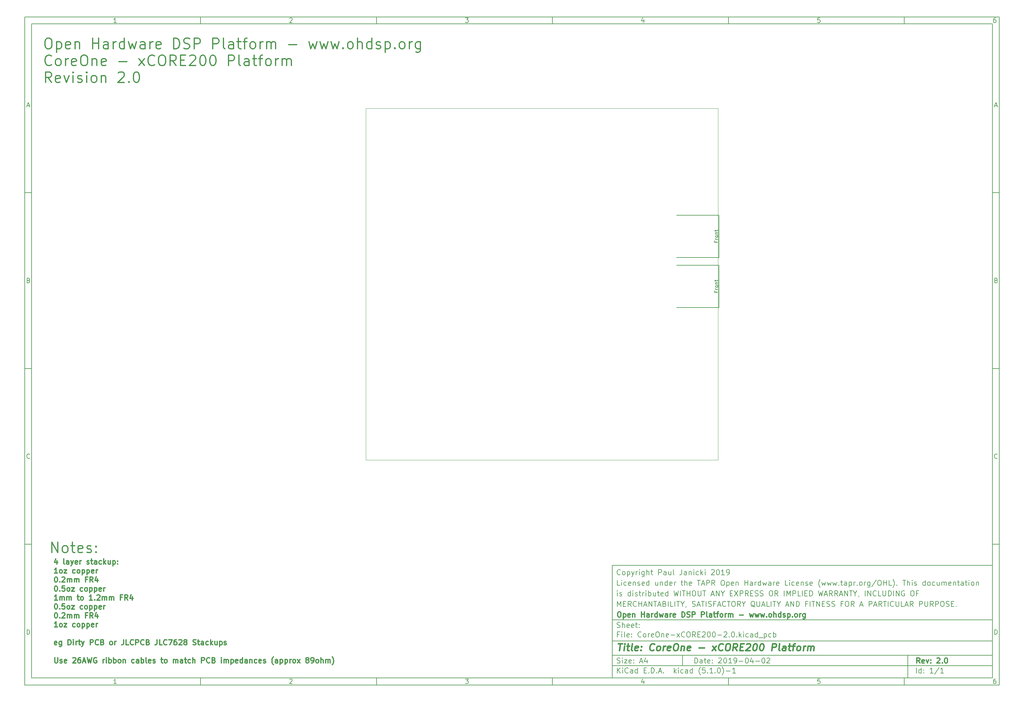
<source format=gbr>
G04 #@! TF.GenerationSoftware,KiCad,Pcbnew,(5.1.0)-1*
G04 #@! TF.CreationDate,2019-04-02T23:05:46+01:00*
G04 #@! TF.ProjectId,CoreOne-xCORE200-2.0,436f7265-4f6e-4652-9d78-434f52453230,2.0*
G04 #@! TF.SameCoordinates,PX660b0c0PY81b3200*
G04 #@! TF.FileFunction,Other,Comment*
%FSLAX46Y46*%
G04 Gerber Fmt 4.6, Leading zero omitted, Abs format (unit mm)*
G04 Created by KiCad (PCBNEW (5.1.0)-1) date 2019-04-02 23:05:46*
%MOMM*%
%LPD*%
G04 APERTURE LIST*
%ADD10C,0.150000*%
%ADD11C,0.300000*%
%ADD12C,0.400000*%
%ADD13C,0.100000*%
G04 APERTURE END LIST*
D10*
X70002200Y-30007200D02*
X70002200Y-62007200D01*
X178002200Y-62007200D01*
X178002200Y-30007200D01*
X70002200Y-30007200D01*
X-97000000Y126000000D02*
X-97000000Y-64007200D01*
X180002200Y-64007200D01*
X180002200Y126000000D01*
X-97000000Y126000000D01*
X-95000000Y124000000D02*
X-95000000Y-62007200D01*
X178002200Y-62007200D01*
X178002200Y124000000D01*
X-95000000Y124000000D01*
X-47000000Y124000000D02*
X-47000000Y126000000D01*
X3000000Y124000000D02*
X3000000Y126000000D01*
X53000000Y124000000D02*
X53000000Y126000000D01*
X103000000Y124000000D02*
X103000000Y126000000D01*
X153000000Y124000000D02*
X153000000Y126000000D01*
X-70934524Y124411905D02*
X-71677381Y124411905D01*
X-71305953Y124411905D02*
X-71305953Y125711905D01*
X-71429762Y125526191D01*
X-71553572Y125402381D01*
X-71677381Y125340477D01*
X-21677381Y125588096D02*
X-21615477Y125650000D01*
X-21491667Y125711905D01*
X-21182143Y125711905D01*
X-21058334Y125650000D01*
X-20996429Y125588096D01*
X-20934524Y125464286D01*
X-20934524Y125340477D01*
X-20996429Y125154762D01*
X-21739286Y124411905D01*
X-20934524Y124411905D01*
X28260714Y125711905D02*
X29065476Y125711905D01*
X28632142Y125216667D01*
X28817857Y125216667D01*
X28941666Y125154762D01*
X29003571Y125092858D01*
X29065476Y124969048D01*
X29065476Y124659524D01*
X29003571Y124535715D01*
X28941666Y124473810D01*
X28817857Y124411905D01*
X28446428Y124411905D01*
X28322619Y124473810D01*
X28260714Y124535715D01*
X78941666Y125278572D02*
X78941666Y124411905D01*
X78632142Y125773810D02*
X78322619Y124845239D01*
X79127380Y124845239D01*
X129003571Y125711905D02*
X128384523Y125711905D01*
X128322619Y125092858D01*
X128384523Y125154762D01*
X128508333Y125216667D01*
X128817857Y125216667D01*
X128941666Y125154762D01*
X129003571Y125092858D01*
X129065476Y124969048D01*
X129065476Y124659524D01*
X129003571Y124535715D01*
X128941666Y124473810D01*
X128817857Y124411905D01*
X128508333Y124411905D01*
X128384523Y124473810D01*
X128322619Y124535715D01*
X178941666Y125711905D02*
X178694047Y125711905D01*
X178570238Y125650000D01*
X178508333Y125588096D01*
X178384523Y125402381D01*
X178322619Y125154762D01*
X178322619Y124659524D01*
X178384523Y124535715D01*
X178446428Y124473810D01*
X178570238Y124411905D01*
X178817857Y124411905D01*
X178941666Y124473810D01*
X179003571Y124535715D01*
X179065476Y124659524D01*
X179065476Y124969048D01*
X179003571Y125092858D01*
X178941666Y125154762D01*
X178817857Y125216667D01*
X178570238Y125216667D01*
X178446428Y125154762D01*
X178384523Y125092858D01*
X178322619Y124969048D01*
X-47000000Y-62007200D02*
X-47000000Y-64007200D01*
X3000000Y-62007200D02*
X3000000Y-64007200D01*
X53000000Y-62007200D02*
X53000000Y-64007200D01*
X103000000Y-62007200D02*
X103000000Y-64007200D01*
X153000000Y-62007200D02*
X153000000Y-64007200D01*
X-70934524Y-63595295D02*
X-71677381Y-63595295D01*
X-71305953Y-63595295D02*
X-71305953Y-62295295D01*
X-71429762Y-62481009D01*
X-71553572Y-62604819D01*
X-71677381Y-62666723D01*
X-21677381Y-62419104D02*
X-21615477Y-62357200D01*
X-21491667Y-62295295D01*
X-21182143Y-62295295D01*
X-21058334Y-62357200D01*
X-20996429Y-62419104D01*
X-20934524Y-62542914D01*
X-20934524Y-62666723D01*
X-20996429Y-62852438D01*
X-21739286Y-63595295D01*
X-20934524Y-63595295D01*
X28260714Y-62295295D02*
X29065476Y-62295295D01*
X28632142Y-62790533D01*
X28817857Y-62790533D01*
X28941666Y-62852438D01*
X29003571Y-62914342D01*
X29065476Y-63038152D01*
X29065476Y-63347676D01*
X29003571Y-63471485D01*
X28941666Y-63533390D01*
X28817857Y-63595295D01*
X28446428Y-63595295D01*
X28322619Y-63533390D01*
X28260714Y-63471485D01*
X78941666Y-62728628D02*
X78941666Y-63595295D01*
X78632142Y-62233390D02*
X78322619Y-63161961D01*
X79127380Y-63161961D01*
X129003571Y-62295295D02*
X128384523Y-62295295D01*
X128322619Y-62914342D01*
X128384523Y-62852438D01*
X128508333Y-62790533D01*
X128817857Y-62790533D01*
X128941666Y-62852438D01*
X129003571Y-62914342D01*
X129065476Y-63038152D01*
X129065476Y-63347676D01*
X129003571Y-63471485D01*
X128941666Y-63533390D01*
X128817857Y-63595295D01*
X128508333Y-63595295D01*
X128384523Y-63533390D01*
X128322619Y-63471485D01*
X178941666Y-62295295D02*
X178694047Y-62295295D01*
X178570238Y-62357200D01*
X178508333Y-62419104D01*
X178384523Y-62604819D01*
X178322619Y-62852438D01*
X178322619Y-63347676D01*
X178384523Y-63471485D01*
X178446428Y-63533390D01*
X178570238Y-63595295D01*
X178817857Y-63595295D01*
X178941666Y-63533390D01*
X179003571Y-63471485D01*
X179065476Y-63347676D01*
X179065476Y-63038152D01*
X179003571Y-62914342D01*
X178941666Y-62852438D01*
X178817857Y-62790533D01*
X178570238Y-62790533D01*
X178446428Y-62852438D01*
X178384523Y-62914342D01*
X178322619Y-63038152D01*
X-97000000Y76000000D02*
X-95000000Y76000000D01*
X-97000000Y26000000D02*
X-95000000Y26000000D01*
X-97000000Y-24000000D02*
X-95000000Y-24000000D01*
X-96309524Y100783334D02*
X-95690477Y100783334D01*
X-96433334Y100411905D02*
X-96000000Y101711905D01*
X-95566667Y100411905D01*
X-95907143Y51092858D02*
X-95721429Y51030953D01*
X-95659524Y50969048D01*
X-95597620Y50845239D01*
X-95597620Y50659524D01*
X-95659524Y50535715D01*
X-95721429Y50473810D01*
X-95845239Y50411905D01*
X-96340477Y50411905D01*
X-96340477Y51711905D01*
X-95907143Y51711905D01*
X-95783334Y51650000D01*
X-95721429Y51588096D01*
X-95659524Y51464286D01*
X-95659524Y51340477D01*
X-95721429Y51216667D01*
X-95783334Y51154762D01*
X-95907143Y51092858D01*
X-96340477Y51092858D01*
X-95597620Y535715D02*
X-95659524Y473810D01*
X-95845239Y411905D01*
X-95969048Y411905D01*
X-96154762Y473810D01*
X-96278572Y597620D01*
X-96340477Y721429D01*
X-96402381Y969048D01*
X-96402381Y1154762D01*
X-96340477Y1402381D01*
X-96278572Y1526191D01*
X-96154762Y1650000D01*
X-95969048Y1711905D01*
X-95845239Y1711905D01*
X-95659524Y1650000D01*
X-95597620Y1588096D01*
X-96340477Y-49588095D02*
X-96340477Y-48288095D01*
X-96030953Y-48288095D01*
X-95845239Y-48350000D01*
X-95721429Y-48473809D01*
X-95659524Y-48597619D01*
X-95597620Y-48845238D01*
X-95597620Y-49030952D01*
X-95659524Y-49278571D01*
X-95721429Y-49402380D01*
X-95845239Y-49526190D01*
X-96030953Y-49588095D01*
X-96340477Y-49588095D01*
X180002200Y76000000D02*
X178002200Y76000000D01*
X180002200Y26000000D02*
X178002200Y26000000D01*
X180002200Y-24000000D02*
X178002200Y-24000000D01*
X178692676Y100783334D02*
X179311723Y100783334D01*
X178568866Y100411905D02*
X179002200Y101711905D01*
X179435533Y100411905D01*
X179095057Y51092858D02*
X179280771Y51030953D01*
X179342676Y50969048D01*
X179404580Y50845239D01*
X179404580Y50659524D01*
X179342676Y50535715D01*
X179280771Y50473810D01*
X179156961Y50411905D01*
X178661723Y50411905D01*
X178661723Y51711905D01*
X179095057Y51711905D01*
X179218866Y51650000D01*
X179280771Y51588096D01*
X179342676Y51464286D01*
X179342676Y51340477D01*
X179280771Y51216667D01*
X179218866Y51154762D01*
X179095057Y51092858D01*
X178661723Y51092858D01*
X179404580Y535715D02*
X179342676Y473810D01*
X179156961Y411905D01*
X179033152Y411905D01*
X178847438Y473810D01*
X178723628Y597620D01*
X178661723Y721429D01*
X178599819Y969048D01*
X178599819Y1154762D01*
X178661723Y1402381D01*
X178723628Y1526191D01*
X178847438Y1650000D01*
X179033152Y1711905D01*
X179156961Y1711905D01*
X179342676Y1650000D01*
X179404580Y1588096D01*
X178661723Y-49588095D02*
X178661723Y-48288095D01*
X178971247Y-48288095D01*
X179156961Y-48350000D01*
X179280771Y-48473809D01*
X179342676Y-48597619D01*
X179404580Y-48845238D01*
X179404580Y-49030952D01*
X179342676Y-49278571D01*
X179280771Y-49402380D01*
X179156961Y-49526190D01*
X178971247Y-49588095D01*
X178661723Y-49588095D01*
X93434342Y-57785771D02*
X93434342Y-56285771D01*
X93791485Y-56285771D01*
X94005771Y-56357200D01*
X94148628Y-56500057D01*
X94220057Y-56642914D01*
X94291485Y-56928628D01*
X94291485Y-57142914D01*
X94220057Y-57428628D01*
X94148628Y-57571485D01*
X94005771Y-57714342D01*
X93791485Y-57785771D01*
X93434342Y-57785771D01*
X95577200Y-57785771D02*
X95577200Y-57000057D01*
X95505771Y-56857200D01*
X95362914Y-56785771D01*
X95077200Y-56785771D01*
X94934342Y-56857200D01*
X95577200Y-57714342D02*
X95434342Y-57785771D01*
X95077200Y-57785771D01*
X94934342Y-57714342D01*
X94862914Y-57571485D01*
X94862914Y-57428628D01*
X94934342Y-57285771D01*
X95077200Y-57214342D01*
X95434342Y-57214342D01*
X95577200Y-57142914D01*
X96077200Y-56785771D02*
X96648628Y-56785771D01*
X96291485Y-56285771D02*
X96291485Y-57571485D01*
X96362914Y-57714342D01*
X96505771Y-57785771D01*
X96648628Y-57785771D01*
X97720057Y-57714342D02*
X97577200Y-57785771D01*
X97291485Y-57785771D01*
X97148628Y-57714342D01*
X97077200Y-57571485D01*
X97077200Y-57000057D01*
X97148628Y-56857200D01*
X97291485Y-56785771D01*
X97577200Y-56785771D01*
X97720057Y-56857200D01*
X97791485Y-57000057D01*
X97791485Y-57142914D01*
X97077200Y-57285771D01*
X98434342Y-57642914D02*
X98505771Y-57714342D01*
X98434342Y-57785771D01*
X98362914Y-57714342D01*
X98434342Y-57642914D01*
X98434342Y-57785771D01*
X98434342Y-56857200D02*
X98505771Y-56928628D01*
X98434342Y-57000057D01*
X98362914Y-56928628D01*
X98434342Y-56857200D01*
X98434342Y-57000057D01*
X100220057Y-56428628D02*
X100291485Y-56357200D01*
X100434342Y-56285771D01*
X100791485Y-56285771D01*
X100934342Y-56357200D01*
X101005771Y-56428628D01*
X101077200Y-56571485D01*
X101077200Y-56714342D01*
X101005771Y-56928628D01*
X100148628Y-57785771D01*
X101077200Y-57785771D01*
X102005771Y-56285771D02*
X102148628Y-56285771D01*
X102291485Y-56357200D01*
X102362914Y-56428628D01*
X102434342Y-56571485D01*
X102505771Y-56857200D01*
X102505771Y-57214342D01*
X102434342Y-57500057D01*
X102362914Y-57642914D01*
X102291485Y-57714342D01*
X102148628Y-57785771D01*
X102005771Y-57785771D01*
X101862914Y-57714342D01*
X101791485Y-57642914D01*
X101720057Y-57500057D01*
X101648628Y-57214342D01*
X101648628Y-56857200D01*
X101720057Y-56571485D01*
X101791485Y-56428628D01*
X101862914Y-56357200D01*
X102005771Y-56285771D01*
X103934342Y-57785771D02*
X103077200Y-57785771D01*
X103505771Y-57785771D02*
X103505771Y-56285771D01*
X103362914Y-56500057D01*
X103220057Y-56642914D01*
X103077200Y-56714342D01*
X104648628Y-57785771D02*
X104934342Y-57785771D01*
X105077200Y-57714342D01*
X105148628Y-57642914D01*
X105291485Y-57428628D01*
X105362914Y-57142914D01*
X105362914Y-56571485D01*
X105291485Y-56428628D01*
X105220057Y-56357200D01*
X105077200Y-56285771D01*
X104791485Y-56285771D01*
X104648628Y-56357200D01*
X104577200Y-56428628D01*
X104505771Y-56571485D01*
X104505771Y-56928628D01*
X104577200Y-57071485D01*
X104648628Y-57142914D01*
X104791485Y-57214342D01*
X105077200Y-57214342D01*
X105220057Y-57142914D01*
X105291485Y-57071485D01*
X105362914Y-56928628D01*
X106005771Y-57214342D02*
X107148628Y-57214342D01*
X108148628Y-56285771D02*
X108291485Y-56285771D01*
X108434342Y-56357200D01*
X108505771Y-56428628D01*
X108577200Y-56571485D01*
X108648628Y-56857200D01*
X108648628Y-57214342D01*
X108577200Y-57500057D01*
X108505771Y-57642914D01*
X108434342Y-57714342D01*
X108291485Y-57785771D01*
X108148628Y-57785771D01*
X108005771Y-57714342D01*
X107934342Y-57642914D01*
X107862914Y-57500057D01*
X107791485Y-57214342D01*
X107791485Y-56857200D01*
X107862914Y-56571485D01*
X107934342Y-56428628D01*
X108005771Y-56357200D01*
X108148628Y-56285771D01*
X109934342Y-56785771D02*
X109934342Y-57785771D01*
X109577200Y-56214342D02*
X109220057Y-57285771D01*
X110148628Y-57285771D01*
X110720057Y-57214342D02*
X111862914Y-57214342D01*
X112862914Y-56285771D02*
X113005771Y-56285771D01*
X113148628Y-56357200D01*
X113220057Y-56428628D01*
X113291485Y-56571485D01*
X113362914Y-56857200D01*
X113362914Y-57214342D01*
X113291485Y-57500057D01*
X113220057Y-57642914D01*
X113148628Y-57714342D01*
X113005771Y-57785771D01*
X112862914Y-57785771D01*
X112720057Y-57714342D01*
X112648628Y-57642914D01*
X112577200Y-57500057D01*
X112505771Y-57214342D01*
X112505771Y-56857200D01*
X112577200Y-56571485D01*
X112648628Y-56428628D01*
X112720057Y-56357200D01*
X112862914Y-56285771D01*
X113934342Y-56428628D02*
X114005771Y-56357200D01*
X114148628Y-56285771D01*
X114505771Y-56285771D01*
X114648628Y-56357200D01*
X114720057Y-56428628D01*
X114791485Y-56571485D01*
X114791485Y-56714342D01*
X114720057Y-56928628D01*
X113862914Y-57785771D01*
X114791485Y-57785771D01*
X70002200Y-58507200D02*
X178002200Y-58507200D01*
X71434342Y-60585771D02*
X71434342Y-59085771D01*
X72291485Y-60585771D02*
X71648628Y-59728628D01*
X72291485Y-59085771D02*
X71434342Y-59942914D01*
X72934342Y-60585771D02*
X72934342Y-59585771D01*
X72934342Y-59085771D02*
X72862914Y-59157200D01*
X72934342Y-59228628D01*
X73005771Y-59157200D01*
X72934342Y-59085771D01*
X72934342Y-59228628D01*
X74505771Y-60442914D02*
X74434342Y-60514342D01*
X74220057Y-60585771D01*
X74077200Y-60585771D01*
X73862914Y-60514342D01*
X73720057Y-60371485D01*
X73648628Y-60228628D01*
X73577200Y-59942914D01*
X73577200Y-59728628D01*
X73648628Y-59442914D01*
X73720057Y-59300057D01*
X73862914Y-59157200D01*
X74077200Y-59085771D01*
X74220057Y-59085771D01*
X74434342Y-59157200D01*
X74505771Y-59228628D01*
X75791485Y-60585771D02*
X75791485Y-59800057D01*
X75720057Y-59657200D01*
X75577200Y-59585771D01*
X75291485Y-59585771D01*
X75148628Y-59657200D01*
X75791485Y-60514342D02*
X75648628Y-60585771D01*
X75291485Y-60585771D01*
X75148628Y-60514342D01*
X75077200Y-60371485D01*
X75077200Y-60228628D01*
X75148628Y-60085771D01*
X75291485Y-60014342D01*
X75648628Y-60014342D01*
X75791485Y-59942914D01*
X77148628Y-60585771D02*
X77148628Y-59085771D01*
X77148628Y-60514342D02*
X77005771Y-60585771D01*
X76720057Y-60585771D01*
X76577200Y-60514342D01*
X76505771Y-60442914D01*
X76434342Y-60300057D01*
X76434342Y-59871485D01*
X76505771Y-59728628D01*
X76577200Y-59657200D01*
X76720057Y-59585771D01*
X77005771Y-59585771D01*
X77148628Y-59657200D01*
X79005771Y-59800057D02*
X79505771Y-59800057D01*
X79720057Y-60585771D02*
X79005771Y-60585771D01*
X79005771Y-59085771D01*
X79720057Y-59085771D01*
X80362914Y-60442914D02*
X80434342Y-60514342D01*
X80362914Y-60585771D01*
X80291485Y-60514342D01*
X80362914Y-60442914D01*
X80362914Y-60585771D01*
X81077200Y-60585771D02*
X81077200Y-59085771D01*
X81434342Y-59085771D01*
X81648628Y-59157200D01*
X81791485Y-59300057D01*
X81862914Y-59442914D01*
X81934342Y-59728628D01*
X81934342Y-59942914D01*
X81862914Y-60228628D01*
X81791485Y-60371485D01*
X81648628Y-60514342D01*
X81434342Y-60585771D01*
X81077200Y-60585771D01*
X82577200Y-60442914D02*
X82648628Y-60514342D01*
X82577200Y-60585771D01*
X82505771Y-60514342D01*
X82577200Y-60442914D01*
X82577200Y-60585771D01*
X83220057Y-60157200D02*
X83934342Y-60157200D01*
X83077200Y-60585771D02*
X83577200Y-59085771D01*
X84077200Y-60585771D01*
X84577200Y-60442914D02*
X84648628Y-60514342D01*
X84577200Y-60585771D01*
X84505771Y-60514342D01*
X84577200Y-60442914D01*
X84577200Y-60585771D01*
X87577200Y-60585771D02*
X87577200Y-59085771D01*
X87720057Y-60014342D02*
X88148628Y-60585771D01*
X88148628Y-59585771D02*
X87577200Y-60157200D01*
X88791485Y-60585771D02*
X88791485Y-59585771D01*
X88791485Y-59085771D02*
X88720057Y-59157200D01*
X88791485Y-59228628D01*
X88862914Y-59157200D01*
X88791485Y-59085771D01*
X88791485Y-59228628D01*
X90148628Y-60514342D02*
X90005771Y-60585771D01*
X89720057Y-60585771D01*
X89577200Y-60514342D01*
X89505771Y-60442914D01*
X89434342Y-60300057D01*
X89434342Y-59871485D01*
X89505771Y-59728628D01*
X89577200Y-59657200D01*
X89720057Y-59585771D01*
X90005771Y-59585771D01*
X90148628Y-59657200D01*
X91434342Y-60585771D02*
X91434342Y-59800057D01*
X91362914Y-59657200D01*
X91220057Y-59585771D01*
X90934342Y-59585771D01*
X90791485Y-59657200D01*
X91434342Y-60514342D02*
X91291485Y-60585771D01*
X90934342Y-60585771D01*
X90791485Y-60514342D01*
X90720057Y-60371485D01*
X90720057Y-60228628D01*
X90791485Y-60085771D01*
X90934342Y-60014342D01*
X91291485Y-60014342D01*
X91434342Y-59942914D01*
X92791485Y-60585771D02*
X92791485Y-59085771D01*
X92791485Y-60514342D02*
X92648628Y-60585771D01*
X92362914Y-60585771D01*
X92220057Y-60514342D01*
X92148628Y-60442914D01*
X92077200Y-60300057D01*
X92077200Y-59871485D01*
X92148628Y-59728628D01*
X92220057Y-59657200D01*
X92362914Y-59585771D01*
X92648628Y-59585771D01*
X92791485Y-59657200D01*
X95077200Y-61157200D02*
X95005771Y-61085771D01*
X94862914Y-60871485D01*
X94791485Y-60728628D01*
X94720057Y-60514342D01*
X94648628Y-60157200D01*
X94648628Y-59871485D01*
X94720057Y-59514342D01*
X94791485Y-59300057D01*
X94862914Y-59157200D01*
X95005771Y-58942914D01*
X95077200Y-58871485D01*
X96362914Y-59085771D02*
X95648628Y-59085771D01*
X95577200Y-59800057D01*
X95648628Y-59728628D01*
X95791485Y-59657200D01*
X96148628Y-59657200D01*
X96291485Y-59728628D01*
X96362914Y-59800057D01*
X96434342Y-59942914D01*
X96434342Y-60300057D01*
X96362914Y-60442914D01*
X96291485Y-60514342D01*
X96148628Y-60585771D01*
X95791485Y-60585771D01*
X95648628Y-60514342D01*
X95577200Y-60442914D01*
X97077200Y-60442914D02*
X97148628Y-60514342D01*
X97077200Y-60585771D01*
X97005771Y-60514342D01*
X97077200Y-60442914D01*
X97077200Y-60585771D01*
X98577200Y-60585771D02*
X97720057Y-60585771D01*
X98148628Y-60585771D02*
X98148628Y-59085771D01*
X98005771Y-59300057D01*
X97862914Y-59442914D01*
X97720057Y-59514342D01*
X99220057Y-60442914D02*
X99291485Y-60514342D01*
X99220057Y-60585771D01*
X99148628Y-60514342D01*
X99220057Y-60442914D01*
X99220057Y-60585771D01*
X100220057Y-59085771D02*
X100362914Y-59085771D01*
X100505771Y-59157200D01*
X100577200Y-59228628D01*
X100648628Y-59371485D01*
X100720057Y-59657200D01*
X100720057Y-60014342D01*
X100648628Y-60300057D01*
X100577200Y-60442914D01*
X100505771Y-60514342D01*
X100362914Y-60585771D01*
X100220057Y-60585771D01*
X100077200Y-60514342D01*
X100005771Y-60442914D01*
X99934342Y-60300057D01*
X99862914Y-60014342D01*
X99862914Y-59657200D01*
X99934342Y-59371485D01*
X100005771Y-59228628D01*
X100077200Y-59157200D01*
X100220057Y-59085771D01*
X101220057Y-61157200D02*
X101291485Y-61085771D01*
X101434342Y-60871485D01*
X101505771Y-60728628D01*
X101577200Y-60514342D01*
X101648628Y-60157200D01*
X101648628Y-59871485D01*
X101577200Y-59514342D01*
X101505771Y-59300057D01*
X101434342Y-59157200D01*
X101291485Y-58942914D01*
X101220057Y-58871485D01*
X102362914Y-60014342D02*
X103505771Y-60014342D01*
X105005771Y-60585771D02*
X104148628Y-60585771D01*
X104577200Y-60585771D02*
X104577200Y-59085771D01*
X104434342Y-59300057D01*
X104291485Y-59442914D01*
X104148628Y-59514342D01*
X70002200Y-55507200D02*
X178002200Y-55507200D01*
D11*
X157411485Y-57785771D02*
X156911485Y-57071485D01*
X156554342Y-57785771D02*
X156554342Y-56285771D01*
X157125771Y-56285771D01*
X157268628Y-56357200D01*
X157340057Y-56428628D01*
X157411485Y-56571485D01*
X157411485Y-56785771D01*
X157340057Y-56928628D01*
X157268628Y-57000057D01*
X157125771Y-57071485D01*
X156554342Y-57071485D01*
X158625771Y-57714342D02*
X158482914Y-57785771D01*
X158197200Y-57785771D01*
X158054342Y-57714342D01*
X157982914Y-57571485D01*
X157982914Y-57000057D01*
X158054342Y-56857200D01*
X158197200Y-56785771D01*
X158482914Y-56785771D01*
X158625771Y-56857200D01*
X158697200Y-57000057D01*
X158697200Y-57142914D01*
X157982914Y-57285771D01*
X159197200Y-56785771D02*
X159554342Y-57785771D01*
X159911485Y-56785771D01*
X160482914Y-57642914D02*
X160554342Y-57714342D01*
X160482914Y-57785771D01*
X160411485Y-57714342D01*
X160482914Y-57642914D01*
X160482914Y-57785771D01*
X160482914Y-56857200D02*
X160554342Y-56928628D01*
X160482914Y-57000057D01*
X160411485Y-56928628D01*
X160482914Y-56857200D01*
X160482914Y-57000057D01*
X162268628Y-56428628D02*
X162340057Y-56357200D01*
X162482914Y-56285771D01*
X162840057Y-56285771D01*
X162982914Y-56357200D01*
X163054342Y-56428628D01*
X163125771Y-56571485D01*
X163125771Y-56714342D01*
X163054342Y-56928628D01*
X162197200Y-57785771D01*
X163125771Y-57785771D01*
X163768628Y-57642914D02*
X163840057Y-57714342D01*
X163768628Y-57785771D01*
X163697200Y-57714342D01*
X163768628Y-57642914D01*
X163768628Y-57785771D01*
X164768628Y-56285771D02*
X164911485Y-56285771D01*
X165054342Y-56357200D01*
X165125771Y-56428628D01*
X165197200Y-56571485D01*
X165268628Y-56857200D01*
X165268628Y-57214342D01*
X165197200Y-57500057D01*
X165125771Y-57642914D01*
X165054342Y-57714342D01*
X164911485Y-57785771D01*
X164768628Y-57785771D01*
X164625771Y-57714342D01*
X164554342Y-57642914D01*
X164482914Y-57500057D01*
X164411485Y-57214342D01*
X164411485Y-56857200D01*
X164482914Y-56571485D01*
X164554342Y-56428628D01*
X164625771Y-56357200D01*
X164768628Y-56285771D01*
D10*
X71362914Y-57714342D02*
X71577200Y-57785771D01*
X71934342Y-57785771D01*
X72077200Y-57714342D01*
X72148628Y-57642914D01*
X72220057Y-57500057D01*
X72220057Y-57357200D01*
X72148628Y-57214342D01*
X72077200Y-57142914D01*
X71934342Y-57071485D01*
X71648628Y-57000057D01*
X71505771Y-56928628D01*
X71434342Y-56857200D01*
X71362914Y-56714342D01*
X71362914Y-56571485D01*
X71434342Y-56428628D01*
X71505771Y-56357200D01*
X71648628Y-56285771D01*
X72005771Y-56285771D01*
X72220057Y-56357200D01*
X72862914Y-57785771D02*
X72862914Y-56785771D01*
X72862914Y-56285771D02*
X72791485Y-56357200D01*
X72862914Y-56428628D01*
X72934342Y-56357200D01*
X72862914Y-56285771D01*
X72862914Y-56428628D01*
X73434342Y-56785771D02*
X74220057Y-56785771D01*
X73434342Y-57785771D01*
X74220057Y-57785771D01*
X75362914Y-57714342D02*
X75220057Y-57785771D01*
X74934342Y-57785771D01*
X74791485Y-57714342D01*
X74720057Y-57571485D01*
X74720057Y-57000057D01*
X74791485Y-56857200D01*
X74934342Y-56785771D01*
X75220057Y-56785771D01*
X75362914Y-56857200D01*
X75434342Y-57000057D01*
X75434342Y-57142914D01*
X74720057Y-57285771D01*
X76077200Y-57642914D02*
X76148628Y-57714342D01*
X76077200Y-57785771D01*
X76005771Y-57714342D01*
X76077200Y-57642914D01*
X76077200Y-57785771D01*
X76077200Y-56857200D02*
X76148628Y-56928628D01*
X76077200Y-57000057D01*
X76005771Y-56928628D01*
X76077200Y-56857200D01*
X76077200Y-57000057D01*
X77862914Y-57357200D02*
X78577200Y-57357200D01*
X77720057Y-57785771D02*
X78220057Y-56285771D01*
X78720057Y-57785771D01*
X79862914Y-56785771D02*
X79862914Y-57785771D01*
X79505771Y-56214342D02*
X79148628Y-57285771D01*
X80077200Y-57285771D01*
X156434342Y-60585771D02*
X156434342Y-59085771D01*
X157791485Y-60585771D02*
X157791485Y-59085771D01*
X157791485Y-60514342D02*
X157648628Y-60585771D01*
X157362914Y-60585771D01*
X157220057Y-60514342D01*
X157148628Y-60442914D01*
X157077200Y-60300057D01*
X157077200Y-59871485D01*
X157148628Y-59728628D01*
X157220057Y-59657200D01*
X157362914Y-59585771D01*
X157648628Y-59585771D01*
X157791485Y-59657200D01*
X158505771Y-60442914D02*
X158577200Y-60514342D01*
X158505771Y-60585771D01*
X158434342Y-60514342D01*
X158505771Y-60442914D01*
X158505771Y-60585771D01*
X158505771Y-59657200D02*
X158577200Y-59728628D01*
X158505771Y-59800057D01*
X158434342Y-59728628D01*
X158505771Y-59657200D01*
X158505771Y-59800057D01*
X161148628Y-60585771D02*
X160291485Y-60585771D01*
X160720057Y-60585771D02*
X160720057Y-59085771D01*
X160577200Y-59300057D01*
X160434342Y-59442914D01*
X160291485Y-59514342D01*
X162862914Y-59014342D02*
X161577200Y-60942914D01*
X164148628Y-60585771D02*
X163291485Y-60585771D01*
X163720057Y-60585771D02*
X163720057Y-59085771D01*
X163577200Y-59300057D01*
X163434342Y-59442914D01*
X163291485Y-59514342D01*
X70002200Y-51507200D02*
X178002200Y-51507200D01*
D12*
X71714580Y-52211961D02*
X72857438Y-52211961D01*
X72036009Y-54211961D02*
X72286009Y-52211961D01*
X73274104Y-54211961D02*
X73440771Y-52878628D01*
X73524104Y-52211961D02*
X73416961Y-52307200D01*
X73500295Y-52402438D01*
X73607438Y-52307200D01*
X73524104Y-52211961D01*
X73500295Y-52402438D01*
X74107438Y-52878628D02*
X74869342Y-52878628D01*
X74476485Y-52211961D02*
X74262200Y-53926247D01*
X74333628Y-54116723D01*
X74512200Y-54211961D01*
X74702676Y-54211961D01*
X75655057Y-54211961D02*
X75476485Y-54116723D01*
X75405057Y-53926247D01*
X75619342Y-52211961D01*
X77190771Y-54116723D02*
X76988390Y-54211961D01*
X76607438Y-54211961D01*
X76428866Y-54116723D01*
X76357438Y-53926247D01*
X76452676Y-53164342D01*
X76571723Y-52973866D01*
X76774104Y-52878628D01*
X77155057Y-52878628D01*
X77333628Y-52973866D01*
X77405057Y-53164342D01*
X77381247Y-53354819D01*
X76405057Y-53545295D01*
X78155057Y-54021485D02*
X78238390Y-54116723D01*
X78131247Y-54211961D01*
X78047914Y-54116723D01*
X78155057Y-54021485D01*
X78131247Y-54211961D01*
X78286009Y-52973866D02*
X78369342Y-53069104D01*
X78262200Y-53164342D01*
X78178866Y-53069104D01*
X78286009Y-52973866D01*
X78262200Y-53164342D01*
X81774104Y-54021485D02*
X81666961Y-54116723D01*
X81369342Y-54211961D01*
X81178866Y-54211961D01*
X80905057Y-54116723D01*
X80738390Y-53926247D01*
X80666961Y-53735771D01*
X80619342Y-53354819D01*
X80655057Y-53069104D01*
X80797914Y-52688152D01*
X80916961Y-52497676D01*
X81131247Y-52307200D01*
X81428866Y-52211961D01*
X81619342Y-52211961D01*
X81893152Y-52307200D01*
X81976485Y-52402438D01*
X82893152Y-54211961D02*
X82714580Y-54116723D01*
X82631247Y-54021485D01*
X82559819Y-53831009D01*
X82631247Y-53259580D01*
X82750295Y-53069104D01*
X82857438Y-52973866D01*
X83059819Y-52878628D01*
X83345533Y-52878628D01*
X83524104Y-52973866D01*
X83607438Y-53069104D01*
X83678866Y-53259580D01*
X83607438Y-53831009D01*
X83488390Y-54021485D01*
X83381247Y-54116723D01*
X83178866Y-54211961D01*
X82893152Y-54211961D01*
X84416961Y-54211961D02*
X84583628Y-52878628D01*
X84536009Y-53259580D02*
X84655057Y-53069104D01*
X84762200Y-52973866D01*
X84964580Y-52878628D01*
X85155057Y-52878628D01*
X86428866Y-54116723D02*
X86226485Y-54211961D01*
X85845533Y-54211961D01*
X85666961Y-54116723D01*
X85595533Y-53926247D01*
X85690771Y-53164342D01*
X85809819Y-52973866D01*
X86012200Y-52878628D01*
X86393152Y-52878628D01*
X86571723Y-52973866D01*
X86643152Y-53164342D01*
X86619342Y-53354819D01*
X85643152Y-53545295D01*
X88000295Y-52211961D02*
X88381247Y-52211961D01*
X88559819Y-52307200D01*
X88726485Y-52497676D01*
X88774104Y-52878628D01*
X88690771Y-53545295D01*
X88547914Y-53926247D01*
X88333628Y-54116723D01*
X88131247Y-54211961D01*
X87750295Y-54211961D01*
X87571723Y-54116723D01*
X87405057Y-53926247D01*
X87357438Y-53545295D01*
X87440771Y-52878628D01*
X87583628Y-52497676D01*
X87797914Y-52307200D01*
X88000295Y-52211961D01*
X89631247Y-52878628D02*
X89464580Y-54211961D01*
X89607438Y-53069104D02*
X89714580Y-52973866D01*
X89916961Y-52878628D01*
X90202676Y-52878628D01*
X90381247Y-52973866D01*
X90452676Y-53164342D01*
X90321723Y-54211961D01*
X92047914Y-54116723D02*
X91845533Y-54211961D01*
X91464580Y-54211961D01*
X91286009Y-54116723D01*
X91214580Y-53926247D01*
X91309819Y-53164342D01*
X91428866Y-52973866D01*
X91631247Y-52878628D01*
X92012200Y-52878628D01*
X92190771Y-52973866D01*
X92262200Y-53164342D01*
X92238390Y-53354819D01*
X91262200Y-53545295D01*
X94607438Y-53450057D02*
X96131247Y-53450057D01*
X98321723Y-54211961D02*
X99536009Y-52878628D01*
X98488390Y-52878628D02*
X99369342Y-54211961D01*
X101297914Y-54021485D02*
X101190771Y-54116723D01*
X100893152Y-54211961D01*
X100702676Y-54211961D01*
X100428866Y-54116723D01*
X100262200Y-53926247D01*
X100190771Y-53735771D01*
X100143152Y-53354819D01*
X100178866Y-53069104D01*
X100321723Y-52688152D01*
X100440771Y-52497676D01*
X100655057Y-52307200D01*
X100952676Y-52211961D01*
X101143152Y-52211961D01*
X101416961Y-52307200D01*
X101500295Y-52402438D01*
X102762200Y-52211961D02*
X103143152Y-52211961D01*
X103321723Y-52307200D01*
X103488390Y-52497676D01*
X103536009Y-52878628D01*
X103452676Y-53545295D01*
X103309819Y-53926247D01*
X103095533Y-54116723D01*
X102893152Y-54211961D01*
X102512200Y-54211961D01*
X102333628Y-54116723D01*
X102166961Y-53926247D01*
X102119342Y-53545295D01*
X102202676Y-52878628D01*
X102345533Y-52497676D01*
X102559819Y-52307200D01*
X102762200Y-52211961D01*
X105369342Y-54211961D02*
X104821723Y-53259580D01*
X104226485Y-54211961D02*
X104476485Y-52211961D01*
X105238390Y-52211961D01*
X105416961Y-52307200D01*
X105500295Y-52402438D01*
X105571723Y-52592914D01*
X105536009Y-52878628D01*
X105416961Y-53069104D01*
X105309819Y-53164342D01*
X105107438Y-53259580D01*
X104345533Y-53259580D01*
X106357438Y-53164342D02*
X107024104Y-53164342D01*
X107178866Y-54211961D02*
X106226485Y-54211961D01*
X106476485Y-52211961D01*
X107428866Y-52211961D01*
X108166961Y-52402438D02*
X108274104Y-52307200D01*
X108476485Y-52211961D01*
X108952676Y-52211961D01*
X109131247Y-52307200D01*
X109214580Y-52402438D01*
X109286009Y-52592914D01*
X109262200Y-52783390D01*
X109131247Y-53069104D01*
X107845533Y-54211961D01*
X109083628Y-54211961D01*
X110571723Y-52211961D02*
X110762200Y-52211961D01*
X110940771Y-52307200D01*
X111024104Y-52402438D01*
X111095533Y-52592914D01*
X111143152Y-52973866D01*
X111083628Y-53450057D01*
X110940771Y-53831009D01*
X110821723Y-54021485D01*
X110714580Y-54116723D01*
X110512200Y-54211961D01*
X110321723Y-54211961D01*
X110143152Y-54116723D01*
X110059819Y-54021485D01*
X109988390Y-53831009D01*
X109940771Y-53450057D01*
X110000295Y-52973866D01*
X110143152Y-52592914D01*
X110262200Y-52402438D01*
X110369342Y-52307200D01*
X110571723Y-52211961D01*
X112476485Y-52211961D02*
X112666961Y-52211961D01*
X112845533Y-52307200D01*
X112928866Y-52402438D01*
X113000295Y-52592914D01*
X113047914Y-52973866D01*
X112988390Y-53450057D01*
X112845533Y-53831009D01*
X112726485Y-54021485D01*
X112619342Y-54116723D01*
X112416961Y-54211961D01*
X112226485Y-54211961D01*
X112047914Y-54116723D01*
X111964580Y-54021485D01*
X111893152Y-53831009D01*
X111845533Y-53450057D01*
X111905057Y-52973866D01*
X112047914Y-52592914D01*
X112166961Y-52402438D01*
X112274104Y-52307200D01*
X112476485Y-52211961D01*
X115274104Y-54211961D02*
X115524104Y-52211961D01*
X116286009Y-52211961D01*
X116464580Y-52307200D01*
X116547914Y-52402438D01*
X116619342Y-52592914D01*
X116583628Y-52878628D01*
X116464580Y-53069104D01*
X116357438Y-53164342D01*
X116155057Y-53259580D01*
X115393152Y-53259580D01*
X117559819Y-54211961D02*
X117381247Y-54116723D01*
X117309819Y-53926247D01*
X117524104Y-52211961D01*
X119178866Y-54211961D02*
X119309819Y-53164342D01*
X119238390Y-52973866D01*
X119059819Y-52878628D01*
X118678866Y-52878628D01*
X118476485Y-52973866D01*
X119190771Y-54116723D02*
X118988390Y-54211961D01*
X118512199Y-54211961D01*
X118333628Y-54116723D01*
X118262199Y-53926247D01*
X118286009Y-53735771D01*
X118405057Y-53545295D01*
X118607438Y-53450057D01*
X119083628Y-53450057D01*
X119286009Y-53354819D01*
X120012199Y-52878628D02*
X120774104Y-52878628D01*
X120381247Y-52211961D02*
X120166961Y-53926247D01*
X120238390Y-54116723D01*
X120416961Y-54211961D01*
X120607438Y-54211961D01*
X121155057Y-52878628D02*
X121916961Y-52878628D01*
X121274104Y-54211961D02*
X121488390Y-52497676D01*
X121607438Y-52307200D01*
X121809819Y-52211961D01*
X122000295Y-52211961D01*
X122702676Y-54211961D02*
X122524104Y-54116723D01*
X122440771Y-54021485D01*
X122369342Y-53831009D01*
X122440771Y-53259580D01*
X122559819Y-53069104D01*
X122666961Y-52973866D01*
X122869342Y-52878628D01*
X123155057Y-52878628D01*
X123333628Y-52973866D01*
X123416961Y-53069104D01*
X123488390Y-53259580D01*
X123416961Y-53831009D01*
X123297914Y-54021485D01*
X123190771Y-54116723D01*
X122988390Y-54211961D01*
X122702676Y-54211961D01*
X124226485Y-54211961D02*
X124393152Y-52878628D01*
X124345533Y-53259580D02*
X124464580Y-53069104D01*
X124571723Y-52973866D01*
X124774104Y-52878628D01*
X124964580Y-52878628D01*
X125464580Y-54211961D02*
X125631247Y-52878628D01*
X125607438Y-53069104D02*
X125714580Y-52973866D01*
X125916961Y-52878628D01*
X126202676Y-52878628D01*
X126381247Y-52973866D01*
X126452676Y-53164342D01*
X126321723Y-54211961D01*
X126452676Y-53164342D02*
X126571723Y-52973866D01*
X126774104Y-52878628D01*
X127059819Y-52878628D01*
X127238390Y-52973866D01*
X127309819Y-53164342D01*
X127178866Y-54211961D01*
D10*
X71934342Y-49600057D02*
X71434342Y-49600057D01*
X71434342Y-50385771D02*
X71434342Y-48885771D01*
X72148628Y-48885771D01*
X72720057Y-50385771D02*
X72720057Y-49385771D01*
X72720057Y-48885771D02*
X72648628Y-48957200D01*
X72720057Y-49028628D01*
X72791485Y-48957200D01*
X72720057Y-48885771D01*
X72720057Y-49028628D01*
X73648628Y-50385771D02*
X73505771Y-50314342D01*
X73434342Y-50171485D01*
X73434342Y-48885771D01*
X74791485Y-50314342D02*
X74648628Y-50385771D01*
X74362914Y-50385771D01*
X74220057Y-50314342D01*
X74148628Y-50171485D01*
X74148628Y-49600057D01*
X74220057Y-49457200D01*
X74362914Y-49385771D01*
X74648628Y-49385771D01*
X74791485Y-49457200D01*
X74862914Y-49600057D01*
X74862914Y-49742914D01*
X74148628Y-49885771D01*
X75505771Y-50242914D02*
X75577200Y-50314342D01*
X75505771Y-50385771D01*
X75434342Y-50314342D01*
X75505771Y-50242914D01*
X75505771Y-50385771D01*
X75505771Y-49457200D02*
X75577200Y-49528628D01*
X75505771Y-49600057D01*
X75434342Y-49528628D01*
X75505771Y-49457200D01*
X75505771Y-49600057D01*
X78220057Y-50242914D02*
X78148628Y-50314342D01*
X77934342Y-50385771D01*
X77791485Y-50385771D01*
X77577200Y-50314342D01*
X77434342Y-50171485D01*
X77362914Y-50028628D01*
X77291485Y-49742914D01*
X77291485Y-49528628D01*
X77362914Y-49242914D01*
X77434342Y-49100057D01*
X77577200Y-48957200D01*
X77791485Y-48885771D01*
X77934342Y-48885771D01*
X78148628Y-48957200D01*
X78220057Y-49028628D01*
X79077200Y-50385771D02*
X78934342Y-50314342D01*
X78862914Y-50242914D01*
X78791485Y-50100057D01*
X78791485Y-49671485D01*
X78862914Y-49528628D01*
X78934342Y-49457200D01*
X79077200Y-49385771D01*
X79291485Y-49385771D01*
X79434342Y-49457200D01*
X79505771Y-49528628D01*
X79577200Y-49671485D01*
X79577200Y-50100057D01*
X79505771Y-50242914D01*
X79434342Y-50314342D01*
X79291485Y-50385771D01*
X79077200Y-50385771D01*
X80220057Y-50385771D02*
X80220057Y-49385771D01*
X80220057Y-49671485D02*
X80291485Y-49528628D01*
X80362914Y-49457200D01*
X80505771Y-49385771D01*
X80648628Y-49385771D01*
X81720057Y-50314342D02*
X81577200Y-50385771D01*
X81291485Y-50385771D01*
X81148628Y-50314342D01*
X81077200Y-50171485D01*
X81077200Y-49600057D01*
X81148628Y-49457200D01*
X81291485Y-49385771D01*
X81577200Y-49385771D01*
X81720057Y-49457200D01*
X81791485Y-49600057D01*
X81791485Y-49742914D01*
X81077200Y-49885771D01*
X82720057Y-48885771D02*
X83005771Y-48885771D01*
X83148628Y-48957200D01*
X83291485Y-49100057D01*
X83362914Y-49385771D01*
X83362914Y-49885771D01*
X83291485Y-50171485D01*
X83148628Y-50314342D01*
X83005771Y-50385771D01*
X82720057Y-50385771D01*
X82577200Y-50314342D01*
X82434342Y-50171485D01*
X82362914Y-49885771D01*
X82362914Y-49385771D01*
X82434342Y-49100057D01*
X82577200Y-48957200D01*
X82720057Y-48885771D01*
X84005771Y-49385771D02*
X84005771Y-50385771D01*
X84005771Y-49528628D02*
X84077200Y-49457200D01*
X84220057Y-49385771D01*
X84434342Y-49385771D01*
X84577200Y-49457200D01*
X84648628Y-49600057D01*
X84648628Y-50385771D01*
X85934342Y-50314342D02*
X85791485Y-50385771D01*
X85505771Y-50385771D01*
X85362914Y-50314342D01*
X85291485Y-50171485D01*
X85291485Y-49600057D01*
X85362914Y-49457200D01*
X85505771Y-49385771D01*
X85791485Y-49385771D01*
X85934342Y-49457200D01*
X86005771Y-49600057D01*
X86005771Y-49742914D01*
X85291485Y-49885771D01*
X86648628Y-49814342D02*
X87791485Y-49814342D01*
X88362914Y-50385771D02*
X89148628Y-49385771D01*
X88362914Y-49385771D02*
X89148628Y-50385771D01*
X90577200Y-50242914D02*
X90505771Y-50314342D01*
X90291485Y-50385771D01*
X90148628Y-50385771D01*
X89934342Y-50314342D01*
X89791485Y-50171485D01*
X89720057Y-50028628D01*
X89648628Y-49742914D01*
X89648628Y-49528628D01*
X89720057Y-49242914D01*
X89791485Y-49100057D01*
X89934342Y-48957200D01*
X90148628Y-48885771D01*
X90291485Y-48885771D01*
X90505771Y-48957200D01*
X90577200Y-49028628D01*
X91505771Y-48885771D02*
X91791485Y-48885771D01*
X91934342Y-48957200D01*
X92077200Y-49100057D01*
X92148628Y-49385771D01*
X92148628Y-49885771D01*
X92077200Y-50171485D01*
X91934342Y-50314342D01*
X91791485Y-50385771D01*
X91505771Y-50385771D01*
X91362914Y-50314342D01*
X91220057Y-50171485D01*
X91148628Y-49885771D01*
X91148628Y-49385771D01*
X91220057Y-49100057D01*
X91362914Y-48957200D01*
X91505771Y-48885771D01*
X93648628Y-50385771D02*
X93148628Y-49671485D01*
X92791485Y-50385771D02*
X92791485Y-48885771D01*
X93362914Y-48885771D01*
X93505771Y-48957200D01*
X93577200Y-49028628D01*
X93648628Y-49171485D01*
X93648628Y-49385771D01*
X93577200Y-49528628D01*
X93505771Y-49600057D01*
X93362914Y-49671485D01*
X92791485Y-49671485D01*
X94291485Y-49600057D02*
X94791485Y-49600057D01*
X95005771Y-50385771D02*
X94291485Y-50385771D01*
X94291485Y-48885771D01*
X95005771Y-48885771D01*
X95577200Y-49028628D02*
X95648628Y-48957200D01*
X95791485Y-48885771D01*
X96148628Y-48885771D01*
X96291485Y-48957200D01*
X96362914Y-49028628D01*
X96434342Y-49171485D01*
X96434342Y-49314342D01*
X96362914Y-49528628D01*
X95505771Y-50385771D01*
X96434342Y-50385771D01*
X97362914Y-48885771D02*
X97505771Y-48885771D01*
X97648628Y-48957200D01*
X97720057Y-49028628D01*
X97791485Y-49171485D01*
X97862914Y-49457200D01*
X97862914Y-49814342D01*
X97791485Y-50100057D01*
X97720057Y-50242914D01*
X97648628Y-50314342D01*
X97505771Y-50385771D01*
X97362914Y-50385771D01*
X97220057Y-50314342D01*
X97148628Y-50242914D01*
X97077200Y-50100057D01*
X97005771Y-49814342D01*
X97005771Y-49457200D01*
X97077200Y-49171485D01*
X97148628Y-49028628D01*
X97220057Y-48957200D01*
X97362914Y-48885771D01*
X98791485Y-48885771D02*
X98934342Y-48885771D01*
X99077200Y-48957200D01*
X99148628Y-49028628D01*
X99220057Y-49171485D01*
X99291485Y-49457200D01*
X99291485Y-49814342D01*
X99220057Y-50100057D01*
X99148628Y-50242914D01*
X99077200Y-50314342D01*
X98934342Y-50385771D01*
X98791485Y-50385771D01*
X98648628Y-50314342D01*
X98577200Y-50242914D01*
X98505771Y-50100057D01*
X98434342Y-49814342D01*
X98434342Y-49457200D01*
X98505771Y-49171485D01*
X98577200Y-49028628D01*
X98648628Y-48957200D01*
X98791485Y-48885771D01*
X99934342Y-49814342D02*
X101077200Y-49814342D01*
X101720057Y-49028628D02*
X101791485Y-48957200D01*
X101934342Y-48885771D01*
X102291485Y-48885771D01*
X102434342Y-48957200D01*
X102505771Y-49028628D01*
X102577200Y-49171485D01*
X102577200Y-49314342D01*
X102505771Y-49528628D01*
X101648628Y-50385771D01*
X102577200Y-50385771D01*
X103220057Y-50242914D02*
X103291485Y-50314342D01*
X103220057Y-50385771D01*
X103148628Y-50314342D01*
X103220057Y-50242914D01*
X103220057Y-50385771D01*
X104220057Y-48885771D02*
X104362914Y-48885771D01*
X104505771Y-48957200D01*
X104577200Y-49028628D01*
X104648628Y-49171485D01*
X104720057Y-49457200D01*
X104720057Y-49814342D01*
X104648628Y-50100057D01*
X104577200Y-50242914D01*
X104505771Y-50314342D01*
X104362914Y-50385771D01*
X104220057Y-50385771D01*
X104077200Y-50314342D01*
X104005771Y-50242914D01*
X103934342Y-50100057D01*
X103862914Y-49814342D01*
X103862914Y-49457200D01*
X103934342Y-49171485D01*
X104005771Y-49028628D01*
X104077200Y-48957200D01*
X104220057Y-48885771D01*
X105362914Y-50242914D02*
X105434342Y-50314342D01*
X105362914Y-50385771D01*
X105291485Y-50314342D01*
X105362914Y-50242914D01*
X105362914Y-50385771D01*
X106077200Y-50385771D02*
X106077200Y-48885771D01*
X106220057Y-49814342D02*
X106648628Y-50385771D01*
X106648628Y-49385771D02*
X106077200Y-49957200D01*
X107291485Y-50385771D02*
X107291485Y-49385771D01*
X107291485Y-48885771D02*
X107220057Y-48957200D01*
X107291485Y-49028628D01*
X107362914Y-48957200D01*
X107291485Y-48885771D01*
X107291485Y-49028628D01*
X108648628Y-50314342D02*
X108505771Y-50385771D01*
X108220057Y-50385771D01*
X108077200Y-50314342D01*
X108005771Y-50242914D01*
X107934342Y-50100057D01*
X107934342Y-49671485D01*
X108005771Y-49528628D01*
X108077200Y-49457200D01*
X108220057Y-49385771D01*
X108505771Y-49385771D01*
X108648628Y-49457200D01*
X109934342Y-50385771D02*
X109934342Y-49600057D01*
X109862914Y-49457200D01*
X109720057Y-49385771D01*
X109434342Y-49385771D01*
X109291485Y-49457200D01*
X109934342Y-50314342D02*
X109791485Y-50385771D01*
X109434342Y-50385771D01*
X109291485Y-50314342D01*
X109220057Y-50171485D01*
X109220057Y-50028628D01*
X109291485Y-49885771D01*
X109434342Y-49814342D01*
X109791485Y-49814342D01*
X109934342Y-49742914D01*
X111291485Y-50385771D02*
X111291485Y-48885771D01*
X111291485Y-50314342D02*
X111148628Y-50385771D01*
X110862914Y-50385771D01*
X110720057Y-50314342D01*
X110648628Y-50242914D01*
X110577200Y-50100057D01*
X110577200Y-49671485D01*
X110648628Y-49528628D01*
X110720057Y-49457200D01*
X110862914Y-49385771D01*
X111148628Y-49385771D01*
X111291485Y-49457200D01*
X111648628Y-50528628D02*
X112791485Y-50528628D01*
X113148628Y-49385771D02*
X113148628Y-50885771D01*
X113148628Y-49457200D02*
X113291485Y-49385771D01*
X113577200Y-49385771D01*
X113720057Y-49457200D01*
X113791485Y-49528628D01*
X113862914Y-49671485D01*
X113862914Y-50100057D01*
X113791485Y-50242914D01*
X113720057Y-50314342D01*
X113577200Y-50385771D01*
X113291485Y-50385771D01*
X113148628Y-50314342D01*
X115148628Y-50314342D02*
X115005771Y-50385771D01*
X114720057Y-50385771D01*
X114577200Y-50314342D01*
X114505771Y-50242914D01*
X114434342Y-50100057D01*
X114434342Y-49671485D01*
X114505771Y-49528628D01*
X114577200Y-49457200D01*
X114720057Y-49385771D01*
X115005771Y-49385771D01*
X115148628Y-49457200D01*
X115791485Y-50385771D02*
X115791485Y-48885771D01*
X115791485Y-49457200D02*
X115934342Y-49385771D01*
X116220057Y-49385771D01*
X116362914Y-49457200D01*
X116434342Y-49528628D01*
X116505771Y-49671485D01*
X116505771Y-50100057D01*
X116434342Y-50242914D01*
X116362914Y-50314342D01*
X116220057Y-50385771D01*
X115934342Y-50385771D01*
X115791485Y-50314342D01*
X70002200Y-45507200D02*
X178002200Y-45507200D01*
X71362914Y-47614342D02*
X71577200Y-47685771D01*
X71934342Y-47685771D01*
X72077200Y-47614342D01*
X72148628Y-47542914D01*
X72220057Y-47400057D01*
X72220057Y-47257200D01*
X72148628Y-47114342D01*
X72077200Y-47042914D01*
X71934342Y-46971485D01*
X71648628Y-46900057D01*
X71505771Y-46828628D01*
X71434342Y-46757200D01*
X71362914Y-46614342D01*
X71362914Y-46471485D01*
X71434342Y-46328628D01*
X71505771Y-46257200D01*
X71648628Y-46185771D01*
X72005771Y-46185771D01*
X72220057Y-46257200D01*
X72862914Y-47685771D02*
X72862914Y-46185771D01*
X73505771Y-47685771D02*
X73505771Y-46900057D01*
X73434342Y-46757200D01*
X73291485Y-46685771D01*
X73077200Y-46685771D01*
X72934342Y-46757200D01*
X72862914Y-46828628D01*
X74791485Y-47614342D02*
X74648628Y-47685771D01*
X74362914Y-47685771D01*
X74220057Y-47614342D01*
X74148628Y-47471485D01*
X74148628Y-46900057D01*
X74220057Y-46757200D01*
X74362914Y-46685771D01*
X74648628Y-46685771D01*
X74791485Y-46757200D01*
X74862914Y-46900057D01*
X74862914Y-47042914D01*
X74148628Y-47185771D01*
X76077200Y-47614342D02*
X75934342Y-47685771D01*
X75648628Y-47685771D01*
X75505771Y-47614342D01*
X75434342Y-47471485D01*
X75434342Y-46900057D01*
X75505771Y-46757200D01*
X75648628Y-46685771D01*
X75934342Y-46685771D01*
X76077200Y-46757200D01*
X76148628Y-46900057D01*
X76148628Y-47042914D01*
X75434342Y-47185771D01*
X76577200Y-46685771D02*
X77148628Y-46685771D01*
X76791485Y-46185771D02*
X76791485Y-47471485D01*
X76862914Y-47614342D01*
X77005771Y-47685771D01*
X77148628Y-47685771D01*
X77648628Y-47542914D02*
X77720057Y-47614342D01*
X77648628Y-47685771D01*
X77577200Y-47614342D01*
X77648628Y-47542914D01*
X77648628Y-47685771D01*
X77648628Y-46757200D02*
X77720057Y-46828628D01*
X77648628Y-46900057D01*
X77577200Y-46828628D01*
X77648628Y-46757200D01*
X77648628Y-46900057D01*
D11*
X71840057Y-43185771D02*
X72125771Y-43185771D01*
X72268628Y-43257200D01*
X72411485Y-43400057D01*
X72482914Y-43685771D01*
X72482914Y-44185771D01*
X72411485Y-44471485D01*
X72268628Y-44614342D01*
X72125771Y-44685771D01*
X71840057Y-44685771D01*
X71697200Y-44614342D01*
X71554342Y-44471485D01*
X71482914Y-44185771D01*
X71482914Y-43685771D01*
X71554342Y-43400057D01*
X71697200Y-43257200D01*
X71840057Y-43185771D01*
X73125771Y-43685771D02*
X73125771Y-45185771D01*
X73125771Y-43757200D02*
X73268628Y-43685771D01*
X73554342Y-43685771D01*
X73697200Y-43757200D01*
X73768628Y-43828628D01*
X73840057Y-43971485D01*
X73840057Y-44400057D01*
X73768628Y-44542914D01*
X73697200Y-44614342D01*
X73554342Y-44685771D01*
X73268628Y-44685771D01*
X73125771Y-44614342D01*
X75054342Y-44614342D02*
X74911485Y-44685771D01*
X74625771Y-44685771D01*
X74482914Y-44614342D01*
X74411485Y-44471485D01*
X74411485Y-43900057D01*
X74482914Y-43757200D01*
X74625771Y-43685771D01*
X74911485Y-43685771D01*
X75054342Y-43757200D01*
X75125771Y-43900057D01*
X75125771Y-44042914D01*
X74411485Y-44185771D01*
X75768628Y-43685771D02*
X75768628Y-44685771D01*
X75768628Y-43828628D02*
X75840057Y-43757200D01*
X75982914Y-43685771D01*
X76197200Y-43685771D01*
X76340057Y-43757200D01*
X76411485Y-43900057D01*
X76411485Y-44685771D01*
X78268628Y-44685771D02*
X78268628Y-43185771D01*
X78268628Y-43900057D02*
X79125771Y-43900057D01*
X79125771Y-44685771D02*
X79125771Y-43185771D01*
X80482914Y-44685771D02*
X80482914Y-43900057D01*
X80411485Y-43757200D01*
X80268628Y-43685771D01*
X79982914Y-43685771D01*
X79840057Y-43757200D01*
X80482914Y-44614342D02*
X80340057Y-44685771D01*
X79982914Y-44685771D01*
X79840057Y-44614342D01*
X79768628Y-44471485D01*
X79768628Y-44328628D01*
X79840057Y-44185771D01*
X79982914Y-44114342D01*
X80340057Y-44114342D01*
X80482914Y-44042914D01*
X81197200Y-44685771D02*
X81197200Y-43685771D01*
X81197200Y-43971485D02*
X81268628Y-43828628D01*
X81340057Y-43757200D01*
X81482914Y-43685771D01*
X81625771Y-43685771D01*
X82768628Y-44685771D02*
X82768628Y-43185771D01*
X82768628Y-44614342D02*
X82625771Y-44685771D01*
X82340057Y-44685771D01*
X82197200Y-44614342D01*
X82125771Y-44542914D01*
X82054342Y-44400057D01*
X82054342Y-43971485D01*
X82125771Y-43828628D01*
X82197200Y-43757200D01*
X82340057Y-43685771D01*
X82625771Y-43685771D01*
X82768628Y-43757200D01*
X83340057Y-43685771D02*
X83625771Y-44685771D01*
X83911485Y-43971485D01*
X84197200Y-44685771D01*
X84482914Y-43685771D01*
X85697200Y-44685771D02*
X85697200Y-43900057D01*
X85625771Y-43757200D01*
X85482914Y-43685771D01*
X85197200Y-43685771D01*
X85054342Y-43757200D01*
X85697200Y-44614342D02*
X85554342Y-44685771D01*
X85197200Y-44685771D01*
X85054342Y-44614342D01*
X84982914Y-44471485D01*
X84982914Y-44328628D01*
X85054342Y-44185771D01*
X85197200Y-44114342D01*
X85554342Y-44114342D01*
X85697200Y-44042914D01*
X86411485Y-44685771D02*
X86411485Y-43685771D01*
X86411485Y-43971485D02*
X86482914Y-43828628D01*
X86554342Y-43757200D01*
X86697200Y-43685771D01*
X86840057Y-43685771D01*
X87911485Y-44614342D02*
X87768628Y-44685771D01*
X87482914Y-44685771D01*
X87340057Y-44614342D01*
X87268628Y-44471485D01*
X87268628Y-43900057D01*
X87340057Y-43757200D01*
X87482914Y-43685771D01*
X87768628Y-43685771D01*
X87911485Y-43757200D01*
X87982914Y-43900057D01*
X87982914Y-44042914D01*
X87268628Y-44185771D01*
X89768628Y-44685771D02*
X89768628Y-43185771D01*
X90125771Y-43185771D01*
X90340057Y-43257200D01*
X90482914Y-43400057D01*
X90554342Y-43542914D01*
X90625771Y-43828628D01*
X90625771Y-44042914D01*
X90554342Y-44328628D01*
X90482914Y-44471485D01*
X90340057Y-44614342D01*
X90125771Y-44685771D01*
X89768628Y-44685771D01*
X91197200Y-44614342D02*
X91411485Y-44685771D01*
X91768628Y-44685771D01*
X91911485Y-44614342D01*
X91982914Y-44542914D01*
X92054342Y-44400057D01*
X92054342Y-44257200D01*
X91982914Y-44114342D01*
X91911485Y-44042914D01*
X91768628Y-43971485D01*
X91482914Y-43900057D01*
X91340057Y-43828628D01*
X91268628Y-43757200D01*
X91197200Y-43614342D01*
X91197200Y-43471485D01*
X91268628Y-43328628D01*
X91340057Y-43257200D01*
X91482914Y-43185771D01*
X91840057Y-43185771D01*
X92054342Y-43257200D01*
X92697200Y-44685771D02*
X92697200Y-43185771D01*
X93268628Y-43185771D01*
X93411485Y-43257200D01*
X93482914Y-43328628D01*
X93554342Y-43471485D01*
X93554342Y-43685771D01*
X93482914Y-43828628D01*
X93411485Y-43900057D01*
X93268628Y-43971485D01*
X92697200Y-43971485D01*
X95340057Y-44685771D02*
X95340057Y-43185771D01*
X95911485Y-43185771D01*
X96054342Y-43257200D01*
X96125771Y-43328628D01*
X96197200Y-43471485D01*
X96197200Y-43685771D01*
X96125771Y-43828628D01*
X96054342Y-43900057D01*
X95911485Y-43971485D01*
X95340057Y-43971485D01*
X97054342Y-44685771D02*
X96911485Y-44614342D01*
X96840057Y-44471485D01*
X96840057Y-43185771D01*
X98268628Y-44685771D02*
X98268628Y-43900057D01*
X98197200Y-43757200D01*
X98054342Y-43685771D01*
X97768628Y-43685771D01*
X97625771Y-43757200D01*
X98268628Y-44614342D02*
X98125771Y-44685771D01*
X97768628Y-44685771D01*
X97625771Y-44614342D01*
X97554342Y-44471485D01*
X97554342Y-44328628D01*
X97625771Y-44185771D01*
X97768628Y-44114342D01*
X98125771Y-44114342D01*
X98268628Y-44042914D01*
X98768628Y-43685771D02*
X99340057Y-43685771D01*
X98982914Y-43185771D02*
X98982914Y-44471485D01*
X99054342Y-44614342D01*
X99197200Y-44685771D01*
X99340057Y-44685771D01*
X99625771Y-43685771D02*
X100197200Y-43685771D01*
X99840057Y-44685771D02*
X99840057Y-43400057D01*
X99911485Y-43257200D01*
X100054342Y-43185771D01*
X100197200Y-43185771D01*
X100911485Y-44685771D02*
X100768628Y-44614342D01*
X100697200Y-44542914D01*
X100625771Y-44400057D01*
X100625771Y-43971485D01*
X100697200Y-43828628D01*
X100768628Y-43757200D01*
X100911485Y-43685771D01*
X101125771Y-43685771D01*
X101268628Y-43757200D01*
X101340057Y-43828628D01*
X101411485Y-43971485D01*
X101411485Y-44400057D01*
X101340057Y-44542914D01*
X101268628Y-44614342D01*
X101125771Y-44685771D01*
X100911485Y-44685771D01*
X102054342Y-44685771D02*
X102054342Y-43685771D01*
X102054342Y-43971485D02*
X102125771Y-43828628D01*
X102197200Y-43757200D01*
X102340057Y-43685771D01*
X102482914Y-43685771D01*
X102982914Y-44685771D02*
X102982914Y-43685771D01*
X102982914Y-43828628D02*
X103054342Y-43757200D01*
X103197200Y-43685771D01*
X103411485Y-43685771D01*
X103554342Y-43757200D01*
X103625771Y-43900057D01*
X103625771Y-44685771D01*
X103625771Y-43900057D02*
X103697200Y-43757200D01*
X103840057Y-43685771D01*
X104054342Y-43685771D01*
X104197200Y-43757200D01*
X104268628Y-43900057D01*
X104268628Y-44685771D01*
X106125771Y-44114342D02*
X107268628Y-44114342D01*
X108982914Y-43685771D02*
X109268628Y-44685771D01*
X109554342Y-43971485D01*
X109840057Y-44685771D01*
X110125771Y-43685771D01*
X110554342Y-43685771D02*
X110840057Y-44685771D01*
X111125771Y-43971485D01*
X111411485Y-44685771D01*
X111697200Y-43685771D01*
X112125771Y-43685771D02*
X112411485Y-44685771D01*
X112697200Y-43971485D01*
X112982914Y-44685771D01*
X113268628Y-43685771D01*
X113840057Y-44542914D02*
X113911485Y-44614342D01*
X113840057Y-44685771D01*
X113768628Y-44614342D01*
X113840057Y-44542914D01*
X113840057Y-44685771D01*
X114768628Y-44685771D02*
X114625771Y-44614342D01*
X114554342Y-44542914D01*
X114482914Y-44400057D01*
X114482914Y-43971485D01*
X114554342Y-43828628D01*
X114625771Y-43757200D01*
X114768628Y-43685771D01*
X114982914Y-43685771D01*
X115125771Y-43757200D01*
X115197200Y-43828628D01*
X115268628Y-43971485D01*
X115268628Y-44400057D01*
X115197200Y-44542914D01*
X115125771Y-44614342D01*
X114982914Y-44685771D01*
X114768628Y-44685771D01*
X115911485Y-44685771D02*
X115911485Y-43185771D01*
X116554342Y-44685771D02*
X116554342Y-43900057D01*
X116482914Y-43757200D01*
X116340057Y-43685771D01*
X116125771Y-43685771D01*
X115982914Y-43757200D01*
X115911485Y-43828628D01*
X117911485Y-44685771D02*
X117911485Y-43185771D01*
X117911485Y-44614342D02*
X117768628Y-44685771D01*
X117482914Y-44685771D01*
X117340057Y-44614342D01*
X117268628Y-44542914D01*
X117197200Y-44400057D01*
X117197200Y-43971485D01*
X117268628Y-43828628D01*
X117340057Y-43757200D01*
X117482914Y-43685771D01*
X117768628Y-43685771D01*
X117911485Y-43757200D01*
X118554342Y-44614342D02*
X118697200Y-44685771D01*
X118982914Y-44685771D01*
X119125771Y-44614342D01*
X119197200Y-44471485D01*
X119197200Y-44400057D01*
X119125771Y-44257200D01*
X118982914Y-44185771D01*
X118768628Y-44185771D01*
X118625771Y-44114342D01*
X118554342Y-43971485D01*
X118554342Y-43900057D01*
X118625771Y-43757200D01*
X118768628Y-43685771D01*
X118982914Y-43685771D01*
X119125771Y-43757200D01*
X119840057Y-43685771D02*
X119840057Y-45185771D01*
X119840057Y-43757200D02*
X119982914Y-43685771D01*
X120268628Y-43685771D01*
X120411485Y-43757200D01*
X120482914Y-43828628D01*
X120554342Y-43971485D01*
X120554342Y-44400057D01*
X120482914Y-44542914D01*
X120411485Y-44614342D01*
X120268628Y-44685771D01*
X119982914Y-44685771D01*
X119840057Y-44614342D01*
X121197200Y-44542914D02*
X121268628Y-44614342D01*
X121197200Y-44685771D01*
X121125771Y-44614342D01*
X121197200Y-44542914D01*
X121197200Y-44685771D01*
X122125771Y-44685771D02*
X121982914Y-44614342D01*
X121911485Y-44542914D01*
X121840057Y-44400057D01*
X121840057Y-43971485D01*
X121911485Y-43828628D01*
X121982914Y-43757200D01*
X122125771Y-43685771D01*
X122340057Y-43685771D01*
X122482914Y-43757200D01*
X122554342Y-43828628D01*
X122625771Y-43971485D01*
X122625771Y-44400057D01*
X122554342Y-44542914D01*
X122482914Y-44614342D01*
X122340057Y-44685771D01*
X122125771Y-44685771D01*
X123268628Y-44685771D02*
X123268628Y-43685771D01*
X123268628Y-43971485D02*
X123340057Y-43828628D01*
X123411485Y-43757200D01*
X123554342Y-43685771D01*
X123697200Y-43685771D01*
X124840057Y-43685771D02*
X124840057Y-44900057D01*
X124768628Y-45042914D01*
X124697200Y-45114342D01*
X124554342Y-45185771D01*
X124340057Y-45185771D01*
X124197200Y-45114342D01*
X124840057Y-44614342D02*
X124697200Y-44685771D01*
X124411485Y-44685771D01*
X124268628Y-44614342D01*
X124197200Y-44542914D01*
X124125771Y-44400057D01*
X124125771Y-43971485D01*
X124197200Y-43828628D01*
X124268628Y-43757200D01*
X124411485Y-43685771D01*
X124697200Y-43685771D01*
X124840057Y-43757200D01*
D10*
X71434342Y-41685771D02*
X71434342Y-40185771D01*
X71934342Y-41257200D01*
X72434342Y-40185771D01*
X72434342Y-41685771D01*
X73148628Y-40900057D02*
X73648628Y-40900057D01*
X73862914Y-41685771D02*
X73148628Y-41685771D01*
X73148628Y-40185771D01*
X73862914Y-40185771D01*
X75362914Y-41685771D02*
X74862914Y-40971485D01*
X74505771Y-41685771D02*
X74505771Y-40185771D01*
X75077200Y-40185771D01*
X75220057Y-40257200D01*
X75291485Y-40328628D01*
X75362914Y-40471485D01*
X75362914Y-40685771D01*
X75291485Y-40828628D01*
X75220057Y-40900057D01*
X75077200Y-40971485D01*
X74505771Y-40971485D01*
X76862914Y-41542914D02*
X76791485Y-41614342D01*
X76577200Y-41685771D01*
X76434342Y-41685771D01*
X76220057Y-41614342D01*
X76077200Y-41471485D01*
X76005771Y-41328628D01*
X75934342Y-41042914D01*
X75934342Y-40828628D01*
X76005771Y-40542914D01*
X76077200Y-40400057D01*
X76220057Y-40257200D01*
X76434342Y-40185771D01*
X76577200Y-40185771D01*
X76791485Y-40257200D01*
X76862914Y-40328628D01*
X77505771Y-41685771D02*
X77505771Y-40185771D01*
X77505771Y-40900057D02*
X78362914Y-40900057D01*
X78362914Y-41685771D02*
X78362914Y-40185771D01*
X79005771Y-41257200D02*
X79720057Y-41257200D01*
X78862914Y-41685771D02*
X79362914Y-40185771D01*
X79862914Y-41685771D01*
X80362914Y-41685771D02*
X80362914Y-40185771D01*
X81220057Y-41685771D01*
X81220057Y-40185771D01*
X81720057Y-40185771D02*
X82577200Y-40185771D01*
X82148628Y-41685771D02*
X82148628Y-40185771D01*
X83005771Y-41257200D02*
X83720057Y-41257200D01*
X82862914Y-41685771D02*
X83362914Y-40185771D01*
X83862914Y-41685771D01*
X84862914Y-40900057D02*
X85077200Y-40971485D01*
X85148628Y-41042914D01*
X85220057Y-41185771D01*
X85220057Y-41400057D01*
X85148628Y-41542914D01*
X85077200Y-41614342D01*
X84934342Y-41685771D01*
X84362914Y-41685771D01*
X84362914Y-40185771D01*
X84862914Y-40185771D01*
X85005771Y-40257200D01*
X85077200Y-40328628D01*
X85148628Y-40471485D01*
X85148628Y-40614342D01*
X85077200Y-40757200D01*
X85005771Y-40828628D01*
X84862914Y-40900057D01*
X84362914Y-40900057D01*
X85862914Y-41685771D02*
X85862914Y-40185771D01*
X87291485Y-41685771D02*
X86577200Y-41685771D01*
X86577200Y-40185771D01*
X87791485Y-41685771D02*
X87791485Y-40185771D01*
X88291485Y-40185771D02*
X89148628Y-40185771D01*
X88720057Y-41685771D02*
X88720057Y-40185771D01*
X89934342Y-40971485D02*
X89934342Y-41685771D01*
X89434342Y-40185771D02*
X89934342Y-40971485D01*
X90434342Y-40185771D01*
X91005771Y-41614342D02*
X91005771Y-41685771D01*
X90934342Y-41828628D01*
X90862914Y-41900057D01*
X92720057Y-41614342D02*
X92934342Y-41685771D01*
X93291485Y-41685771D01*
X93434342Y-41614342D01*
X93505771Y-41542914D01*
X93577200Y-41400057D01*
X93577200Y-41257200D01*
X93505771Y-41114342D01*
X93434342Y-41042914D01*
X93291485Y-40971485D01*
X93005771Y-40900057D01*
X92862914Y-40828628D01*
X92791485Y-40757200D01*
X92720057Y-40614342D01*
X92720057Y-40471485D01*
X92791485Y-40328628D01*
X92862914Y-40257200D01*
X93005771Y-40185771D01*
X93362914Y-40185771D01*
X93577200Y-40257200D01*
X94148628Y-41257200D02*
X94862914Y-41257200D01*
X94005771Y-41685771D02*
X94505771Y-40185771D01*
X95005771Y-41685771D01*
X95291485Y-40185771D02*
X96148628Y-40185771D01*
X95720057Y-41685771D02*
X95720057Y-40185771D01*
X96648628Y-41685771D02*
X96648628Y-40185771D01*
X97291485Y-41614342D02*
X97505771Y-41685771D01*
X97862914Y-41685771D01*
X98005771Y-41614342D01*
X98077200Y-41542914D01*
X98148628Y-41400057D01*
X98148628Y-41257200D01*
X98077200Y-41114342D01*
X98005771Y-41042914D01*
X97862914Y-40971485D01*
X97577200Y-40900057D01*
X97434342Y-40828628D01*
X97362914Y-40757200D01*
X97291485Y-40614342D01*
X97291485Y-40471485D01*
X97362914Y-40328628D01*
X97434342Y-40257200D01*
X97577200Y-40185771D01*
X97934342Y-40185771D01*
X98148628Y-40257200D01*
X99291485Y-40900057D02*
X98791485Y-40900057D01*
X98791485Y-41685771D02*
X98791485Y-40185771D01*
X99505771Y-40185771D01*
X100005771Y-41257200D02*
X100720057Y-41257200D01*
X99862914Y-41685771D02*
X100362914Y-40185771D01*
X100862914Y-41685771D01*
X102220057Y-41542914D02*
X102148628Y-41614342D01*
X101934342Y-41685771D01*
X101791485Y-41685771D01*
X101577200Y-41614342D01*
X101434342Y-41471485D01*
X101362914Y-41328628D01*
X101291485Y-41042914D01*
X101291485Y-40828628D01*
X101362914Y-40542914D01*
X101434342Y-40400057D01*
X101577200Y-40257200D01*
X101791485Y-40185771D01*
X101934342Y-40185771D01*
X102148628Y-40257200D01*
X102220057Y-40328628D01*
X102648628Y-40185771D02*
X103505771Y-40185771D01*
X103077200Y-41685771D02*
X103077200Y-40185771D01*
X104291485Y-40185771D02*
X104577200Y-40185771D01*
X104720057Y-40257200D01*
X104862914Y-40400057D01*
X104934342Y-40685771D01*
X104934342Y-41185771D01*
X104862914Y-41471485D01*
X104720057Y-41614342D01*
X104577200Y-41685771D01*
X104291485Y-41685771D01*
X104148628Y-41614342D01*
X104005771Y-41471485D01*
X103934342Y-41185771D01*
X103934342Y-40685771D01*
X104005771Y-40400057D01*
X104148628Y-40257200D01*
X104291485Y-40185771D01*
X106434342Y-41685771D02*
X105934342Y-40971485D01*
X105577200Y-41685771D02*
X105577200Y-40185771D01*
X106148628Y-40185771D01*
X106291485Y-40257200D01*
X106362914Y-40328628D01*
X106434342Y-40471485D01*
X106434342Y-40685771D01*
X106362914Y-40828628D01*
X106291485Y-40900057D01*
X106148628Y-40971485D01*
X105577200Y-40971485D01*
X107362914Y-40971485D02*
X107362914Y-41685771D01*
X106862914Y-40185771D02*
X107362914Y-40971485D01*
X107862914Y-40185771D01*
X110505771Y-41828628D02*
X110362914Y-41757200D01*
X110220057Y-41614342D01*
X110005771Y-41400057D01*
X109862914Y-41328628D01*
X109720057Y-41328628D01*
X109791485Y-41685771D02*
X109648628Y-41614342D01*
X109505771Y-41471485D01*
X109434342Y-41185771D01*
X109434342Y-40685771D01*
X109505771Y-40400057D01*
X109648628Y-40257200D01*
X109791485Y-40185771D01*
X110077200Y-40185771D01*
X110220057Y-40257200D01*
X110362914Y-40400057D01*
X110434342Y-40685771D01*
X110434342Y-41185771D01*
X110362914Y-41471485D01*
X110220057Y-41614342D01*
X110077200Y-41685771D01*
X109791485Y-41685771D01*
X111077200Y-40185771D02*
X111077200Y-41400057D01*
X111148628Y-41542914D01*
X111220057Y-41614342D01*
X111362914Y-41685771D01*
X111648628Y-41685771D01*
X111791485Y-41614342D01*
X111862914Y-41542914D01*
X111934342Y-41400057D01*
X111934342Y-40185771D01*
X112577200Y-41257200D02*
X113291485Y-41257200D01*
X112434342Y-41685771D02*
X112934342Y-40185771D01*
X113434342Y-41685771D01*
X114648628Y-41685771D02*
X113934342Y-41685771D01*
X113934342Y-40185771D01*
X115148628Y-41685771D02*
X115148628Y-40185771D01*
X115648628Y-40185771D02*
X116505771Y-40185771D01*
X116077200Y-41685771D02*
X116077200Y-40185771D01*
X117291485Y-40971485D02*
X117291485Y-41685771D01*
X116791485Y-40185771D02*
X117291485Y-40971485D01*
X117791485Y-40185771D01*
X119362914Y-41257200D02*
X120077200Y-41257200D01*
X119220057Y-41685771D02*
X119720057Y-40185771D01*
X120220057Y-41685771D01*
X120720057Y-41685771D02*
X120720057Y-40185771D01*
X121577200Y-41685771D01*
X121577200Y-40185771D01*
X122291485Y-41685771D02*
X122291485Y-40185771D01*
X122648628Y-40185771D01*
X122862914Y-40257200D01*
X123005771Y-40400057D01*
X123077200Y-40542914D01*
X123148628Y-40828628D01*
X123148628Y-41042914D01*
X123077200Y-41328628D01*
X123005771Y-41471485D01*
X122862914Y-41614342D01*
X122648628Y-41685771D01*
X122291485Y-41685771D01*
X125434342Y-40900057D02*
X124934342Y-40900057D01*
X124934342Y-41685771D02*
X124934342Y-40185771D01*
X125648628Y-40185771D01*
X126220057Y-41685771D02*
X126220057Y-40185771D01*
X126720057Y-40185771D02*
X127577200Y-40185771D01*
X127148628Y-41685771D02*
X127148628Y-40185771D01*
X128077200Y-41685771D02*
X128077200Y-40185771D01*
X128934342Y-41685771D01*
X128934342Y-40185771D01*
X129648628Y-40900057D02*
X130148628Y-40900057D01*
X130362914Y-41685771D02*
X129648628Y-41685771D01*
X129648628Y-40185771D01*
X130362914Y-40185771D01*
X130934342Y-41614342D02*
X131148628Y-41685771D01*
X131505771Y-41685771D01*
X131648628Y-41614342D01*
X131720057Y-41542914D01*
X131791485Y-41400057D01*
X131791485Y-41257200D01*
X131720057Y-41114342D01*
X131648628Y-41042914D01*
X131505771Y-40971485D01*
X131220057Y-40900057D01*
X131077200Y-40828628D01*
X131005771Y-40757200D01*
X130934342Y-40614342D01*
X130934342Y-40471485D01*
X131005771Y-40328628D01*
X131077200Y-40257200D01*
X131220057Y-40185771D01*
X131577200Y-40185771D01*
X131791485Y-40257200D01*
X132362914Y-41614342D02*
X132577200Y-41685771D01*
X132934342Y-41685771D01*
X133077200Y-41614342D01*
X133148628Y-41542914D01*
X133220057Y-41400057D01*
X133220057Y-41257200D01*
X133148628Y-41114342D01*
X133077200Y-41042914D01*
X132934342Y-40971485D01*
X132648628Y-40900057D01*
X132505771Y-40828628D01*
X132434342Y-40757200D01*
X132362914Y-40614342D01*
X132362914Y-40471485D01*
X132434342Y-40328628D01*
X132505771Y-40257200D01*
X132648628Y-40185771D01*
X133005771Y-40185771D01*
X133220057Y-40257200D01*
X135505771Y-40900057D02*
X135005771Y-40900057D01*
X135005771Y-41685771D02*
X135005771Y-40185771D01*
X135720057Y-40185771D01*
X136577200Y-40185771D02*
X136862914Y-40185771D01*
X137005771Y-40257200D01*
X137148628Y-40400057D01*
X137220057Y-40685771D01*
X137220057Y-41185771D01*
X137148628Y-41471485D01*
X137005771Y-41614342D01*
X136862914Y-41685771D01*
X136577200Y-41685771D01*
X136434342Y-41614342D01*
X136291485Y-41471485D01*
X136220057Y-41185771D01*
X136220057Y-40685771D01*
X136291485Y-40400057D01*
X136434342Y-40257200D01*
X136577200Y-40185771D01*
X138720057Y-41685771D02*
X138220057Y-40971485D01*
X137862914Y-41685771D02*
X137862914Y-40185771D01*
X138434342Y-40185771D01*
X138577200Y-40257200D01*
X138648628Y-40328628D01*
X138720057Y-40471485D01*
X138720057Y-40685771D01*
X138648628Y-40828628D01*
X138577200Y-40900057D01*
X138434342Y-40971485D01*
X137862914Y-40971485D01*
X140434342Y-41257200D02*
X141148628Y-41257200D01*
X140291485Y-41685771D02*
X140791485Y-40185771D01*
X141291485Y-41685771D01*
X142934342Y-41685771D02*
X142934342Y-40185771D01*
X143505771Y-40185771D01*
X143648628Y-40257200D01*
X143720057Y-40328628D01*
X143791485Y-40471485D01*
X143791485Y-40685771D01*
X143720057Y-40828628D01*
X143648628Y-40900057D01*
X143505771Y-40971485D01*
X142934342Y-40971485D01*
X144362914Y-41257200D02*
X145077200Y-41257200D01*
X144220057Y-41685771D02*
X144720057Y-40185771D01*
X145220057Y-41685771D01*
X146577200Y-41685771D02*
X146077200Y-40971485D01*
X145720057Y-41685771D02*
X145720057Y-40185771D01*
X146291485Y-40185771D01*
X146434342Y-40257200D01*
X146505771Y-40328628D01*
X146577200Y-40471485D01*
X146577200Y-40685771D01*
X146505771Y-40828628D01*
X146434342Y-40900057D01*
X146291485Y-40971485D01*
X145720057Y-40971485D01*
X147005771Y-40185771D02*
X147862914Y-40185771D01*
X147434342Y-41685771D02*
X147434342Y-40185771D01*
X148362914Y-41685771D02*
X148362914Y-40185771D01*
X149934342Y-41542914D02*
X149862914Y-41614342D01*
X149648628Y-41685771D01*
X149505771Y-41685771D01*
X149291485Y-41614342D01*
X149148628Y-41471485D01*
X149077200Y-41328628D01*
X149005771Y-41042914D01*
X149005771Y-40828628D01*
X149077200Y-40542914D01*
X149148628Y-40400057D01*
X149291485Y-40257200D01*
X149505771Y-40185771D01*
X149648628Y-40185771D01*
X149862914Y-40257200D01*
X149934342Y-40328628D01*
X150577200Y-40185771D02*
X150577200Y-41400057D01*
X150648628Y-41542914D01*
X150720057Y-41614342D01*
X150862914Y-41685771D01*
X151148628Y-41685771D01*
X151291485Y-41614342D01*
X151362914Y-41542914D01*
X151434342Y-41400057D01*
X151434342Y-40185771D01*
X152862914Y-41685771D02*
X152148628Y-41685771D01*
X152148628Y-40185771D01*
X153291485Y-41257200D02*
X154005771Y-41257200D01*
X153148628Y-41685771D02*
X153648628Y-40185771D01*
X154148628Y-41685771D01*
X155505771Y-41685771D02*
X155005771Y-40971485D01*
X154648628Y-41685771D02*
X154648628Y-40185771D01*
X155220057Y-40185771D01*
X155362914Y-40257200D01*
X155434342Y-40328628D01*
X155505771Y-40471485D01*
X155505771Y-40685771D01*
X155434342Y-40828628D01*
X155362914Y-40900057D01*
X155220057Y-40971485D01*
X154648628Y-40971485D01*
X157291485Y-41685771D02*
X157291485Y-40185771D01*
X157862914Y-40185771D01*
X158005771Y-40257200D01*
X158077200Y-40328628D01*
X158148628Y-40471485D01*
X158148628Y-40685771D01*
X158077200Y-40828628D01*
X158005771Y-40900057D01*
X157862914Y-40971485D01*
X157291485Y-40971485D01*
X158791485Y-40185771D02*
X158791485Y-41400057D01*
X158862914Y-41542914D01*
X158934342Y-41614342D01*
X159077200Y-41685771D01*
X159362914Y-41685771D01*
X159505771Y-41614342D01*
X159577200Y-41542914D01*
X159648628Y-41400057D01*
X159648628Y-40185771D01*
X161220057Y-41685771D02*
X160720057Y-40971485D01*
X160362914Y-41685771D02*
X160362914Y-40185771D01*
X160934342Y-40185771D01*
X161077200Y-40257200D01*
X161148628Y-40328628D01*
X161220057Y-40471485D01*
X161220057Y-40685771D01*
X161148628Y-40828628D01*
X161077200Y-40900057D01*
X160934342Y-40971485D01*
X160362914Y-40971485D01*
X161862914Y-41685771D02*
X161862914Y-40185771D01*
X162434342Y-40185771D01*
X162577200Y-40257200D01*
X162648628Y-40328628D01*
X162720057Y-40471485D01*
X162720057Y-40685771D01*
X162648628Y-40828628D01*
X162577200Y-40900057D01*
X162434342Y-40971485D01*
X161862914Y-40971485D01*
X163648628Y-40185771D02*
X163934342Y-40185771D01*
X164077200Y-40257200D01*
X164220057Y-40400057D01*
X164291485Y-40685771D01*
X164291485Y-41185771D01*
X164220057Y-41471485D01*
X164077200Y-41614342D01*
X163934342Y-41685771D01*
X163648628Y-41685771D01*
X163505771Y-41614342D01*
X163362914Y-41471485D01*
X163291485Y-41185771D01*
X163291485Y-40685771D01*
X163362914Y-40400057D01*
X163505771Y-40257200D01*
X163648628Y-40185771D01*
X164862914Y-41614342D02*
X165077200Y-41685771D01*
X165434342Y-41685771D01*
X165577200Y-41614342D01*
X165648628Y-41542914D01*
X165720057Y-41400057D01*
X165720057Y-41257200D01*
X165648628Y-41114342D01*
X165577200Y-41042914D01*
X165434342Y-40971485D01*
X165148628Y-40900057D01*
X165005771Y-40828628D01*
X164934342Y-40757200D01*
X164862914Y-40614342D01*
X164862914Y-40471485D01*
X164934342Y-40328628D01*
X165005771Y-40257200D01*
X165148628Y-40185771D01*
X165505771Y-40185771D01*
X165720057Y-40257200D01*
X166362914Y-40900057D02*
X166862914Y-40900057D01*
X167077200Y-41685771D02*
X166362914Y-41685771D01*
X166362914Y-40185771D01*
X167077200Y-40185771D01*
X167720057Y-41542914D02*
X167791485Y-41614342D01*
X167720057Y-41685771D01*
X167648628Y-41614342D01*
X167720057Y-41542914D01*
X167720057Y-41685771D01*
X71434342Y-38685771D02*
X71434342Y-37685771D01*
X71434342Y-37185771D02*
X71362914Y-37257200D01*
X71434342Y-37328628D01*
X71505771Y-37257200D01*
X71434342Y-37185771D01*
X71434342Y-37328628D01*
X72077200Y-38614342D02*
X72220057Y-38685771D01*
X72505771Y-38685771D01*
X72648628Y-38614342D01*
X72720057Y-38471485D01*
X72720057Y-38400057D01*
X72648628Y-38257200D01*
X72505771Y-38185771D01*
X72291485Y-38185771D01*
X72148628Y-38114342D01*
X72077200Y-37971485D01*
X72077200Y-37900057D01*
X72148628Y-37757200D01*
X72291485Y-37685771D01*
X72505771Y-37685771D01*
X72648628Y-37757200D01*
X75148628Y-38685771D02*
X75148628Y-37185771D01*
X75148628Y-38614342D02*
X75005771Y-38685771D01*
X74720057Y-38685771D01*
X74577200Y-38614342D01*
X74505771Y-38542914D01*
X74434342Y-38400057D01*
X74434342Y-37971485D01*
X74505771Y-37828628D01*
X74577200Y-37757200D01*
X74720057Y-37685771D01*
X75005771Y-37685771D01*
X75148628Y-37757200D01*
X75862914Y-38685771D02*
X75862914Y-37685771D01*
X75862914Y-37185771D02*
X75791485Y-37257200D01*
X75862914Y-37328628D01*
X75934342Y-37257200D01*
X75862914Y-37185771D01*
X75862914Y-37328628D01*
X76505771Y-38614342D02*
X76648628Y-38685771D01*
X76934342Y-38685771D01*
X77077200Y-38614342D01*
X77148628Y-38471485D01*
X77148628Y-38400057D01*
X77077200Y-38257200D01*
X76934342Y-38185771D01*
X76720057Y-38185771D01*
X76577200Y-38114342D01*
X76505771Y-37971485D01*
X76505771Y-37900057D01*
X76577200Y-37757200D01*
X76720057Y-37685771D01*
X76934342Y-37685771D01*
X77077200Y-37757200D01*
X77577200Y-37685771D02*
X78148628Y-37685771D01*
X77791485Y-37185771D02*
X77791485Y-38471485D01*
X77862914Y-38614342D01*
X78005771Y-38685771D01*
X78148628Y-38685771D01*
X78648628Y-38685771D02*
X78648628Y-37685771D01*
X78648628Y-37971485D02*
X78720057Y-37828628D01*
X78791485Y-37757200D01*
X78934342Y-37685771D01*
X79077200Y-37685771D01*
X79577200Y-38685771D02*
X79577200Y-37685771D01*
X79577200Y-37185771D02*
X79505771Y-37257200D01*
X79577200Y-37328628D01*
X79648628Y-37257200D01*
X79577200Y-37185771D01*
X79577200Y-37328628D01*
X80291485Y-38685771D02*
X80291485Y-37185771D01*
X80291485Y-37757200D02*
X80434342Y-37685771D01*
X80720057Y-37685771D01*
X80862914Y-37757200D01*
X80934342Y-37828628D01*
X81005771Y-37971485D01*
X81005771Y-38400057D01*
X80934342Y-38542914D01*
X80862914Y-38614342D01*
X80720057Y-38685771D01*
X80434342Y-38685771D01*
X80291485Y-38614342D01*
X82291485Y-37685771D02*
X82291485Y-38685771D01*
X81648628Y-37685771D02*
X81648628Y-38471485D01*
X81720057Y-38614342D01*
X81862914Y-38685771D01*
X82077200Y-38685771D01*
X82220057Y-38614342D01*
X82291485Y-38542914D01*
X82791485Y-37685771D02*
X83362914Y-37685771D01*
X83005771Y-37185771D02*
X83005771Y-38471485D01*
X83077200Y-38614342D01*
X83220057Y-38685771D01*
X83362914Y-38685771D01*
X84434342Y-38614342D02*
X84291485Y-38685771D01*
X84005771Y-38685771D01*
X83862914Y-38614342D01*
X83791485Y-38471485D01*
X83791485Y-37900057D01*
X83862914Y-37757200D01*
X84005771Y-37685771D01*
X84291485Y-37685771D01*
X84434342Y-37757200D01*
X84505771Y-37900057D01*
X84505771Y-38042914D01*
X83791485Y-38185771D01*
X85791485Y-38685771D02*
X85791485Y-37185771D01*
X85791485Y-38614342D02*
X85648628Y-38685771D01*
X85362914Y-38685771D01*
X85220057Y-38614342D01*
X85148628Y-38542914D01*
X85077200Y-38400057D01*
X85077200Y-37971485D01*
X85148628Y-37828628D01*
X85220057Y-37757200D01*
X85362914Y-37685771D01*
X85648628Y-37685771D01*
X85791485Y-37757200D01*
X87505771Y-37185771D02*
X87862914Y-38685771D01*
X88148628Y-37614342D01*
X88434342Y-38685771D01*
X88791485Y-37185771D01*
X89362914Y-38685771D02*
X89362914Y-37185771D01*
X89862914Y-37185771D02*
X90720057Y-37185771D01*
X90291485Y-38685771D02*
X90291485Y-37185771D01*
X91220057Y-38685771D02*
X91220057Y-37185771D01*
X91220057Y-37900057D02*
X92077200Y-37900057D01*
X92077200Y-38685771D02*
X92077200Y-37185771D01*
X93077200Y-37185771D02*
X93362914Y-37185771D01*
X93505771Y-37257200D01*
X93648628Y-37400057D01*
X93720057Y-37685771D01*
X93720057Y-38185771D01*
X93648628Y-38471485D01*
X93505771Y-38614342D01*
X93362914Y-38685771D01*
X93077200Y-38685771D01*
X92934342Y-38614342D01*
X92791485Y-38471485D01*
X92720057Y-38185771D01*
X92720057Y-37685771D01*
X92791485Y-37400057D01*
X92934342Y-37257200D01*
X93077200Y-37185771D01*
X94362914Y-37185771D02*
X94362914Y-38400057D01*
X94434342Y-38542914D01*
X94505771Y-38614342D01*
X94648628Y-38685771D01*
X94934342Y-38685771D01*
X95077200Y-38614342D01*
X95148628Y-38542914D01*
X95220057Y-38400057D01*
X95220057Y-37185771D01*
X95720057Y-37185771D02*
X96577200Y-37185771D01*
X96148628Y-38685771D02*
X96148628Y-37185771D01*
X98148628Y-38257200D02*
X98862914Y-38257200D01*
X98005771Y-38685771D02*
X98505771Y-37185771D01*
X99005771Y-38685771D01*
X99505771Y-38685771D02*
X99505771Y-37185771D01*
X100362914Y-38685771D01*
X100362914Y-37185771D01*
X101362914Y-37971485D02*
X101362914Y-38685771D01*
X100862914Y-37185771D02*
X101362914Y-37971485D01*
X101862914Y-37185771D01*
X103505771Y-37900057D02*
X104005771Y-37900057D01*
X104220057Y-38685771D02*
X103505771Y-38685771D01*
X103505771Y-37185771D01*
X104220057Y-37185771D01*
X104720057Y-37185771D02*
X105720057Y-38685771D01*
X105720057Y-37185771D02*
X104720057Y-38685771D01*
X106291485Y-38685771D02*
X106291485Y-37185771D01*
X106862914Y-37185771D01*
X107005771Y-37257200D01*
X107077200Y-37328628D01*
X107148628Y-37471485D01*
X107148628Y-37685771D01*
X107077200Y-37828628D01*
X107005771Y-37900057D01*
X106862914Y-37971485D01*
X106291485Y-37971485D01*
X108648628Y-38685771D02*
X108148628Y-37971485D01*
X107791485Y-38685771D02*
X107791485Y-37185771D01*
X108362914Y-37185771D01*
X108505771Y-37257200D01*
X108577200Y-37328628D01*
X108648628Y-37471485D01*
X108648628Y-37685771D01*
X108577200Y-37828628D01*
X108505771Y-37900057D01*
X108362914Y-37971485D01*
X107791485Y-37971485D01*
X109291485Y-37900057D02*
X109791485Y-37900057D01*
X110005771Y-38685771D02*
X109291485Y-38685771D01*
X109291485Y-37185771D01*
X110005771Y-37185771D01*
X110577200Y-38614342D02*
X110791485Y-38685771D01*
X111148628Y-38685771D01*
X111291485Y-38614342D01*
X111362914Y-38542914D01*
X111434342Y-38400057D01*
X111434342Y-38257200D01*
X111362914Y-38114342D01*
X111291485Y-38042914D01*
X111148628Y-37971485D01*
X110862914Y-37900057D01*
X110720057Y-37828628D01*
X110648628Y-37757200D01*
X110577200Y-37614342D01*
X110577200Y-37471485D01*
X110648628Y-37328628D01*
X110720057Y-37257200D01*
X110862914Y-37185771D01*
X111220057Y-37185771D01*
X111434342Y-37257200D01*
X112005771Y-38614342D02*
X112220057Y-38685771D01*
X112577200Y-38685771D01*
X112720057Y-38614342D01*
X112791485Y-38542914D01*
X112862914Y-38400057D01*
X112862914Y-38257200D01*
X112791485Y-38114342D01*
X112720057Y-38042914D01*
X112577200Y-37971485D01*
X112291485Y-37900057D01*
X112148628Y-37828628D01*
X112077200Y-37757200D01*
X112005771Y-37614342D01*
X112005771Y-37471485D01*
X112077200Y-37328628D01*
X112148628Y-37257200D01*
X112291485Y-37185771D01*
X112648628Y-37185771D01*
X112862914Y-37257200D01*
X114934342Y-37185771D02*
X115220057Y-37185771D01*
X115362914Y-37257200D01*
X115505771Y-37400057D01*
X115577200Y-37685771D01*
X115577200Y-38185771D01*
X115505771Y-38471485D01*
X115362914Y-38614342D01*
X115220057Y-38685771D01*
X114934342Y-38685771D01*
X114791485Y-38614342D01*
X114648628Y-38471485D01*
X114577200Y-38185771D01*
X114577200Y-37685771D01*
X114648628Y-37400057D01*
X114791485Y-37257200D01*
X114934342Y-37185771D01*
X117077200Y-38685771D02*
X116577200Y-37971485D01*
X116220057Y-38685771D02*
X116220057Y-37185771D01*
X116791485Y-37185771D01*
X116934342Y-37257200D01*
X117005771Y-37328628D01*
X117077200Y-37471485D01*
X117077200Y-37685771D01*
X117005771Y-37828628D01*
X116934342Y-37900057D01*
X116791485Y-37971485D01*
X116220057Y-37971485D01*
X118862914Y-38685771D02*
X118862914Y-37185771D01*
X119577200Y-38685771D02*
X119577200Y-37185771D01*
X120077200Y-38257200D01*
X120577200Y-37185771D01*
X120577200Y-38685771D01*
X121291485Y-38685771D02*
X121291485Y-37185771D01*
X121862914Y-37185771D01*
X122005771Y-37257200D01*
X122077200Y-37328628D01*
X122148628Y-37471485D01*
X122148628Y-37685771D01*
X122077200Y-37828628D01*
X122005771Y-37900057D01*
X121862914Y-37971485D01*
X121291485Y-37971485D01*
X123505771Y-38685771D02*
X122791485Y-38685771D01*
X122791485Y-37185771D01*
X124005771Y-38685771D02*
X124005771Y-37185771D01*
X124720057Y-37900057D02*
X125220057Y-37900057D01*
X125434342Y-38685771D02*
X124720057Y-38685771D01*
X124720057Y-37185771D01*
X125434342Y-37185771D01*
X126077200Y-38685771D02*
X126077200Y-37185771D01*
X126434342Y-37185771D01*
X126648628Y-37257200D01*
X126791485Y-37400057D01*
X126862914Y-37542914D01*
X126934342Y-37828628D01*
X126934342Y-38042914D01*
X126862914Y-38328628D01*
X126791485Y-38471485D01*
X126648628Y-38614342D01*
X126434342Y-38685771D01*
X126077200Y-38685771D01*
X128577200Y-37185771D02*
X128934342Y-38685771D01*
X129220057Y-37614342D01*
X129505771Y-38685771D01*
X129862914Y-37185771D01*
X130362914Y-38257200D02*
X131077200Y-38257200D01*
X130220057Y-38685771D02*
X130720057Y-37185771D01*
X131220057Y-38685771D01*
X132577200Y-38685771D02*
X132077200Y-37971485D01*
X131720057Y-38685771D02*
X131720057Y-37185771D01*
X132291485Y-37185771D01*
X132434342Y-37257200D01*
X132505771Y-37328628D01*
X132577200Y-37471485D01*
X132577200Y-37685771D01*
X132505771Y-37828628D01*
X132434342Y-37900057D01*
X132291485Y-37971485D01*
X131720057Y-37971485D01*
X134077200Y-38685771D02*
X133577200Y-37971485D01*
X133220057Y-38685771D02*
X133220057Y-37185771D01*
X133791485Y-37185771D01*
X133934342Y-37257200D01*
X134005771Y-37328628D01*
X134077200Y-37471485D01*
X134077200Y-37685771D01*
X134005771Y-37828628D01*
X133934342Y-37900057D01*
X133791485Y-37971485D01*
X133220057Y-37971485D01*
X134648628Y-38257200D02*
X135362914Y-38257200D01*
X134505771Y-38685771D02*
X135005771Y-37185771D01*
X135505771Y-38685771D01*
X136005771Y-38685771D02*
X136005771Y-37185771D01*
X136862914Y-38685771D01*
X136862914Y-37185771D01*
X137362914Y-37185771D02*
X138220057Y-37185771D01*
X137791485Y-38685771D02*
X137791485Y-37185771D01*
X139005771Y-37971485D02*
X139005771Y-38685771D01*
X138505771Y-37185771D02*
X139005771Y-37971485D01*
X139505771Y-37185771D01*
X140077200Y-38614342D02*
X140077200Y-38685771D01*
X140005771Y-38828628D01*
X139934342Y-38900057D01*
X141862914Y-38685771D02*
X141862914Y-37185771D01*
X142577200Y-38685771D02*
X142577200Y-37185771D01*
X143434342Y-38685771D01*
X143434342Y-37185771D01*
X145005771Y-38542914D02*
X144934342Y-38614342D01*
X144720057Y-38685771D01*
X144577200Y-38685771D01*
X144362914Y-38614342D01*
X144220057Y-38471485D01*
X144148628Y-38328628D01*
X144077200Y-38042914D01*
X144077200Y-37828628D01*
X144148628Y-37542914D01*
X144220057Y-37400057D01*
X144362914Y-37257200D01*
X144577200Y-37185771D01*
X144720057Y-37185771D01*
X144934342Y-37257200D01*
X145005771Y-37328628D01*
X146362914Y-38685771D02*
X145648628Y-38685771D01*
X145648628Y-37185771D01*
X146862914Y-37185771D02*
X146862914Y-38400057D01*
X146934342Y-38542914D01*
X147005771Y-38614342D01*
X147148628Y-38685771D01*
X147434342Y-38685771D01*
X147577200Y-38614342D01*
X147648628Y-38542914D01*
X147720057Y-38400057D01*
X147720057Y-37185771D01*
X148434342Y-38685771D02*
X148434342Y-37185771D01*
X148791485Y-37185771D01*
X149005771Y-37257200D01*
X149148628Y-37400057D01*
X149220057Y-37542914D01*
X149291485Y-37828628D01*
X149291485Y-38042914D01*
X149220057Y-38328628D01*
X149148628Y-38471485D01*
X149005771Y-38614342D01*
X148791485Y-38685771D01*
X148434342Y-38685771D01*
X149934342Y-38685771D02*
X149934342Y-37185771D01*
X150648628Y-38685771D02*
X150648628Y-37185771D01*
X151505771Y-38685771D01*
X151505771Y-37185771D01*
X153005771Y-37257200D02*
X152862914Y-37185771D01*
X152648628Y-37185771D01*
X152434342Y-37257200D01*
X152291485Y-37400057D01*
X152220057Y-37542914D01*
X152148628Y-37828628D01*
X152148628Y-38042914D01*
X152220057Y-38328628D01*
X152291485Y-38471485D01*
X152434342Y-38614342D01*
X152648628Y-38685771D01*
X152791485Y-38685771D01*
X153005771Y-38614342D01*
X153077200Y-38542914D01*
X153077200Y-38042914D01*
X152791485Y-38042914D01*
X155148628Y-37185771D02*
X155434342Y-37185771D01*
X155577200Y-37257200D01*
X155720057Y-37400057D01*
X155791485Y-37685771D01*
X155791485Y-38185771D01*
X155720057Y-38471485D01*
X155577200Y-38614342D01*
X155434342Y-38685771D01*
X155148628Y-38685771D01*
X155005771Y-38614342D01*
X154862914Y-38471485D01*
X154791485Y-38185771D01*
X154791485Y-37685771D01*
X154862914Y-37400057D01*
X155005771Y-37257200D01*
X155148628Y-37185771D01*
X156934342Y-37900057D02*
X156434342Y-37900057D01*
X156434342Y-38685771D02*
X156434342Y-37185771D01*
X157148628Y-37185771D01*
X72148628Y-35685771D02*
X71434342Y-35685771D01*
X71434342Y-34185771D01*
X72648628Y-35685771D02*
X72648628Y-34685771D01*
X72648628Y-34185771D02*
X72577200Y-34257200D01*
X72648628Y-34328628D01*
X72720057Y-34257200D01*
X72648628Y-34185771D01*
X72648628Y-34328628D01*
X74005771Y-35614342D02*
X73862914Y-35685771D01*
X73577200Y-35685771D01*
X73434342Y-35614342D01*
X73362914Y-35542914D01*
X73291485Y-35400057D01*
X73291485Y-34971485D01*
X73362914Y-34828628D01*
X73434342Y-34757200D01*
X73577200Y-34685771D01*
X73862914Y-34685771D01*
X74005771Y-34757200D01*
X75220057Y-35614342D02*
X75077200Y-35685771D01*
X74791485Y-35685771D01*
X74648628Y-35614342D01*
X74577200Y-35471485D01*
X74577200Y-34900057D01*
X74648628Y-34757200D01*
X74791485Y-34685771D01*
X75077200Y-34685771D01*
X75220057Y-34757200D01*
X75291485Y-34900057D01*
X75291485Y-35042914D01*
X74577200Y-35185771D01*
X75934342Y-34685771D02*
X75934342Y-35685771D01*
X75934342Y-34828628D02*
X76005771Y-34757200D01*
X76148628Y-34685771D01*
X76362914Y-34685771D01*
X76505771Y-34757200D01*
X76577200Y-34900057D01*
X76577200Y-35685771D01*
X77220057Y-35614342D02*
X77362914Y-35685771D01*
X77648628Y-35685771D01*
X77791485Y-35614342D01*
X77862914Y-35471485D01*
X77862914Y-35400057D01*
X77791485Y-35257200D01*
X77648628Y-35185771D01*
X77434342Y-35185771D01*
X77291485Y-35114342D01*
X77220057Y-34971485D01*
X77220057Y-34900057D01*
X77291485Y-34757200D01*
X77434342Y-34685771D01*
X77648628Y-34685771D01*
X77791485Y-34757200D01*
X79077200Y-35614342D02*
X78934342Y-35685771D01*
X78648628Y-35685771D01*
X78505771Y-35614342D01*
X78434342Y-35471485D01*
X78434342Y-34900057D01*
X78505771Y-34757200D01*
X78648628Y-34685771D01*
X78934342Y-34685771D01*
X79077200Y-34757200D01*
X79148628Y-34900057D01*
X79148628Y-35042914D01*
X78434342Y-35185771D01*
X80434342Y-35685771D02*
X80434342Y-34185771D01*
X80434342Y-35614342D02*
X80291485Y-35685771D01*
X80005771Y-35685771D01*
X79862914Y-35614342D01*
X79791485Y-35542914D01*
X79720057Y-35400057D01*
X79720057Y-34971485D01*
X79791485Y-34828628D01*
X79862914Y-34757200D01*
X80005771Y-34685771D01*
X80291485Y-34685771D01*
X80434342Y-34757200D01*
X82934342Y-34685771D02*
X82934342Y-35685771D01*
X82291485Y-34685771D02*
X82291485Y-35471485D01*
X82362914Y-35614342D01*
X82505771Y-35685771D01*
X82720057Y-35685771D01*
X82862914Y-35614342D01*
X82934342Y-35542914D01*
X83648628Y-34685771D02*
X83648628Y-35685771D01*
X83648628Y-34828628D02*
X83720057Y-34757200D01*
X83862914Y-34685771D01*
X84077200Y-34685771D01*
X84220057Y-34757200D01*
X84291485Y-34900057D01*
X84291485Y-35685771D01*
X85648628Y-35685771D02*
X85648628Y-34185771D01*
X85648628Y-35614342D02*
X85505771Y-35685771D01*
X85220057Y-35685771D01*
X85077200Y-35614342D01*
X85005771Y-35542914D01*
X84934342Y-35400057D01*
X84934342Y-34971485D01*
X85005771Y-34828628D01*
X85077200Y-34757200D01*
X85220057Y-34685771D01*
X85505771Y-34685771D01*
X85648628Y-34757200D01*
X86934342Y-35614342D02*
X86791485Y-35685771D01*
X86505771Y-35685771D01*
X86362914Y-35614342D01*
X86291485Y-35471485D01*
X86291485Y-34900057D01*
X86362914Y-34757200D01*
X86505771Y-34685771D01*
X86791485Y-34685771D01*
X86934342Y-34757200D01*
X87005771Y-34900057D01*
X87005771Y-35042914D01*
X86291485Y-35185771D01*
X87648628Y-35685771D02*
X87648628Y-34685771D01*
X87648628Y-34971485D02*
X87720057Y-34828628D01*
X87791485Y-34757200D01*
X87934342Y-34685771D01*
X88077200Y-34685771D01*
X89505771Y-34685771D02*
X90077200Y-34685771D01*
X89720057Y-34185771D02*
X89720057Y-35471485D01*
X89791485Y-35614342D01*
X89934342Y-35685771D01*
X90077200Y-35685771D01*
X90577200Y-35685771D02*
X90577200Y-34185771D01*
X91220057Y-35685771D02*
X91220057Y-34900057D01*
X91148628Y-34757200D01*
X91005771Y-34685771D01*
X90791485Y-34685771D01*
X90648628Y-34757200D01*
X90577200Y-34828628D01*
X92505771Y-35614342D02*
X92362914Y-35685771D01*
X92077200Y-35685771D01*
X91934342Y-35614342D01*
X91862914Y-35471485D01*
X91862914Y-34900057D01*
X91934342Y-34757200D01*
X92077200Y-34685771D01*
X92362914Y-34685771D01*
X92505771Y-34757200D01*
X92577200Y-34900057D01*
X92577200Y-35042914D01*
X91862914Y-35185771D01*
X94148628Y-34185771D02*
X95005771Y-34185771D01*
X94577200Y-35685771D02*
X94577200Y-34185771D01*
X95434342Y-35257200D02*
X96148628Y-35257200D01*
X95291485Y-35685771D02*
X95791485Y-34185771D01*
X96291485Y-35685771D01*
X96791485Y-35685771D02*
X96791485Y-34185771D01*
X97362914Y-34185771D01*
X97505771Y-34257200D01*
X97577200Y-34328628D01*
X97648628Y-34471485D01*
X97648628Y-34685771D01*
X97577200Y-34828628D01*
X97505771Y-34900057D01*
X97362914Y-34971485D01*
X96791485Y-34971485D01*
X99148628Y-35685771D02*
X98648628Y-34971485D01*
X98291485Y-35685771D02*
X98291485Y-34185771D01*
X98862914Y-34185771D01*
X99005771Y-34257200D01*
X99077200Y-34328628D01*
X99148628Y-34471485D01*
X99148628Y-34685771D01*
X99077200Y-34828628D01*
X99005771Y-34900057D01*
X98862914Y-34971485D01*
X98291485Y-34971485D01*
X101220057Y-34185771D02*
X101505771Y-34185771D01*
X101648628Y-34257200D01*
X101791485Y-34400057D01*
X101862914Y-34685771D01*
X101862914Y-35185771D01*
X101791485Y-35471485D01*
X101648628Y-35614342D01*
X101505771Y-35685771D01*
X101220057Y-35685771D01*
X101077200Y-35614342D01*
X100934342Y-35471485D01*
X100862914Y-35185771D01*
X100862914Y-34685771D01*
X100934342Y-34400057D01*
X101077200Y-34257200D01*
X101220057Y-34185771D01*
X102505771Y-34685771D02*
X102505771Y-36185771D01*
X102505771Y-34757200D02*
X102648628Y-34685771D01*
X102934342Y-34685771D01*
X103077200Y-34757200D01*
X103148628Y-34828628D01*
X103220057Y-34971485D01*
X103220057Y-35400057D01*
X103148628Y-35542914D01*
X103077200Y-35614342D01*
X102934342Y-35685771D01*
X102648628Y-35685771D01*
X102505771Y-35614342D01*
X104434342Y-35614342D02*
X104291485Y-35685771D01*
X104005771Y-35685771D01*
X103862914Y-35614342D01*
X103791485Y-35471485D01*
X103791485Y-34900057D01*
X103862914Y-34757200D01*
X104005771Y-34685771D01*
X104291485Y-34685771D01*
X104434342Y-34757200D01*
X104505771Y-34900057D01*
X104505771Y-35042914D01*
X103791485Y-35185771D01*
X105148628Y-34685771D02*
X105148628Y-35685771D01*
X105148628Y-34828628D02*
X105220057Y-34757200D01*
X105362914Y-34685771D01*
X105577200Y-34685771D01*
X105720057Y-34757200D01*
X105791485Y-34900057D01*
X105791485Y-35685771D01*
X107648628Y-35685771D02*
X107648628Y-34185771D01*
X107648628Y-34900057D02*
X108505771Y-34900057D01*
X108505771Y-35685771D02*
X108505771Y-34185771D01*
X109862914Y-35685771D02*
X109862914Y-34900057D01*
X109791485Y-34757200D01*
X109648628Y-34685771D01*
X109362914Y-34685771D01*
X109220057Y-34757200D01*
X109862914Y-35614342D02*
X109720057Y-35685771D01*
X109362914Y-35685771D01*
X109220057Y-35614342D01*
X109148628Y-35471485D01*
X109148628Y-35328628D01*
X109220057Y-35185771D01*
X109362914Y-35114342D01*
X109720057Y-35114342D01*
X109862914Y-35042914D01*
X110577200Y-35685771D02*
X110577200Y-34685771D01*
X110577200Y-34971485D02*
X110648628Y-34828628D01*
X110720057Y-34757200D01*
X110862914Y-34685771D01*
X111005771Y-34685771D01*
X112148628Y-35685771D02*
X112148628Y-34185771D01*
X112148628Y-35614342D02*
X112005771Y-35685771D01*
X111720057Y-35685771D01*
X111577200Y-35614342D01*
X111505771Y-35542914D01*
X111434342Y-35400057D01*
X111434342Y-34971485D01*
X111505771Y-34828628D01*
X111577200Y-34757200D01*
X111720057Y-34685771D01*
X112005771Y-34685771D01*
X112148628Y-34757200D01*
X112720057Y-34685771D02*
X113005771Y-35685771D01*
X113291485Y-34971485D01*
X113577200Y-35685771D01*
X113862914Y-34685771D01*
X115077200Y-35685771D02*
X115077200Y-34900057D01*
X115005771Y-34757200D01*
X114862914Y-34685771D01*
X114577200Y-34685771D01*
X114434342Y-34757200D01*
X115077200Y-35614342D02*
X114934342Y-35685771D01*
X114577200Y-35685771D01*
X114434342Y-35614342D01*
X114362914Y-35471485D01*
X114362914Y-35328628D01*
X114434342Y-35185771D01*
X114577200Y-35114342D01*
X114934342Y-35114342D01*
X115077200Y-35042914D01*
X115791485Y-35685771D02*
X115791485Y-34685771D01*
X115791485Y-34971485D02*
X115862914Y-34828628D01*
X115934342Y-34757200D01*
X116077200Y-34685771D01*
X116220057Y-34685771D01*
X117291485Y-35614342D02*
X117148628Y-35685771D01*
X116862914Y-35685771D01*
X116720057Y-35614342D01*
X116648628Y-35471485D01*
X116648628Y-34900057D01*
X116720057Y-34757200D01*
X116862914Y-34685771D01*
X117148628Y-34685771D01*
X117291485Y-34757200D01*
X117362914Y-34900057D01*
X117362914Y-35042914D01*
X116648628Y-35185771D01*
X119862914Y-35685771D02*
X119148628Y-35685771D01*
X119148628Y-34185771D01*
X120362914Y-35685771D02*
X120362914Y-34685771D01*
X120362914Y-34185771D02*
X120291485Y-34257200D01*
X120362914Y-34328628D01*
X120434342Y-34257200D01*
X120362914Y-34185771D01*
X120362914Y-34328628D01*
X121720057Y-35614342D02*
X121577200Y-35685771D01*
X121291485Y-35685771D01*
X121148628Y-35614342D01*
X121077200Y-35542914D01*
X121005771Y-35400057D01*
X121005771Y-34971485D01*
X121077200Y-34828628D01*
X121148628Y-34757200D01*
X121291485Y-34685771D01*
X121577200Y-34685771D01*
X121720057Y-34757200D01*
X122934342Y-35614342D02*
X122791485Y-35685771D01*
X122505771Y-35685771D01*
X122362914Y-35614342D01*
X122291485Y-35471485D01*
X122291485Y-34900057D01*
X122362914Y-34757200D01*
X122505771Y-34685771D01*
X122791485Y-34685771D01*
X122934342Y-34757200D01*
X123005771Y-34900057D01*
X123005771Y-35042914D01*
X122291485Y-35185771D01*
X123648628Y-34685771D02*
X123648628Y-35685771D01*
X123648628Y-34828628D02*
X123720057Y-34757200D01*
X123862914Y-34685771D01*
X124077200Y-34685771D01*
X124220057Y-34757200D01*
X124291485Y-34900057D01*
X124291485Y-35685771D01*
X124934342Y-35614342D02*
X125077200Y-35685771D01*
X125362914Y-35685771D01*
X125505771Y-35614342D01*
X125577200Y-35471485D01*
X125577200Y-35400057D01*
X125505771Y-35257200D01*
X125362914Y-35185771D01*
X125148628Y-35185771D01*
X125005771Y-35114342D01*
X124934342Y-34971485D01*
X124934342Y-34900057D01*
X125005771Y-34757200D01*
X125148628Y-34685771D01*
X125362914Y-34685771D01*
X125505771Y-34757200D01*
X126791485Y-35614342D02*
X126648628Y-35685771D01*
X126362914Y-35685771D01*
X126220057Y-35614342D01*
X126148628Y-35471485D01*
X126148628Y-34900057D01*
X126220057Y-34757200D01*
X126362914Y-34685771D01*
X126648628Y-34685771D01*
X126791485Y-34757200D01*
X126862914Y-34900057D01*
X126862914Y-35042914D01*
X126148628Y-35185771D01*
X129077200Y-36257200D02*
X129005771Y-36185771D01*
X128862914Y-35971485D01*
X128791485Y-35828628D01*
X128720057Y-35614342D01*
X128648628Y-35257200D01*
X128648628Y-34971485D01*
X128720057Y-34614342D01*
X128791485Y-34400057D01*
X128862914Y-34257200D01*
X129005771Y-34042914D01*
X129077200Y-33971485D01*
X129505771Y-34685771D02*
X129791485Y-35685771D01*
X130077200Y-34971485D01*
X130362914Y-35685771D01*
X130648628Y-34685771D01*
X131077200Y-34685771D02*
X131362914Y-35685771D01*
X131648628Y-34971485D01*
X131934342Y-35685771D01*
X132220057Y-34685771D01*
X132648628Y-34685771D02*
X132934342Y-35685771D01*
X133220057Y-34971485D01*
X133505771Y-35685771D01*
X133791485Y-34685771D01*
X134362914Y-35542914D02*
X134434342Y-35614342D01*
X134362914Y-35685771D01*
X134291485Y-35614342D01*
X134362914Y-35542914D01*
X134362914Y-35685771D01*
X134862914Y-34685771D02*
X135434342Y-34685771D01*
X135077200Y-34185771D02*
X135077200Y-35471485D01*
X135148628Y-35614342D01*
X135291485Y-35685771D01*
X135434342Y-35685771D01*
X136577200Y-35685771D02*
X136577200Y-34900057D01*
X136505771Y-34757200D01*
X136362914Y-34685771D01*
X136077200Y-34685771D01*
X135934342Y-34757200D01*
X136577200Y-35614342D02*
X136434342Y-35685771D01*
X136077200Y-35685771D01*
X135934342Y-35614342D01*
X135862914Y-35471485D01*
X135862914Y-35328628D01*
X135934342Y-35185771D01*
X136077200Y-35114342D01*
X136434342Y-35114342D01*
X136577200Y-35042914D01*
X137291485Y-34685771D02*
X137291485Y-36185771D01*
X137291485Y-34757200D02*
X137434342Y-34685771D01*
X137720057Y-34685771D01*
X137862914Y-34757200D01*
X137934342Y-34828628D01*
X138005771Y-34971485D01*
X138005771Y-35400057D01*
X137934342Y-35542914D01*
X137862914Y-35614342D01*
X137720057Y-35685771D01*
X137434342Y-35685771D01*
X137291485Y-35614342D01*
X138648628Y-35685771D02*
X138648628Y-34685771D01*
X138648628Y-34971485D02*
X138720057Y-34828628D01*
X138791485Y-34757200D01*
X138934342Y-34685771D01*
X139077200Y-34685771D01*
X139577200Y-35542914D02*
X139648628Y-35614342D01*
X139577200Y-35685771D01*
X139505771Y-35614342D01*
X139577200Y-35542914D01*
X139577200Y-35685771D01*
X140505771Y-35685771D02*
X140362914Y-35614342D01*
X140291485Y-35542914D01*
X140220057Y-35400057D01*
X140220057Y-34971485D01*
X140291485Y-34828628D01*
X140362914Y-34757200D01*
X140505771Y-34685771D01*
X140720057Y-34685771D01*
X140862914Y-34757200D01*
X140934342Y-34828628D01*
X141005771Y-34971485D01*
X141005771Y-35400057D01*
X140934342Y-35542914D01*
X140862914Y-35614342D01*
X140720057Y-35685771D01*
X140505771Y-35685771D01*
X141648628Y-35685771D02*
X141648628Y-34685771D01*
X141648628Y-34971485D02*
X141720057Y-34828628D01*
X141791485Y-34757200D01*
X141934342Y-34685771D01*
X142077200Y-34685771D01*
X143220057Y-34685771D02*
X143220057Y-35900057D01*
X143148628Y-36042914D01*
X143077200Y-36114342D01*
X142934342Y-36185771D01*
X142720057Y-36185771D01*
X142577200Y-36114342D01*
X143220057Y-35614342D02*
X143077200Y-35685771D01*
X142791485Y-35685771D01*
X142648628Y-35614342D01*
X142577200Y-35542914D01*
X142505771Y-35400057D01*
X142505771Y-34971485D01*
X142577200Y-34828628D01*
X142648628Y-34757200D01*
X142791485Y-34685771D01*
X143077200Y-34685771D01*
X143220057Y-34757200D01*
X145005771Y-34114342D02*
X143720057Y-36042914D01*
X145791485Y-34185771D02*
X146077200Y-34185771D01*
X146220057Y-34257200D01*
X146362914Y-34400057D01*
X146434342Y-34685771D01*
X146434342Y-35185771D01*
X146362914Y-35471485D01*
X146220057Y-35614342D01*
X146077200Y-35685771D01*
X145791485Y-35685771D01*
X145648628Y-35614342D01*
X145505771Y-35471485D01*
X145434342Y-35185771D01*
X145434342Y-34685771D01*
X145505771Y-34400057D01*
X145648628Y-34257200D01*
X145791485Y-34185771D01*
X147077200Y-35685771D02*
X147077200Y-34185771D01*
X147077200Y-34900057D02*
X147934342Y-34900057D01*
X147934342Y-35685771D02*
X147934342Y-34185771D01*
X149362914Y-35685771D02*
X148648628Y-35685771D01*
X148648628Y-34185771D01*
X149720057Y-36257200D02*
X149791485Y-36185771D01*
X149934342Y-35971485D01*
X150005771Y-35828628D01*
X150077200Y-35614342D01*
X150148628Y-35257200D01*
X150148628Y-34971485D01*
X150077200Y-34614342D01*
X150005771Y-34400057D01*
X149934342Y-34257200D01*
X149791485Y-34042914D01*
X149720057Y-33971485D01*
X150862914Y-35542914D02*
X150934342Y-35614342D01*
X150862914Y-35685771D01*
X150791485Y-35614342D01*
X150862914Y-35542914D01*
X150862914Y-35685771D01*
X152505771Y-34185771D02*
X153362914Y-34185771D01*
X152934342Y-35685771D02*
X152934342Y-34185771D01*
X153862914Y-35685771D02*
X153862914Y-34185771D01*
X154505771Y-35685771D02*
X154505771Y-34900057D01*
X154434342Y-34757200D01*
X154291485Y-34685771D01*
X154077200Y-34685771D01*
X153934342Y-34757200D01*
X153862914Y-34828628D01*
X155220057Y-35685771D02*
X155220057Y-34685771D01*
X155220057Y-34185771D02*
X155148628Y-34257200D01*
X155220057Y-34328628D01*
X155291485Y-34257200D01*
X155220057Y-34185771D01*
X155220057Y-34328628D01*
X155862914Y-35614342D02*
X156005771Y-35685771D01*
X156291485Y-35685771D01*
X156434342Y-35614342D01*
X156505771Y-35471485D01*
X156505771Y-35400057D01*
X156434342Y-35257200D01*
X156291485Y-35185771D01*
X156077200Y-35185771D01*
X155934342Y-35114342D01*
X155862914Y-34971485D01*
X155862914Y-34900057D01*
X155934342Y-34757200D01*
X156077200Y-34685771D01*
X156291485Y-34685771D01*
X156434342Y-34757200D01*
X158934342Y-35685771D02*
X158934342Y-34185771D01*
X158934342Y-35614342D02*
X158791485Y-35685771D01*
X158505771Y-35685771D01*
X158362914Y-35614342D01*
X158291485Y-35542914D01*
X158220057Y-35400057D01*
X158220057Y-34971485D01*
X158291485Y-34828628D01*
X158362914Y-34757200D01*
X158505771Y-34685771D01*
X158791485Y-34685771D01*
X158934342Y-34757200D01*
X159862914Y-35685771D02*
X159720057Y-35614342D01*
X159648628Y-35542914D01*
X159577200Y-35400057D01*
X159577200Y-34971485D01*
X159648628Y-34828628D01*
X159720057Y-34757200D01*
X159862914Y-34685771D01*
X160077200Y-34685771D01*
X160220057Y-34757200D01*
X160291485Y-34828628D01*
X160362914Y-34971485D01*
X160362914Y-35400057D01*
X160291485Y-35542914D01*
X160220057Y-35614342D01*
X160077200Y-35685771D01*
X159862914Y-35685771D01*
X161648628Y-35614342D02*
X161505771Y-35685771D01*
X161220057Y-35685771D01*
X161077200Y-35614342D01*
X161005771Y-35542914D01*
X160934342Y-35400057D01*
X160934342Y-34971485D01*
X161005771Y-34828628D01*
X161077200Y-34757200D01*
X161220057Y-34685771D01*
X161505771Y-34685771D01*
X161648628Y-34757200D01*
X162934342Y-34685771D02*
X162934342Y-35685771D01*
X162291485Y-34685771D02*
X162291485Y-35471485D01*
X162362914Y-35614342D01*
X162505771Y-35685771D01*
X162720057Y-35685771D01*
X162862914Y-35614342D01*
X162934342Y-35542914D01*
X163648628Y-35685771D02*
X163648628Y-34685771D01*
X163648628Y-34828628D02*
X163720057Y-34757200D01*
X163862914Y-34685771D01*
X164077200Y-34685771D01*
X164220057Y-34757200D01*
X164291485Y-34900057D01*
X164291485Y-35685771D01*
X164291485Y-34900057D02*
X164362914Y-34757200D01*
X164505771Y-34685771D01*
X164720057Y-34685771D01*
X164862914Y-34757200D01*
X164934342Y-34900057D01*
X164934342Y-35685771D01*
X166220057Y-35614342D02*
X166077200Y-35685771D01*
X165791485Y-35685771D01*
X165648628Y-35614342D01*
X165577200Y-35471485D01*
X165577200Y-34900057D01*
X165648628Y-34757200D01*
X165791485Y-34685771D01*
X166077200Y-34685771D01*
X166220057Y-34757200D01*
X166291485Y-34900057D01*
X166291485Y-35042914D01*
X165577200Y-35185771D01*
X166934342Y-34685771D02*
X166934342Y-35685771D01*
X166934342Y-34828628D02*
X167005771Y-34757200D01*
X167148628Y-34685771D01*
X167362914Y-34685771D01*
X167505771Y-34757200D01*
X167577200Y-34900057D01*
X167577200Y-35685771D01*
X168077200Y-34685771D02*
X168648628Y-34685771D01*
X168291485Y-34185771D02*
X168291485Y-35471485D01*
X168362914Y-35614342D01*
X168505771Y-35685771D01*
X168648628Y-35685771D01*
X169791485Y-35685771D02*
X169791485Y-34900057D01*
X169720057Y-34757200D01*
X169577200Y-34685771D01*
X169291485Y-34685771D01*
X169148628Y-34757200D01*
X169791485Y-35614342D02*
X169648628Y-35685771D01*
X169291485Y-35685771D01*
X169148628Y-35614342D01*
X169077200Y-35471485D01*
X169077200Y-35328628D01*
X169148628Y-35185771D01*
X169291485Y-35114342D01*
X169648628Y-35114342D01*
X169791485Y-35042914D01*
X170291485Y-34685771D02*
X170862914Y-34685771D01*
X170505771Y-34185771D02*
X170505771Y-35471485D01*
X170577200Y-35614342D01*
X170720057Y-35685771D01*
X170862914Y-35685771D01*
X171362914Y-35685771D02*
X171362914Y-34685771D01*
X171362914Y-34185771D02*
X171291485Y-34257200D01*
X171362914Y-34328628D01*
X171434342Y-34257200D01*
X171362914Y-34185771D01*
X171362914Y-34328628D01*
X172291485Y-35685771D02*
X172148628Y-35614342D01*
X172077200Y-35542914D01*
X172005771Y-35400057D01*
X172005771Y-34971485D01*
X172077200Y-34828628D01*
X172148628Y-34757200D01*
X172291485Y-34685771D01*
X172505771Y-34685771D01*
X172648628Y-34757200D01*
X172720057Y-34828628D01*
X172791485Y-34971485D01*
X172791485Y-35400057D01*
X172720057Y-35542914D01*
X172648628Y-35614342D01*
X172505771Y-35685771D01*
X172291485Y-35685771D01*
X173434342Y-34685771D02*
X173434342Y-35685771D01*
X173434342Y-34828628D02*
X173505771Y-34757200D01*
X173648628Y-34685771D01*
X173862914Y-34685771D01*
X174005771Y-34757200D01*
X174077200Y-34900057D01*
X174077200Y-35685771D01*
X72291485Y-32542914D02*
X72220057Y-32614342D01*
X72005771Y-32685771D01*
X71862914Y-32685771D01*
X71648628Y-32614342D01*
X71505771Y-32471485D01*
X71434342Y-32328628D01*
X71362914Y-32042914D01*
X71362914Y-31828628D01*
X71434342Y-31542914D01*
X71505771Y-31400057D01*
X71648628Y-31257200D01*
X71862914Y-31185771D01*
X72005771Y-31185771D01*
X72220057Y-31257200D01*
X72291485Y-31328628D01*
X73148628Y-32685771D02*
X73005771Y-32614342D01*
X72934342Y-32542914D01*
X72862914Y-32400057D01*
X72862914Y-31971485D01*
X72934342Y-31828628D01*
X73005771Y-31757200D01*
X73148628Y-31685771D01*
X73362914Y-31685771D01*
X73505771Y-31757200D01*
X73577200Y-31828628D01*
X73648628Y-31971485D01*
X73648628Y-32400057D01*
X73577200Y-32542914D01*
X73505771Y-32614342D01*
X73362914Y-32685771D01*
X73148628Y-32685771D01*
X74291485Y-31685771D02*
X74291485Y-33185771D01*
X74291485Y-31757200D02*
X74434342Y-31685771D01*
X74720057Y-31685771D01*
X74862914Y-31757200D01*
X74934342Y-31828628D01*
X75005771Y-31971485D01*
X75005771Y-32400057D01*
X74934342Y-32542914D01*
X74862914Y-32614342D01*
X74720057Y-32685771D01*
X74434342Y-32685771D01*
X74291485Y-32614342D01*
X75505771Y-31685771D02*
X75862914Y-32685771D01*
X76220057Y-31685771D02*
X75862914Y-32685771D01*
X75720057Y-33042914D01*
X75648628Y-33114342D01*
X75505771Y-33185771D01*
X76791485Y-32685771D02*
X76791485Y-31685771D01*
X76791485Y-31971485D02*
X76862914Y-31828628D01*
X76934342Y-31757200D01*
X77077200Y-31685771D01*
X77220057Y-31685771D01*
X77720057Y-32685771D02*
X77720057Y-31685771D01*
X77720057Y-31185771D02*
X77648628Y-31257200D01*
X77720057Y-31328628D01*
X77791485Y-31257200D01*
X77720057Y-31185771D01*
X77720057Y-31328628D01*
X79077200Y-31685771D02*
X79077200Y-32900057D01*
X79005771Y-33042914D01*
X78934342Y-33114342D01*
X78791485Y-33185771D01*
X78577200Y-33185771D01*
X78434342Y-33114342D01*
X79077200Y-32614342D02*
X78934342Y-32685771D01*
X78648628Y-32685771D01*
X78505771Y-32614342D01*
X78434342Y-32542914D01*
X78362914Y-32400057D01*
X78362914Y-31971485D01*
X78434342Y-31828628D01*
X78505771Y-31757200D01*
X78648628Y-31685771D01*
X78934342Y-31685771D01*
X79077200Y-31757200D01*
X79791485Y-32685771D02*
X79791485Y-31185771D01*
X80434342Y-32685771D02*
X80434342Y-31900057D01*
X80362914Y-31757200D01*
X80220057Y-31685771D01*
X80005771Y-31685771D01*
X79862914Y-31757200D01*
X79791485Y-31828628D01*
X80934342Y-31685771D02*
X81505771Y-31685771D01*
X81148628Y-31185771D02*
X81148628Y-32471485D01*
X81220057Y-32614342D01*
X81362914Y-32685771D01*
X81505771Y-32685771D01*
X83148628Y-32685771D02*
X83148628Y-31185771D01*
X83720057Y-31185771D01*
X83862914Y-31257200D01*
X83934342Y-31328628D01*
X84005771Y-31471485D01*
X84005771Y-31685771D01*
X83934342Y-31828628D01*
X83862914Y-31900057D01*
X83720057Y-31971485D01*
X83148628Y-31971485D01*
X85291485Y-32685771D02*
X85291485Y-31900057D01*
X85220057Y-31757200D01*
X85077200Y-31685771D01*
X84791485Y-31685771D01*
X84648628Y-31757200D01*
X85291485Y-32614342D02*
X85148628Y-32685771D01*
X84791485Y-32685771D01*
X84648628Y-32614342D01*
X84577200Y-32471485D01*
X84577200Y-32328628D01*
X84648628Y-32185771D01*
X84791485Y-32114342D01*
X85148628Y-32114342D01*
X85291485Y-32042914D01*
X86648628Y-31685771D02*
X86648628Y-32685771D01*
X86005771Y-31685771D02*
X86005771Y-32471485D01*
X86077200Y-32614342D01*
X86220057Y-32685771D01*
X86434342Y-32685771D01*
X86577200Y-32614342D01*
X86648628Y-32542914D01*
X87577200Y-32685771D02*
X87434342Y-32614342D01*
X87362914Y-32471485D01*
X87362914Y-31185771D01*
X89720057Y-31185771D02*
X89720057Y-32257200D01*
X89648628Y-32471485D01*
X89505771Y-32614342D01*
X89291485Y-32685771D01*
X89148628Y-32685771D01*
X91077200Y-32685771D02*
X91077200Y-31900057D01*
X91005771Y-31757200D01*
X90862914Y-31685771D01*
X90577200Y-31685771D01*
X90434342Y-31757200D01*
X91077200Y-32614342D02*
X90934342Y-32685771D01*
X90577200Y-32685771D01*
X90434342Y-32614342D01*
X90362914Y-32471485D01*
X90362914Y-32328628D01*
X90434342Y-32185771D01*
X90577200Y-32114342D01*
X90934342Y-32114342D01*
X91077200Y-32042914D01*
X91791485Y-31685771D02*
X91791485Y-32685771D01*
X91791485Y-31828628D02*
X91862914Y-31757200D01*
X92005771Y-31685771D01*
X92220057Y-31685771D01*
X92362914Y-31757200D01*
X92434342Y-31900057D01*
X92434342Y-32685771D01*
X93148628Y-32685771D02*
X93148628Y-31685771D01*
X93148628Y-31185771D02*
X93077200Y-31257200D01*
X93148628Y-31328628D01*
X93220057Y-31257200D01*
X93148628Y-31185771D01*
X93148628Y-31328628D01*
X94505771Y-32614342D02*
X94362914Y-32685771D01*
X94077200Y-32685771D01*
X93934342Y-32614342D01*
X93862914Y-32542914D01*
X93791485Y-32400057D01*
X93791485Y-31971485D01*
X93862914Y-31828628D01*
X93934342Y-31757200D01*
X94077200Y-31685771D01*
X94362914Y-31685771D01*
X94505771Y-31757200D01*
X95148628Y-32685771D02*
X95148628Y-31185771D01*
X95291485Y-32114342D02*
X95720057Y-32685771D01*
X95720057Y-31685771D02*
X95148628Y-32257200D01*
X96362914Y-32685771D02*
X96362914Y-31685771D01*
X96362914Y-31185771D02*
X96291485Y-31257200D01*
X96362914Y-31328628D01*
X96434342Y-31257200D01*
X96362914Y-31185771D01*
X96362914Y-31328628D01*
X98148628Y-31328628D02*
X98220057Y-31257200D01*
X98362914Y-31185771D01*
X98720057Y-31185771D01*
X98862914Y-31257200D01*
X98934342Y-31328628D01*
X99005771Y-31471485D01*
X99005771Y-31614342D01*
X98934342Y-31828628D01*
X98077200Y-32685771D01*
X99005771Y-32685771D01*
X99934342Y-31185771D02*
X100077200Y-31185771D01*
X100220057Y-31257200D01*
X100291485Y-31328628D01*
X100362914Y-31471485D01*
X100434342Y-31757200D01*
X100434342Y-32114342D01*
X100362914Y-32400057D01*
X100291485Y-32542914D01*
X100220057Y-32614342D01*
X100077200Y-32685771D01*
X99934342Y-32685771D01*
X99791485Y-32614342D01*
X99720057Y-32542914D01*
X99648628Y-32400057D01*
X99577200Y-32114342D01*
X99577200Y-31757200D01*
X99648628Y-31471485D01*
X99720057Y-31328628D01*
X99791485Y-31257200D01*
X99934342Y-31185771D01*
X101862914Y-32685771D02*
X101005771Y-32685771D01*
X101434342Y-32685771D02*
X101434342Y-31185771D01*
X101291485Y-31400057D01*
X101148628Y-31542914D01*
X101005771Y-31614342D01*
X102577200Y-32685771D02*
X102862914Y-32685771D01*
X103005771Y-32614342D01*
X103077200Y-32542914D01*
X103220057Y-32328628D01*
X103291485Y-32042914D01*
X103291485Y-31471485D01*
X103220057Y-31328628D01*
X103148628Y-31257200D01*
X103005771Y-31185771D01*
X102720057Y-31185771D01*
X102577200Y-31257200D01*
X102505771Y-31328628D01*
X102434342Y-31471485D01*
X102434342Y-31828628D01*
X102505771Y-31971485D01*
X102577200Y-32042914D01*
X102720057Y-32114342D01*
X103005771Y-32114342D01*
X103148628Y-32042914D01*
X103220057Y-31971485D01*
X103291485Y-31828628D01*
X90002200Y-55507200D02*
X90002200Y-58507200D01*
X154002200Y-55507200D02*
X154002200Y-62007200D01*
D11*
X-87805000Y-28653571D02*
X-87805000Y-29653571D01*
X-88162143Y-28082142D02*
X-88519286Y-29153571D01*
X-87590715Y-29153571D01*
X-85662143Y-29653571D02*
X-85805000Y-29582142D01*
X-85876429Y-29439285D01*
X-85876429Y-28153571D01*
X-84447858Y-29653571D02*
X-84447858Y-28867857D01*
X-84519286Y-28725000D01*
X-84662143Y-28653571D01*
X-84947858Y-28653571D01*
X-85090715Y-28725000D01*
X-84447858Y-29582142D02*
X-84590715Y-29653571D01*
X-84947858Y-29653571D01*
X-85090715Y-29582142D01*
X-85162143Y-29439285D01*
X-85162143Y-29296428D01*
X-85090715Y-29153571D01*
X-84947858Y-29082142D01*
X-84590715Y-29082142D01*
X-84447858Y-29010714D01*
X-83876429Y-28653571D02*
X-83519286Y-29653571D01*
X-83162143Y-28653571D02*
X-83519286Y-29653571D01*
X-83662143Y-30010714D01*
X-83733572Y-30082142D01*
X-83876429Y-30153571D01*
X-82019286Y-29582142D02*
X-82162143Y-29653571D01*
X-82447858Y-29653571D01*
X-82590715Y-29582142D01*
X-82662143Y-29439285D01*
X-82662143Y-28867857D01*
X-82590715Y-28725000D01*
X-82447858Y-28653571D01*
X-82162143Y-28653571D01*
X-82019286Y-28725000D01*
X-81947858Y-28867857D01*
X-81947858Y-29010714D01*
X-82662143Y-29153571D01*
X-81305000Y-29653571D02*
X-81305000Y-28653571D01*
X-81305000Y-28939285D02*
X-81233572Y-28796428D01*
X-81162143Y-28725000D01*
X-81019286Y-28653571D01*
X-80876429Y-28653571D01*
X-79305000Y-29582142D02*
X-79162143Y-29653571D01*
X-78876429Y-29653571D01*
X-78733572Y-29582142D01*
X-78662143Y-29439285D01*
X-78662143Y-29367857D01*
X-78733572Y-29225000D01*
X-78876429Y-29153571D01*
X-79090715Y-29153571D01*
X-79233572Y-29082142D01*
X-79305000Y-28939285D01*
X-79305000Y-28867857D01*
X-79233572Y-28725000D01*
X-79090715Y-28653571D01*
X-78876429Y-28653571D01*
X-78733572Y-28725000D01*
X-78233572Y-28653571D02*
X-77662143Y-28653571D01*
X-78019286Y-28153571D02*
X-78019286Y-29439285D01*
X-77947858Y-29582142D01*
X-77805000Y-29653571D01*
X-77662143Y-29653571D01*
X-76519286Y-29653571D02*
X-76519286Y-28867857D01*
X-76590715Y-28725000D01*
X-76733572Y-28653571D01*
X-77019286Y-28653571D01*
X-77162143Y-28725000D01*
X-76519286Y-29582142D02*
X-76662143Y-29653571D01*
X-77019286Y-29653571D01*
X-77162143Y-29582142D01*
X-77233572Y-29439285D01*
X-77233572Y-29296428D01*
X-77162143Y-29153571D01*
X-77019286Y-29082142D01*
X-76662143Y-29082142D01*
X-76519286Y-29010714D01*
X-75162143Y-29582142D02*
X-75305001Y-29653571D01*
X-75590715Y-29653571D01*
X-75733572Y-29582142D01*
X-75805001Y-29510714D01*
X-75876429Y-29367857D01*
X-75876429Y-28939285D01*
X-75805001Y-28796428D01*
X-75733572Y-28725000D01*
X-75590715Y-28653571D01*
X-75305001Y-28653571D01*
X-75162143Y-28725000D01*
X-74519286Y-29653571D02*
X-74519286Y-28153571D01*
X-74376429Y-29082142D02*
X-73947858Y-29653571D01*
X-73947858Y-28653571D02*
X-74519286Y-29225000D01*
X-72662143Y-28653571D02*
X-72662143Y-29653571D01*
X-73305000Y-28653571D02*
X-73305000Y-29439285D01*
X-73233572Y-29582142D01*
X-73090715Y-29653571D01*
X-72876429Y-29653571D01*
X-72733572Y-29582142D01*
X-72662143Y-29510714D01*
X-71947858Y-28653571D02*
X-71947858Y-30153571D01*
X-71947858Y-28725000D02*
X-71805000Y-28653571D01*
X-71519286Y-28653571D01*
X-71376429Y-28725000D01*
X-71305000Y-28796428D01*
X-71233572Y-28939285D01*
X-71233572Y-29367857D01*
X-71305000Y-29510714D01*
X-71376429Y-29582142D01*
X-71519286Y-29653571D01*
X-71805000Y-29653571D01*
X-71947858Y-29582142D01*
X-70590715Y-29510714D02*
X-70519286Y-29582142D01*
X-70590715Y-29653571D01*
X-70662143Y-29582142D01*
X-70590715Y-29510714D01*
X-70590715Y-29653571D01*
X-70590715Y-28725000D02*
X-70519286Y-28796428D01*
X-70590715Y-28867857D01*
X-70662143Y-28796428D01*
X-70590715Y-28725000D01*
X-70590715Y-28867857D01*
X-87662143Y-32203571D02*
X-88519286Y-32203571D01*
X-88090715Y-32203571D02*
X-88090715Y-30703571D01*
X-88233572Y-30917857D01*
X-88376429Y-31060714D01*
X-88519286Y-31132142D01*
X-86805000Y-32203571D02*
X-86947858Y-32132142D01*
X-87019286Y-32060714D01*
X-87090715Y-31917857D01*
X-87090715Y-31489285D01*
X-87019286Y-31346428D01*
X-86947858Y-31275000D01*
X-86805000Y-31203571D01*
X-86590715Y-31203571D01*
X-86447858Y-31275000D01*
X-86376429Y-31346428D01*
X-86305000Y-31489285D01*
X-86305000Y-31917857D01*
X-86376429Y-32060714D01*
X-86447858Y-32132142D01*
X-86590715Y-32203571D01*
X-86805000Y-32203571D01*
X-85805000Y-31203571D02*
X-85019286Y-31203571D01*
X-85805000Y-32203571D01*
X-85019286Y-32203571D01*
X-82662143Y-32132142D02*
X-82805000Y-32203571D01*
X-83090715Y-32203571D01*
X-83233572Y-32132142D01*
X-83305000Y-32060714D01*
X-83376429Y-31917857D01*
X-83376429Y-31489285D01*
X-83305000Y-31346428D01*
X-83233572Y-31275000D01*
X-83090715Y-31203571D01*
X-82805000Y-31203571D01*
X-82662143Y-31275000D01*
X-81805000Y-32203571D02*
X-81947858Y-32132142D01*
X-82019286Y-32060714D01*
X-82090715Y-31917857D01*
X-82090715Y-31489285D01*
X-82019286Y-31346428D01*
X-81947858Y-31275000D01*
X-81805000Y-31203571D01*
X-81590715Y-31203571D01*
X-81447858Y-31275000D01*
X-81376429Y-31346428D01*
X-81305000Y-31489285D01*
X-81305000Y-31917857D01*
X-81376429Y-32060714D01*
X-81447858Y-32132142D01*
X-81590715Y-32203571D01*
X-81805000Y-32203571D01*
X-80662143Y-31203571D02*
X-80662143Y-32703571D01*
X-80662143Y-31275000D02*
X-80519286Y-31203571D01*
X-80233572Y-31203571D01*
X-80090715Y-31275000D01*
X-80019286Y-31346428D01*
X-79947858Y-31489285D01*
X-79947858Y-31917857D01*
X-80019286Y-32060714D01*
X-80090715Y-32132142D01*
X-80233572Y-32203571D01*
X-80519286Y-32203571D01*
X-80662143Y-32132142D01*
X-79305000Y-31203571D02*
X-79305000Y-32703571D01*
X-79305000Y-31275000D02*
X-79162143Y-31203571D01*
X-78876429Y-31203571D01*
X-78733572Y-31275000D01*
X-78662143Y-31346428D01*
X-78590715Y-31489285D01*
X-78590715Y-31917857D01*
X-78662143Y-32060714D01*
X-78733572Y-32132142D01*
X-78876429Y-32203571D01*
X-79162143Y-32203571D01*
X-79305000Y-32132142D01*
X-77376429Y-32132142D02*
X-77519286Y-32203571D01*
X-77805000Y-32203571D01*
X-77947858Y-32132142D01*
X-78019286Y-31989285D01*
X-78019286Y-31417857D01*
X-77947858Y-31275000D01*
X-77805000Y-31203571D01*
X-77519286Y-31203571D01*
X-77376429Y-31275000D01*
X-77305000Y-31417857D01*
X-77305000Y-31560714D01*
X-78019286Y-31703571D01*
X-76662143Y-32203571D02*
X-76662143Y-31203571D01*
X-76662143Y-31489285D02*
X-76590715Y-31346428D01*
X-76519286Y-31275000D01*
X-76376429Y-31203571D01*
X-76233572Y-31203571D01*
X-88162143Y-33253571D02*
X-88019286Y-33253571D01*
X-87876429Y-33325000D01*
X-87805000Y-33396428D01*
X-87733572Y-33539285D01*
X-87662143Y-33825000D01*
X-87662143Y-34182142D01*
X-87733572Y-34467857D01*
X-87805000Y-34610714D01*
X-87876429Y-34682142D01*
X-88019286Y-34753571D01*
X-88162143Y-34753571D01*
X-88305000Y-34682142D01*
X-88376429Y-34610714D01*
X-88447858Y-34467857D01*
X-88519286Y-34182142D01*
X-88519286Y-33825000D01*
X-88447858Y-33539285D01*
X-88376429Y-33396428D01*
X-88305000Y-33325000D01*
X-88162143Y-33253571D01*
X-87019286Y-34610714D02*
X-86947858Y-34682142D01*
X-87019286Y-34753571D01*
X-87090715Y-34682142D01*
X-87019286Y-34610714D01*
X-87019286Y-34753571D01*
X-86376429Y-33396428D02*
X-86305000Y-33325000D01*
X-86162143Y-33253571D01*
X-85805000Y-33253571D01*
X-85662143Y-33325000D01*
X-85590715Y-33396428D01*
X-85519286Y-33539285D01*
X-85519286Y-33682142D01*
X-85590715Y-33896428D01*
X-86447858Y-34753571D01*
X-85519286Y-34753571D01*
X-84876429Y-34753571D02*
X-84876429Y-33753571D01*
X-84876429Y-33896428D02*
X-84805000Y-33825000D01*
X-84662143Y-33753571D01*
X-84447858Y-33753571D01*
X-84305000Y-33825000D01*
X-84233572Y-33967857D01*
X-84233572Y-34753571D01*
X-84233572Y-33967857D02*
X-84162143Y-33825000D01*
X-84019286Y-33753571D01*
X-83805000Y-33753571D01*
X-83662143Y-33825000D01*
X-83590715Y-33967857D01*
X-83590715Y-34753571D01*
X-82876429Y-34753571D02*
X-82876429Y-33753571D01*
X-82876429Y-33896428D02*
X-82805000Y-33825000D01*
X-82662143Y-33753571D01*
X-82447858Y-33753571D01*
X-82305000Y-33825000D01*
X-82233572Y-33967857D01*
X-82233572Y-34753571D01*
X-82233572Y-33967857D02*
X-82162143Y-33825000D01*
X-82019286Y-33753571D01*
X-81805000Y-33753571D01*
X-81662143Y-33825000D01*
X-81590715Y-33967857D01*
X-81590715Y-34753571D01*
X-79233572Y-33967857D02*
X-79733572Y-33967857D01*
X-79733572Y-34753571D02*
X-79733572Y-33253571D01*
X-79019286Y-33253571D01*
X-77590715Y-34753571D02*
X-78090715Y-34039285D01*
X-78447858Y-34753571D02*
X-78447858Y-33253571D01*
X-77876429Y-33253571D01*
X-77733572Y-33325000D01*
X-77662143Y-33396428D01*
X-77590715Y-33539285D01*
X-77590715Y-33753571D01*
X-77662143Y-33896428D01*
X-77733572Y-33967857D01*
X-77876429Y-34039285D01*
X-78447858Y-34039285D01*
X-76305000Y-33753571D02*
X-76305000Y-34753571D01*
X-76662143Y-33182142D02*
X-77019286Y-34253571D01*
X-76090715Y-34253571D01*
X-88162143Y-35803571D02*
X-88019286Y-35803571D01*
X-87876429Y-35875000D01*
X-87805000Y-35946428D01*
X-87733572Y-36089285D01*
X-87662143Y-36375000D01*
X-87662143Y-36732142D01*
X-87733572Y-37017857D01*
X-87805000Y-37160714D01*
X-87876429Y-37232142D01*
X-88019286Y-37303571D01*
X-88162143Y-37303571D01*
X-88305000Y-37232142D01*
X-88376429Y-37160714D01*
X-88447858Y-37017857D01*
X-88519286Y-36732142D01*
X-88519286Y-36375000D01*
X-88447858Y-36089285D01*
X-88376429Y-35946428D01*
X-88305000Y-35875000D01*
X-88162143Y-35803571D01*
X-87019286Y-37160714D02*
X-86947858Y-37232142D01*
X-87019286Y-37303571D01*
X-87090715Y-37232142D01*
X-87019286Y-37160714D01*
X-87019286Y-37303571D01*
X-85590715Y-35803571D02*
X-86305000Y-35803571D01*
X-86376429Y-36517857D01*
X-86305000Y-36446428D01*
X-86162143Y-36375000D01*
X-85805000Y-36375000D01*
X-85662143Y-36446428D01*
X-85590715Y-36517857D01*
X-85519286Y-36660714D01*
X-85519286Y-37017857D01*
X-85590715Y-37160714D01*
X-85662143Y-37232142D01*
X-85805000Y-37303571D01*
X-86162143Y-37303571D01*
X-86305000Y-37232142D01*
X-86376429Y-37160714D01*
X-84662143Y-37303571D02*
X-84805000Y-37232142D01*
X-84876429Y-37160714D01*
X-84947858Y-37017857D01*
X-84947858Y-36589285D01*
X-84876429Y-36446428D01*
X-84805000Y-36375000D01*
X-84662143Y-36303571D01*
X-84447858Y-36303571D01*
X-84305000Y-36375000D01*
X-84233572Y-36446428D01*
X-84162143Y-36589285D01*
X-84162143Y-37017857D01*
X-84233572Y-37160714D01*
X-84305000Y-37232142D01*
X-84447858Y-37303571D01*
X-84662143Y-37303571D01*
X-83662143Y-36303571D02*
X-82876429Y-36303571D01*
X-83662143Y-37303571D01*
X-82876429Y-37303571D01*
X-80519286Y-37232142D02*
X-80662143Y-37303571D01*
X-80947858Y-37303571D01*
X-81090715Y-37232142D01*
X-81162143Y-37160714D01*
X-81233572Y-37017857D01*
X-81233572Y-36589285D01*
X-81162143Y-36446428D01*
X-81090715Y-36375000D01*
X-80947858Y-36303571D01*
X-80662143Y-36303571D01*
X-80519286Y-36375000D01*
X-79662143Y-37303571D02*
X-79805000Y-37232142D01*
X-79876429Y-37160714D01*
X-79947858Y-37017857D01*
X-79947858Y-36589285D01*
X-79876429Y-36446428D01*
X-79805000Y-36375000D01*
X-79662143Y-36303571D01*
X-79447858Y-36303571D01*
X-79305000Y-36375000D01*
X-79233572Y-36446428D01*
X-79162143Y-36589285D01*
X-79162143Y-37017857D01*
X-79233572Y-37160714D01*
X-79305000Y-37232142D01*
X-79447858Y-37303571D01*
X-79662143Y-37303571D01*
X-78519286Y-36303571D02*
X-78519286Y-37803571D01*
X-78519286Y-36375000D02*
X-78376429Y-36303571D01*
X-78090715Y-36303571D01*
X-77947858Y-36375000D01*
X-77876429Y-36446428D01*
X-77805000Y-36589285D01*
X-77805000Y-37017857D01*
X-77876429Y-37160714D01*
X-77947858Y-37232142D01*
X-78090715Y-37303571D01*
X-78376429Y-37303571D01*
X-78519286Y-37232142D01*
X-77162143Y-36303571D02*
X-77162143Y-37803571D01*
X-77162143Y-36375000D02*
X-77019286Y-36303571D01*
X-76733572Y-36303571D01*
X-76590715Y-36375000D01*
X-76519286Y-36446428D01*
X-76447858Y-36589285D01*
X-76447858Y-37017857D01*
X-76519286Y-37160714D01*
X-76590715Y-37232142D01*
X-76733572Y-37303571D01*
X-77019286Y-37303571D01*
X-77162143Y-37232142D01*
X-75233572Y-37232142D02*
X-75376429Y-37303571D01*
X-75662143Y-37303571D01*
X-75805001Y-37232142D01*
X-75876429Y-37089285D01*
X-75876429Y-36517857D01*
X-75805001Y-36375000D01*
X-75662143Y-36303571D01*
X-75376429Y-36303571D01*
X-75233572Y-36375000D01*
X-75162143Y-36517857D01*
X-75162143Y-36660714D01*
X-75876429Y-36803571D01*
X-74519286Y-37303571D02*
X-74519286Y-36303571D01*
X-74519286Y-36589285D02*
X-74447858Y-36446428D01*
X-74376429Y-36375000D01*
X-74233572Y-36303571D01*
X-74090715Y-36303571D01*
X-87662143Y-39853571D02*
X-88519286Y-39853571D01*
X-88090715Y-39853571D02*
X-88090715Y-38353571D01*
X-88233572Y-38567857D01*
X-88376429Y-38710714D01*
X-88519286Y-38782142D01*
X-87019286Y-39853571D02*
X-87019286Y-38853571D01*
X-87019286Y-38996428D02*
X-86947858Y-38925000D01*
X-86805000Y-38853571D01*
X-86590715Y-38853571D01*
X-86447858Y-38925000D01*
X-86376429Y-39067857D01*
X-86376429Y-39853571D01*
X-86376429Y-39067857D02*
X-86305000Y-38925000D01*
X-86162143Y-38853571D01*
X-85947858Y-38853571D01*
X-85805000Y-38925000D01*
X-85733572Y-39067857D01*
X-85733572Y-39853571D01*
X-85019286Y-39853571D02*
X-85019286Y-38853571D01*
X-85019286Y-38996428D02*
X-84947858Y-38925000D01*
X-84805000Y-38853571D01*
X-84590715Y-38853571D01*
X-84447858Y-38925000D01*
X-84376429Y-39067857D01*
X-84376429Y-39853571D01*
X-84376429Y-39067857D02*
X-84305000Y-38925000D01*
X-84162143Y-38853571D01*
X-83947858Y-38853571D01*
X-83805000Y-38925000D01*
X-83733572Y-39067857D01*
X-83733572Y-39853571D01*
X-82090715Y-38853571D02*
X-81519286Y-38853571D01*
X-81876429Y-38353571D02*
X-81876429Y-39639285D01*
X-81805000Y-39782142D01*
X-81662143Y-39853571D01*
X-81519286Y-39853571D01*
X-80805000Y-39853571D02*
X-80947858Y-39782142D01*
X-81019286Y-39710714D01*
X-81090715Y-39567857D01*
X-81090715Y-39139285D01*
X-81019286Y-38996428D01*
X-80947858Y-38925000D01*
X-80805000Y-38853571D01*
X-80590715Y-38853571D01*
X-80447858Y-38925000D01*
X-80376429Y-38996428D01*
X-80305000Y-39139285D01*
X-80305000Y-39567857D01*
X-80376429Y-39710714D01*
X-80447858Y-39782142D01*
X-80590715Y-39853571D01*
X-80805000Y-39853571D01*
X-77733572Y-39853571D02*
X-78590715Y-39853571D01*
X-78162143Y-39853571D02*
X-78162143Y-38353571D01*
X-78305000Y-38567857D01*
X-78447858Y-38710714D01*
X-78590715Y-38782142D01*
X-77090715Y-39710714D02*
X-77019286Y-39782142D01*
X-77090715Y-39853571D01*
X-77162143Y-39782142D01*
X-77090715Y-39710714D01*
X-77090715Y-39853571D01*
X-76447858Y-38496428D02*
X-76376429Y-38425000D01*
X-76233572Y-38353571D01*
X-75876429Y-38353571D01*
X-75733572Y-38425000D01*
X-75662143Y-38496428D01*
X-75590715Y-38639285D01*
X-75590715Y-38782142D01*
X-75662143Y-38996428D01*
X-76519286Y-39853571D01*
X-75590715Y-39853571D01*
X-74947858Y-39853571D02*
X-74947858Y-38853571D01*
X-74947858Y-38996428D02*
X-74876429Y-38925000D01*
X-74733572Y-38853571D01*
X-74519286Y-38853571D01*
X-74376429Y-38925000D01*
X-74305000Y-39067857D01*
X-74305000Y-39853571D01*
X-74305000Y-39067857D02*
X-74233572Y-38925000D01*
X-74090715Y-38853571D01*
X-73876429Y-38853571D01*
X-73733572Y-38925000D01*
X-73662143Y-39067857D01*
X-73662143Y-39853571D01*
X-72947858Y-39853571D02*
X-72947858Y-38853571D01*
X-72947858Y-38996428D02*
X-72876429Y-38925000D01*
X-72733572Y-38853571D01*
X-72519286Y-38853571D01*
X-72376429Y-38925000D01*
X-72305000Y-39067857D01*
X-72305000Y-39853571D01*
X-72305000Y-39067857D02*
X-72233572Y-38925000D01*
X-72090715Y-38853571D01*
X-71876429Y-38853571D01*
X-71733572Y-38925000D01*
X-71662143Y-39067857D01*
X-71662143Y-39853571D01*
X-69305000Y-39067857D02*
X-69805000Y-39067857D01*
X-69805000Y-39853571D02*
X-69805000Y-38353571D01*
X-69090715Y-38353571D01*
X-67662143Y-39853571D02*
X-68162143Y-39139285D01*
X-68519286Y-39853571D02*
X-68519286Y-38353571D01*
X-67947858Y-38353571D01*
X-67805000Y-38425000D01*
X-67733572Y-38496428D01*
X-67662143Y-38639285D01*
X-67662143Y-38853571D01*
X-67733572Y-38996428D01*
X-67805000Y-39067857D01*
X-67947858Y-39139285D01*
X-68519286Y-39139285D01*
X-66376429Y-38853571D02*
X-66376429Y-39853571D01*
X-66733572Y-38282142D02*
X-67090715Y-39353571D01*
X-66162143Y-39353571D01*
X-88162143Y-40903571D02*
X-88019286Y-40903571D01*
X-87876429Y-40975000D01*
X-87805000Y-41046428D01*
X-87733572Y-41189285D01*
X-87662143Y-41475000D01*
X-87662143Y-41832142D01*
X-87733572Y-42117857D01*
X-87805000Y-42260714D01*
X-87876429Y-42332142D01*
X-88019286Y-42403571D01*
X-88162143Y-42403571D01*
X-88305000Y-42332142D01*
X-88376429Y-42260714D01*
X-88447858Y-42117857D01*
X-88519286Y-41832142D01*
X-88519286Y-41475000D01*
X-88447858Y-41189285D01*
X-88376429Y-41046428D01*
X-88305000Y-40975000D01*
X-88162143Y-40903571D01*
X-87019286Y-42260714D02*
X-86947858Y-42332142D01*
X-87019286Y-42403571D01*
X-87090715Y-42332142D01*
X-87019286Y-42260714D01*
X-87019286Y-42403571D01*
X-85590715Y-40903571D02*
X-86305000Y-40903571D01*
X-86376429Y-41617857D01*
X-86305000Y-41546428D01*
X-86162143Y-41475000D01*
X-85805000Y-41475000D01*
X-85662143Y-41546428D01*
X-85590715Y-41617857D01*
X-85519286Y-41760714D01*
X-85519286Y-42117857D01*
X-85590715Y-42260714D01*
X-85662143Y-42332142D01*
X-85805000Y-42403571D01*
X-86162143Y-42403571D01*
X-86305000Y-42332142D01*
X-86376429Y-42260714D01*
X-84662143Y-42403571D02*
X-84805000Y-42332142D01*
X-84876429Y-42260714D01*
X-84947858Y-42117857D01*
X-84947858Y-41689285D01*
X-84876429Y-41546428D01*
X-84805000Y-41475000D01*
X-84662143Y-41403571D01*
X-84447858Y-41403571D01*
X-84305000Y-41475000D01*
X-84233572Y-41546428D01*
X-84162143Y-41689285D01*
X-84162143Y-42117857D01*
X-84233572Y-42260714D01*
X-84305000Y-42332142D01*
X-84447858Y-42403571D01*
X-84662143Y-42403571D01*
X-83662143Y-41403571D02*
X-82876429Y-41403571D01*
X-83662143Y-42403571D01*
X-82876429Y-42403571D01*
X-80519286Y-42332142D02*
X-80662143Y-42403571D01*
X-80947858Y-42403571D01*
X-81090715Y-42332142D01*
X-81162143Y-42260714D01*
X-81233572Y-42117857D01*
X-81233572Y-41689285D01*
X-81162143Y-41546428D01*
X-81090715Y-41475000D01*
X-80947858Y-41403571D01*
X-80662143Y-41403571D01*
X-80519286Y-41475000D01*
X-79662143Y-42403571D02*
X-79805000Y-42332142D01*
X-79876429Y-42260714D01*
X-79947858Y-42117857D01*
X-79947858Y-41689285D01*
X-79876429Y-41546428D01*
X-79805000Y-41475000D01*
X-79662143Y-41403571D01*
X-79447858Y-41403571D01*
X-79305000Y-41475000D01*
X-79233572Y-41546428D01*
X-79162143Y-41689285D01*
X-79162143Y-42117857D01*
X-79233572Y-42260714D01*
X-79305000Y-42332142D01*
X-79447858Y-42403571D01*
X-79662143Y-42403571D01*
X-78519286Y-41403571D02*
X-78519286Y-42903571D01*
X-78519286Y-41475000D02*
X-78376429Y-41403571D01*
X-78090715Y-41403571D01*
X-77947858Y-41475000D01*
X-77876429Y-41546428D01*
X-77805000Y-41689285D01*
X-77805000Y-42117857D01*
X-77876429Y-42260714D01*
X-77947858Y-42332142D01*
X-78090715Y-42403571D01*
X-78376429Y-42403571D01*
X-78519286Y-42332142D01*
X-77162143Y-41403571D02*
X-77162143Y-42903571D01*
X-77162143Y-41475000D02*
X-77019286Y-41403571D01*
X-76733572Y-41403571D01*
X-76590715Y-41475000D01*
X-76519286Y-41546428D01*
X-76447858Y-41689285D01*
X-76447858Y-42117857D01*
X-76519286Y-42260714D01*
X-76590715Y-42332142D01*
X-76733572Y-42403571D01*
X-77019286Y-42403571D01*
X-77162143Y-42332142D01*
X-75233572Y-42332142D02*
X-75376429Y-42403571D01*
X-75662143Y-42403571D01*
X-75805001Y-42332142D01*
X-75876429Y-42189285D01*
X-75876429Y-41617857D01*
X-75805001Y-41475000D01*
X-75662143Y-41403571D01*
X-75376429Y-41403571D01*
X-75233572Y-41475000D01*
X-75162143Y-41617857D01*
X-75162143Y-41760714D01*
X-75876429Y-41903571D01*
X-74519286Y-42403571D02*
X-74519286Y-41403571D01*
X-74519286Y-41689285D02*
X-74447858Y-41546428D01*
X-74376429Y-41475000D01*
X-74233572Y-41403571D01*
X-74090715Y-41403571D01*
X-88162143Y-43453571D02*
X-88019286Y-43453571D01*
X-87876429Y-43525000D01*
X-87805000Y-43596428D01*
X-87733572Y-43739285D01*
X-87662143Y-44025000D01*
X-87662143Y-44382142D01*
X-87733572Y-44667857D01*
X-87805000Y-44810714D01*
X-87876429Y-44882142D01*
X-88019286Y-44953571D01*
X-88162143Y-44953571D01*
X-88305000Y-44882142D01*
X-88376429Y-44810714D01*
X-88447858Y-44667857D01*
X-88519286Y-44382142D01*
X-88519286Y-44025000D01*
X-88447858Y-43739285D01*
X-88376429Y-43596428D01*
X-88305000Y-43525000D01*
X-88162143Y-43453571D01*
X-87019286Y-44810714D02*
X-86947858Y-44882142D01*
X-87019286Y-44953571D01*
X-87090715Y-44882142D01*
X-87019286Y-44810714D01*
X-87019286Y-44953571D01*
X-86376429Y-43596428D02*
X-86305000Y-43525000D01*
X-86162143Y-43453571D01*
X-85805000Y-43453571D01*
X-85662143Y-43525000D01*
X-85590715Y-43596428D01*
X-85519286Y-43739285D01*
X-85519286Y-43882142D01*
X-85590715Y-44096428D01*
X-86447858Y-44953571D01*
X-85519286Y-44953571D01*
X-84876429Y-44953571D02*
X-84876429Y-43953571D01*
X-84876429Y-44096428D02*
X-84805000Y-44025000D01*
X-84662143Y-43953571D01*
X-84447858Y-43953571D01*
X-84305000Y-44025000D01*
X-84233572Y-44167857D01*
X-84233572Y-44953571D01*
X-84233572Y-44167857D02*
X-84162143Y-44025000D01*
X-84019286Y-43953571D01*
X-83805000Y-43953571D01*
X-83662143Y-44025000D01*
X-83590715Y-44167857D01*
X-83590715Y-44953571D01*
X-82876429Y-44953571D02*
X-82876429Y-43953571D01*
X-82876429Y-44096428D02*
X-82805000Y-44025000D01*
X-82662143Y-43953571D01*
X-82447858Y-43953571D01*
X-82305000Y-44025000D01*
X-82233572Y-44167857D01*
X-82233572Y-44953571D01*
X-82233572Y-44167857D02*
X-82162143Y-44025000D01*
X-82019286Y-43953571D01*
X-81805000Y-43953571D01*
X-81662143Y-44025000D01*
X-81590715Y-44167857D01*
X-81590715Y-44953571D01*
X-79233572Y-44167857D02*
X-79733572Y-44167857D01*
X-79733572Y-44953571D02*
X-79733572Y-43453571D01*
X-79019286Y-43453571D01*
X-77590715Y-44953571D02*
X-78090715Y-44239285D01*
X-78447858Y-44953571D02*
X-78447858Y-43453571D01*
X-77876429Y-43453571D01*
X-77733572Y-43525000D01*
X-77662143Y-43596428D01*
X-77590715Y-43739285D01*
X-77590715Y-43953571D01*
X-77662143Y-44096428D01*
X-77733572Y-44167857D01*
X-77876429Y-44239285D01*
X-78447858Y-44239285D01*
X-76305000Y-43953571D02*
X-76305000Y-44953571D01*
X-76662143Y-43382142D02*
X-77019286Y-44453571D01*
X-76090715Y-44453571D01*
X-87662143Y-47503571D02*
X-88519286Y-47503571D01*
X-88090715Y-47503571D02*
X-88090715Y-46003571D01*
X-88233572Y-46217857D01*
X-88376429Y-46360714D01*
X-88519286Y-46432142D01*
X-86805000Y-47503571D02*
X-86947858Y-47432142D01*
X-87019286Y-47360714D01*
X-87090715Y-47217857D01*
X-87090715Y-46789285D01*
X-87019286Y-46646428D01*
X-86947858Y-46575000D01*
X-86805000Y-46503571D01*
X-86590715Y-46503571D01*
X-86447858Y-46575000D01*
X-86376429Y-46646428D01*
X-86305000Y-46789285D01*
X-86305000Y-47217857D01*
X-86376429Y-47360714D01*
X-86447858Y-47432142D01*
X-86590715Y-47503571D01*
X-86805000Y-47503571D01*
X-85805000Y-46503571D02*
X-85019286Y-46503571D01*
X-85805000Y-47503571D01*
X-85019286Y-47503571D01*
X-82662143Y-47432142D02*
X-82805000Y-47503571D01*
X-83090715Y-47503571D01*
X-83233572Y-47432142D01*
X-83305000Y-47360714D01*
X-83376429Y-47217857D01*
X-83376429Y-46789285D01*
X-83305000Y-46646428D01*
X-83233572Y-46575000D01*
X-83090715Y-46503571D01*
X-82805000Y-46503571D01*
X-82662143Y-46575000D01*
X-81805000Y-47503571D02*
X-81947858Y-47432142D01*
X-82019286Y-47360714D01*
X-82090715Y-47217857D01*
X-82090715Y-46789285D01*
X-82019286Y-46646428D01*
X-81947858Y-46575000D01*
X-81805000Y-46503571D01*
X-81590715Y-46503571D01*
X-81447858Y-46575000D01*
X-81376429Y-46646428D01*
X-81305000Y-46789285D01*
X-81305000Y-47217857D01*
X-81376429Y-47360714D01*
X-81447858Y-47432142D01*
X-81590715Y-47503571D01*
X-81805000Y-47503571D01*
X-80662143Y-46503571D02*
X-80662143Y-48003571D01*
X-80662143Y-46575000D02*
X-80519286Y-46503571D01*
X-80233572Y-46503571D01*
X-80090715Y-46575000D01*
X-80019286Y-46646428D01*
X-79947858Y-46789285D01*
X-79947858Y-47217857D01*
X-80019286Y-47360714D01*
X-80090715Y-47432142D01*
X-80233572Y-47503571D01*
X-80519286Y-47503571D01*
X-80662143Y-47432142D01*
X-79305000Y-46503571D02*
X-79305000Y-48003571D01*
X-79305000Y-46575000D02*
X-79162143Y-46503571D01*
X-78876429Y-46503571D01*
X-78733572Y-46575000D01*
X-78662143Y-46646428D01*
X-78590715Y-46789285D01*
X-78590715Y-47217857D01*
X-78662143Y-47360714D01*
X-78733572Y-47432142D01*
X-78876429Y-47503571D01*
X-79162143Y-47503571D01*
X-79305000Y-47432142D01*
X-77376429Y-47432142D02*
X-77519286Y-47503571D01*
X-77805000Y-47503571D01*
X-77947858Y-47432142D01*
X-78019286Y-47289285D01*
X-78019286Y-46717857D01*
X-77947858Y-46575000D01*
X-77805000Y-46503571D01*
X-77519286Y-46503571D01*
X-77376429Y-46575000D01*
X-77305000Y-46717857D01*
X-77305000Y-46860714D01*
X-78019286Y-47003571D01*
X-76662143Y-47503571D02*
X-76662143Y-46503571D01*
X-76662143Y-46789285D02*
X-76590715Y-46646428D01*
X-76519286Y-46575000D01*
X-76376429Y-46503571D01*
X-76233572Y-46503571D01*
X-87876429Y-52532142D02*
X-88019286Y-52603571D01*
X-88305000Y-52603571D01*
X-88447858Y-52532142D01*
X-88519286Y-52389285D01*
X-88519286Y-51817857D01*
X-88447858Y-51675000D01*
X-88305000Y-51603571D01*
X-88019286Y-51603571D01*
X-87876429Y-51675000D01*
X-87805000Y-51817857D01*
X-87805000Y-51960714D01*
X-88519286Y-52103571D01*
X-86519286Y-51603571D02*
X-86519286Y-52817857D01*
X-86590715Y-52960714D01*
X-86662143Y-53032142D01*
X-86805000Y-53103571D01*
X-87019286Y-53103571D01*
X-87162143Y-53032142D01*
X-86519286Y-52532142D02*
X-86662143Y-52603571D01*
X-86947858Y-52603571D01*
X-87090715Y-52532142D01*
X-87162143Y-52460714D01*
X-87233572Y-52317857D01*
X-87233572Y-51889285D01*
X-87162143Y-51746428D01*
X-87090715Y-51675000D01*
X-86947858Y-51603571D01*
X-86662143Y-51603571D01*
X-86519286Y-51675000D01*
X-84662143Y-52603571D02*
X-84662143Y-51103571D01*
X-84305000Y-51103571D01*
X-84090715Y-51175000D01*
X-83947858Y-51317857D01*
X-83876429Y-51460714D01*
X-83805000Y-51746428D01*
X-83805000Y-51960714D01*
X-83876429Y-52246428D01*
X-83947858Y-52389285D01*
X-84090715Y-52532142D01*
X-84305000Y-52603571D01*
X-84662143Y-52603571D01*
X-83162143Y-52603571D02*
X-83162143Y-51603571D01*
X-83162143Y-51103571D02*
X-83233572Y-51175000D01*
X-83162143Y-51246428D01*
X-83090715Y-51175000D01*
X-83162143Y-51103571D01*
X-83162143Y-51246428D01*
X-82447858Y-52603571D02*
X-82447858Y-51603571D01*
X-82447858Y-51889285D02*
X-82376429Y-51746428D01*
X-82305000Y-51675000D01*
X-82162143Y-51603571D01*
X-82019286Y-51603571D01*
X-81733572Y-51603571D02*
X-81162143Y-51603571D01*
X-81519286Y-51103571D02*
X-81519286Y-52389285D01*
X-81447858Y-52532142D01*
X-81305000Y-52603571D01*
X-81162143Y-52603571D01*
X-80805000Y-51603571D02*
X-80447858Y-52603571D01*
X-80090715Y-51603571D02*
X-80447858Y-52603571D01*
X-80590715Y-52960714D01*
X-80662143Y-53032142D01*
X-80805000Y-53103571D01*
X-78376429Y-52603571D02*
X-78376429Y-51103571D01*
X-77805000Y-51103571D01*
X-77662143Y-51175000D01*
X-77590715Y-51246428D01*
X-77519286Y-51389285D01*
X-77519286Y-51603571D01*
X-77590715Y-51746428D01*
X-77662143Y-51817857D01*
X-77805000Y-51889285D01*
X-78376429Y-51889285D01*
X-76019286Y-52460714D02*
X-76090715Y-52532142D01*
X-76305000Y-52603571D01*
X-76447858Y-52603571D01*
X-76662143Y-52532142D01*
X-76805000Y-52389285D01*
X-76876429Y-52246428D01*
X-76947858Y-51960714D01*
X-76947858Y-51746428D01*
X-76876429Y-51460714D01*
X-76805000Y-51317857D01*
X-76662143Y-51175000D01*
X-76447858Y-51103571D01*
X-76305000Y-51103571D01*
X-76090715Y-51175000D01*
X-76019286Y-51246428D01*
X-74876429Y-51817857D02*
X-74662143Y-51889285D01*
X-74590715Y-51960714D01*
X-74519286Y-52103571D01*
X-74519286Y-52317857D01*
X-74590715Y-52460714D01*
X-74662143Y-52532142D01*
X-74805000Y-52603571D01*
X-75376429Y-52603571D01*
X-75376429Y-51103571D01*
X-74876429Y-51103571D01*
X-74733572Y-51175000D01*
X-74662143Y-51246428D01*
X-74590715Y-51389285D01*
X-74590715Y-51532142D01*
X-74662143Y-51675000D01*
X-74733572Y-51746428D01*
X-74876429Y-51817857D01*
X-75376429Y-51817857D01*
X-72519286Y-52603571D02*
X-72662143Y-52532142D01*
X-72733572Y-52460714D01*
X-72805000Y-52317857D01*
X-72805000Y-51889285D01*
X-72733572Y-51746428D01*
X-72662143Y-51675000D01*
X-72519286Y-51603571D01*
X-72305000Y-51603571D01*
X-72162143Y-51675000D01*
X-72090715Y-51746428D01*
X-72019286Y-51889285D01*
X-72019286Y-52317857D01*
X-72090715Y-52460714D01*
X-72162143Y-52532142D01*
X-72305000Y-52603571D01*
X-72519286Y-52603571D01*
X-71376429Y-52603571D02*
X-71376429Y-51603571D01*
X-71376429Y-51889285D02*
X-71305000Y-51746428D01*
X-71233572Y-51675000D01*
X-71090715Y-51603571D01*
X-70947858Y-51603571D01*
X-68876429Y-51103571D02*
X-68876429Y-52175000D01*
X-68947858Y-52389285D01*
X-69090715Y-52532142D01*
X-69305000Y-52603571D01*
X-69447858Y-52603571D01*
X-67447858Y-52603571D02*
X-68162143Y-52603571D01*
X-68162143Y-51103571D01*
X-66090715Y-52460714D02*
X-66162143Y-52532142D01*
X-66376429Y-52603571D01*
X-66519286Y-52603571D01*
X-66733572Y-52532142D01*
X-66876429Y-52389285D01*
X-66947858Y-52246428D01*
X-67019286Y-51960714D01*
X-67019286Y-51746428D01*
X-66947858Y-51460714D01*
X-66876429Y-51317857D01*
X-66733572Y-51175000D01*
X-66519286Y-51103571D01*
X-66376429Y-51103571D01*
X-66162143Y-51175000D01*
X-66090715Y-51246428D01*
X-65447858Y-52603571D02*
X-65447858Y-51103571D01*
X-64876429Y-51103571D01*
X-64733572Y-51175000D01*
X-64662143Y-51246428D01*
X-64590715Y-51389285D01*
X-64590715Y-51603571D01*
X-64662143Y-51746428D01*
X-64733572Y-51817857D01*
X-64876429Y-51889285D01*
X-65447858Y-51889285D01*
X-63090715Y-52460714D02*
X-63162143Y-52532142D01*
X-63376429Y-52603571D01*
X-63519286Y-52603571D01*
X-63733572Y-52532142D01*
X-63876429Y-52389285D01*
X-63947858Y-52246428D01*
X-64019286Y-51960714D01*
X-64019286Y-51746428D01*
X-63947858Y-51460714D01*
X-63876429Y-51317857D01*
X-63733572Y-51175000D01*
X-63519286Y-51103571D01*
X-63376429Y-51103571D01*
X-63162143Y-51175000D01*
X-63090715Y-51246428D01*
X-61947858Y-51817857D02*
X-61733572Y-51889285D01*
X-61662143Y-51960714D01*
X-61590715Y-52103571D01*
X-61590715Y-52317857D01*
X-61662143Y-52460714D01*
X-61733572Y-52532142D01*
X-61876429Y-52603571D01*
X-62447858Y-52603571D01*
X-62447858Y-51103571D01*
X-61947858Y-51103571D01*
X-61805000Y-51175000D01*
X-61733572Y-51246428D01*
X-61662143Y-51389285D01*
X-61662143Y-51532142D01*
X-61733572Y-51675000D01*
X-61805000Y-51746428D01*
X-61947858Y-51817857D01*
X-62447858Y-51817857D01*
X-59376429Y-51103571D02*
X-59376429Y-52175000D01*
X-59447858Y-52389285D01*
X-59590715Y-52532142D01*
X-59805000Y-52603571D01*
X-59947858Y-52603571D01*
X-57947858Y-52603571D02*
X-58662143Y-52603571D01*
X-58662143Y-51103571D01*
X-56590715Y-52460714D02*
X-56662143Y-52532142D01*
X-56876429Y-52603571D01*
X-57019286Y-52603571D01*
X-57233572Y-52532142D01*
X-57376429Y-52389285D01*
X-57447858Y-52246428D01*
X-57519286Y-51960714D01*
X-57519286Y-51746428D01*
X-57447858Y-51460714D01*
X-57376429Y-51317857D01*
X-57233572Y-51175000D01*
X-57019286Y-51103571D01*
X-56876429Y-51103571D01*
X-56662143Y-51175000D01*
X-56590715Y-51246428D01*
X-56090715Y-51103571D02*
X-55090715Y-51103571D01*
X-55733572Y-52603571D01*
X-53876429Y-51103571D02*
X-54162143Y-51103571D01*
X-54305001Y-51175000D01*
X-54376429Y-51246428D01*
X-54519286Y-51460714D01*
X-54590715Y-51746428D01*
X-54590715Y-52317857D01*
X-54519286Y-52460714D01*
X-54447858Y-52532142D01*
X-54305001Y-52603571D01*
X-54019286Y-52603571D01*
X-53876429Y-52532142D01*
X-53805001Y-52460714D01*
X-53733572Y-52317857D01*
X-53733572Y-51960714D01*
X-53805001Y-51817857D01*
X-53876429Y-51746428D01*
X-54019286Y-51675000D01*
X-54305001Y-51675000D01*
X-54447858Y-51746428D01*
X-54519286Y-51817857D01*
X-54590715Y-51960714D01*
X-53162143Y-51246428D02*
X-53090715Y-51175000D01*
X-52947858Y-51103571D01*
X-52590715Y-51103571D01*
X-52447858Y-51175000D01*
X-52376429Y-51246428D01*
X-52305001Y-51389285D01*
X-52305001Y-51532142D01*
X-52376429Y-51746428D01*
X-53233572Y-52603571D01*
X-52305001Y-52603571D01*
X-51447858Y-51746428D02*
X-51590715Y-51675000D01*
X-51662143Y-51603571D01*
X-51733572Y-51460714D01*
X-51733572Y-51389285D01*
X-51662143Y-51246428D01*
X-51590715Y-51175000D01*
X-51447858Y-51103571D01*
X-51162143Y-51103571D01*
X-51019286Y-51175000D01*
X-50947858Y-51246428D01*
X-50876429Y-51389285D01*
X-50876429Y-51460714D01*
X-50947858Y-51603571D01*
X-51019286Y-51675000D01*
X-51162143Y-51746428D01*
X-51447858Y-51746428D01*
X-51590715Y-51817857D01*
X-51662143Y-51889285D01*
X-51733572Y-52032142D01*
X-51733572Y-52317857D01*
X-51662143Y-52460714D01*
X-51590715Y-52532142D01*
X-51447858Y-52603571D01*
X-51162143Y-52603571D01*
X-51019286Y-52532142D01*
X-50947858Y-52460714D01*
X-50876429Y-52317857D01*
X-50876429Y-52032142D01*
X-50947858Y-51889285D01*
X-51019286Y-51817857D01*
X-51162143Y-51746428D01*
X-49162143Y-52532142D02*
X-48947858Y-52603571D01*
X-48590715Y-52603571D01*
X-48447858Y-52532142D01*
X-48376429Y-52460714D01*
X-48305001Y-52317857D01*
X-48305001Y-52175000D01*
X-48376429Y-52032142D01*
X-48447858Y-51960714D01*
X-48590715Y-51889285D01*
X-48876429Y-51817857D01*
X-49019286Y-51746428D01*
X-49090715Y-51675000D01*
X-49162143Y-51532142D01*
X-49162143Y-51389285D01*
X-49090715Y-51246428D01*
X-49019286Y-51175000D01*
X-48876429Y-51103571D01*
X-48519286Y-51103571D01*
X-48305001Y-51175000D01*
X-47876429Y-51603571D02*
X-47305001Y-51603571D01*
X-47662143Y-51103571D02*
X-47662143Y-52389285D01*
X-47590715Y-52532142D01*
X-47447858Y-52603571D01*
X-47305001Y-52603571D01*
X-46162143Y-52603571D02*
X-46162143Y-51817857D01*
X-46233572Y-51675000D01*
X-46376429Y-51603571D01*
X-46662143Y-51603571D01*
X-46805001Y-51675000D01*
X-46162143Y-52532142D02*
X-46305001Y-52603571D01*
X-46662143Y-52603571D01*
X-46805001Y-52532142D01*
X-46876429Y-52389285D01*
X-46876429Y-52246428D01*
X-46805001Y-52103571D01*
X-46662143Y-52032142D01*
X-46305001Y-52032142D01*
X-46162143Y-51960714D01*
X-44805001Y-52532142D02*
X-44947858Y-52603571D01*
X-45233572Y-52603571D01*
X-45376429Y-52532142D01*
X-45447858Y-52460714D01*
X-45519286Y-52317857D01*
X-45519286Y-51889285D01*
X-45447858Y-51746428D01*
X-45376429Y-51675000D01*
X-45233572Y-51603571D01*
X-44947858Y-51603571D01*
X-44805001Y-51675000D01*
X-44162143Y-52603571D02*
X-44162143Y-51103571D01*
X-44019286Y-52032142D02*
X-43590715Y-52603571D01*
X-43590715Y-51603571D02*
X-44162143Y-52175000D01*
X-42305001Y-51603571D02*
X-42305001Y-52603571D01*
X-42947858Y-51603571D02*
X-42947858Y-52389285D01*
X-42876429Y-52532142D01*
X-42733572Y-52603571D01*
X-42519286Y-52603571D01*
X-42376429Y-52532142D01*
X-42305001Y-52460714D01*
X-41590715Y-51603571D02*
X-41590715Y-53103571D01*
X-41590715Y-51675000D02*
X-41447858Y-51603571D01*
X-41162143Y-51603571D01*
X-41019286Y-51675000D01*
X-40947858Y-51746428D01*
X-40876429Y-51889285D01*
X-40876429Y-52317857D01*
X-40947858Y-52460714D01*
X-41019286Y-52532142D01*
X-41162143Y-52603571D01*
X-41447858Y-52603571D01*
X-41590715Y-52532142D01*
X-40305001Y-52532142D02*
X-40162143Y-52603571D01*
X-39876429Y-52603571D01*
X-39733572Y-52532142D01*
X-39662143Y-52389285D01*
X-39662143Y-52317857D01*
X-39733572Y-52175000D01*
X-39876429Y-52103571D01*
X-40090715Y-52103571D01*
X-40233572Y-52032142D01*
X-40305001Y-51889285D01*
X-40305001Y-51817857D01*
X-40233572Y-51675000D01*
X-40090715Y-51603571D01*
X-39876429Y-51603571D01*
X-39733572Y-51675000D01*
X-88447858Y-56203571D02*
X-88447858Y-57417857D01*
X-88376429Y-57560714D01*
X-88305000Y-57632142D01*
X-88162143Y-57703571D01*
X-87876429Y-57703571D01*
X-87733572Y-57632142D01*
X-87662143Y-57560714D01*
X-87590715Y-57417857D01*
X-87590715Y-56203571D01*
X-86947858Y-57632142D02*
X-86805000Y-57703571D01*
X-86519286Y-57703571D01*
X-86376429Y-57632142D01*
X-86305000Y-57489285D01*
X-86305000Y-57417857D01*
X-86376429Y-57275000D01*
X-86519286Y-57203571D01*
X-86733572Y-57203571D01*
X-86876429Y-57132142D01*
X-86947858Y-56989285D01*
X-86947858Y-56917857D01*
X-86876429Y-56775000D01*
X-86733572Y-56703571D01*
X-86519286Y-56703571D01*
X-86376429Y-56775000D01*
X-85090715Y-57632142D02*
X-85233572Y-57703571D01*
X-85519286Y-57703571D01*
X-85662143Y-57632142D01*
X-85733572Y-57489285D01*
X-85733572Y-56917857D01*
X-85662143Y-56775000D01*
X-85519286Y-56703571D01*
X-85233572Y-56703571D01*
X-85090715Y-56775000D01*
X-85019286Y-56917857D01*
X-85019286Y-57060714D01*
X-85733572Y-57203571D01*
X-83305000Y-56346428D02*
X-83233572Y-56275000D01*
X-83090715Y-56203571D01*
X-82733572Y-56203571D01*
X-82590715Y-56275000D01*
X-82519286Y-56346428D01*
X-82447858Y-56489285D01*
X-82447858Y-56632142D01*
X-82519286Y-56846428D01*
X-83376429Y-57703571D01*
X-82447858Y-57703571D01*
X-81162143Y-56203571D02*
X-81447858Y-56203571D01*
X-81590715Y-56275000D01*
X-81662143Y-56346428D01*
X-81805000Y-56560714D01*
X-81876429Y-56846428D01*
X-81876429Y-57417857D01*
X-81805000Y-57560714D01*
X-81733572Y-57632142D01*
X-81590715Y-57703571D01*
X-81305000Y-57703571D01*
X-81162143Y-57632142D01*
X-81090715Y-57560714D01*
X-81019286Y-57417857D01*
X-81019286Y-57060714D01*
X-81090715Y-56917857D01*
X-81162143Y-56846428D01*
X-81305000Y-56775000D01*
X-81590715Y-56775000D01*
X-81733572Y-56846428D01*
X-81805000Y-56917857D01*
X-81876429Y-57060714D01*
X-80447858Y-57275000D02*
X-79733572Y-57275000D01*
X-80590715Y-57703571D02*
X-80090715Y-56203571D01*
X-79590715Y-57703571D01*
X-79233572Y-56203571D02*
X-78876429Y-57703571D01*
X-78590715Y-56632142D01*
X-78305000Y-57703571D01*
X-77947858Y-56203571D01*
X-76590715Y-56275000D02*
X-76733572Y-56203571D01*
X-76947858Y-56203571D01*
X-77162143Y-56275000D01*
X-77305000Y-56417857D01*
X-77376429Y-56560714D01*
X-77447858Y-56846428D01*
X-77447858Y-57060714D01*
X-77376429Y-57346428D01*
X-77305000Y-57489285D01*
X-77162143Y-57632142D01*
X-76947858Y-57703571D01*
X-76805000Y-57703571D01*
X-76590715Y-57632142D01*
X-76519286Y-57560714D01*
X-76519286Y-57060714D01*
X-76805000Y-57060714D01*
X-74733572Y-57703571D02*
X-74733572Y-56703571D01*
X-74733572Y-56989285D02*
X-74662143Y-56846428D01*
X-74590715Y-56775000D01*
X-74447858Y-56703571D01*
X-74305000Y-56703571D01*
X-73805000Y-57703571D02*
X-73805000Y-56703571D01*
X-73805000Y-56203571D02*
X-73876429Y-56275000D01*
X-73805000Y-56346428D01*
X-73733572Y-56275000D01*
X-73805000Y-56203571D01*
X-73805000Y-56346428D01*
X-73090715Y-57703571D02*
X-73090715Y-56203571D01*
X-73090715Y-56775000D02*
X-72947858Y-56703571D01*
X-72662143Y-56703571D01*
X-72519286Y-56775000D01*
X-72447858Y-56846428D01*
X-72376429Y-56989285D01*
X-72376429Y-57417857D01*
X-72447858Y-57560714D01*
X-72519286Y-57632142D01*
X-72662143Y-57703571D01*
X-72947858Y-57703571D01*
X-73090715Y-57632142D01*
X-71733572Y-57703571D02*
X-71733572Y-56203571D01*
X-71733572Y-56775000D02*
X-71590715Y-56703571D01*
X-71305000Y-56703571D01*
X-71162143Y-56775000D01*
X-71090715Y-56846428D01*
X-71019286Y-56989285D01*
X-71019286Y-57417857D01*
X-71090715Y-57560714D01*
X-71162143Y-57632142D01*
X-71305000Y-57703571D01*
X-71590715Y-57703571D01*
X-71733572Y-57632142D01*
X-70162143Y-57703571D02*
X-70305000Y-57632142D01*
X-70376429Y-57560714D01*
X-70447858Y-57417857D01*
X-70447858Y-56989285D01*
X-70376429Y-56846428D01*
X-70305000Y-56775000D01*
X-70162143Y-56703571D01*
X-69947858Y-56703571D01*
X-69805000Y-56775000D01*
X-69733572Y-56846428D01*
X-69662143Y-56989285D01*
X-69662143Y-57417857D01*
X-69733572Y-57560714D01*
X-69805000Y-57632142D01*
X-69947858Y-57703571D01*
X-70162143Y-57703571D01*
X-69019286Y-56703571D02*
X-69019286Y-57703571D01*
X-69019286Y-56846428D02*
X-68947858Y-56775000D01*
X-68805000Y-56703571D01*
X-68590715Y-56703571D01*
X-68447858Y-56775000D01*
X-68376429Y-56917857D01*
X-68376429Y-57703571D01*
X-65876429Y-57632142D02*
X-66019286Y-57703571D01*
X-66305000Y-57703571D01*
X-66447858Y-57632142D01*
X-66519286Y-57560714D01*
X-66590715Y-57417857D01*
X-66590715Y-56989285D01*
X-66519286Y-56846428D01*
X-66447858Y-56775000D01*
X-66305000Y-56703571D01*
X-66019286Y-56703571D01*
X-65876429Y-56775000D01*
X-64590715Y-57703571D02*
X-64590715Y-56917857D01*
X-64662143Y-56775000D01*
X-64805000Y-56703571D01*
X-65090715Y-56703571D01*
X-65233572Y-56775000D01*
X-64590715Y-57632142D02*
X-64733572Y-57703571D01*
X-65090715Y-57703571D01*
X-65233572Y-57632142D01*
X-65305000Y-57489285D01*
X-65305000Y-57346428D01*
X-65233572Y-57203571D01*
X-65090715Y-57132142D01*
X-64733572Y-57132142D01*
X-64590715Y-57060714D01*
X-63876429Y-57703571D02*
X-63876429Y-56203571D01*
X-63876429Y-56775000D02*
X-63733572Y-56703571D01*
X-63447858Y-56703571D01*
X-63305000Y-56775000D01*
X-63233572Y-56846428D01*
X-63162143Y-56989285D01*
X-63162143Y-57417857D01*
X-63233572Y-57560714D01*
X-63305000Y-57632142D01*
X-63447858Y-57703571D01*
X-63733572Y-57703571D01*
X-63876429Y-57632142D01*
X-62305000Y-57703571D02*
X-62447858Y-57632142D01*
X-62519286Y-57489285D01*
X-62519286Y-56203571D01*
X-61162143Y-57632142D02*
X-61305000Y-57703571D01*
X-61590715Y-57703571D01*
X-61733572Y-57632142D01*
X-61805000Y-57489285D01*
X-61805000Y-56917857D01*
X-61733572Y-56775000D01*
X-61590715Y-56703571D01*
X-61305000Y-56703571D01*
X-61162143Y-56775000D01*
X-61090715Y-56917857D01*
X-61090715Y-57060714D01*
X-61805000Y-57203571D01*
X-60519286Y-57632142D02*
X-60376429Y-57703571D01*
X-60090715Y-57703571D01*
X-59947858Y-57632142D01*
X-59876429Y-57489285D01*
X-59876429Y-57417857D01*
X-59947858Y-57275000D01*
X-60090715Y-57203571D01*
X-60305000Y-57203571D01*
X-60447858Y-57132142D01*
X-60519286Y-56989285D01*
X-60519286Y-56917857D01*
X-60447858Y-56775000D01*
X-60305000Y-56703571D01*
X-60090715Y-56703571D01*
X-59947858Y-56775000D01*
X-58305000Y-56703571D02*
X-57733572Y-56703571D01*
X-58090715Y-56203571D02*
X-58090715Y-57489285D01*
X-58019286Y-57632142D01*
X-57876429Y-57703571D01*
X-57733572Y-57703571D01*
X-57019286Y-57703571D02*
X-57162143Y-57632142D01*
X-57233572Y-57560714D01*
X-57305000Y-57417857D01*
X-57305000Y-56989285D01*
X-57233572Y-56846428D01*
X-57162143Y-56775000D01*
X-57019286Y-56703571D01*
X-56805000Y-56703571D01*
X-56662143Y-56775000D01*
X-56590715Y-56846428D01*
X-56519286Y-56989285D01*
X-56519286Y-57417857D01*
X-56590715Y-57560714D01*
X-56662143Y-57632142D01*
X-56805000Y-57703571D01*
X-57019286Y-57703571D01*
X-54733572Y-57703571D02*
X-54733572Y-56703571D01*
X-54733572Y-56846428D02*
X-54662143Y-56775000D01*
X-54519286Y-56703571D01*
X-54305000Y-56703571D01*
X-54162143Y-56775000D01*
X-54090715Y-56917857D01*
X-54090715Y-57703571D01*
X-54090715Y-56917857D02*
X-54019286Y-56775000D01*
X-53876429Y-56703571D01*
X-53662143Y-56703571D01*
X-53519286Y-56775000D01*
X-53447858Y-56917857D01*
X-53447858Y-57703571D01*
X-52090715Y-57703571D02*
X-52090715Y-56917857D01*
X-52162143Y-56775000D01*
X-52305000Y-56703571D01*
X-52590715Y-56703571D01*
X-52733572Y-56775000D01*
X-52090715Y-57632142D02*
X-52233572Y-57703571D01*
X-52590715Y-57703571D01*
X-52733572Y-57632142D01*
X-52805000Y-57489285D01*
X-52805000Y-57346428D01*
X-52733572Y-57203571D01*
X-52590715Y-57132142D01*
X-52233572Y-57132142D01*
X-52090715Y-57060714D01*
X-51590715Y-56703571D02*
X-51019286Y-56703571D01*
X-51376429Y-56203571D02*
X-51376429Y-57489285D01*
X-51305000Y-57632142D01*
X-51162143Y-57703571D01*
X-51019286Y-57703571D01*
X-49876429Y-57632142D02*
X-50019286Y-57703571D01*
X-50305000Y-57703571D01*
X-50447858Y-57632142D01*
X-50519286Y-57560714D01*
X-50590715Y-57417857D01*
X-50590715Y-56989285D01*
X-50519286Y-56846428D01*
X-50447858Y-56775000D01*
X-50305000Y-56703571D01*
X-50019286Y-56703571D01*
X-49876429Y-56775000D01*
X-49233572Y-57703571D02*
X-49233572Y-56203571D01*
X-48590715Y-57703571D02*
X-48590715Y-56917857D01*
X-48662143Y-56775000D01*
X-48805000Y-56703571D01*
X-49019286Y-56703571D01*
X-49162143Y-56775000D01*
X-49233572Y-56846428D01*
X-46733572Y-57703571D02*
X-46733572Y-56203571D01*
X-46162143Y-56203571D01*
X-46019286Y-56275000D01*
X-45947858Y-56346428D01*
X-45876429Y-56489285D01*
X-45876429Y-56703571D01*
X-45947858Y-56846428D01*
X-46019286Y-56917857D01*
X-46162143Y-56989285D01*
X-46733572Y-56989285D01*
X-44376429Y-57560714D02*
X-44447858Y-57632142D01*
X-44662143Y-57703571D01*
X-44805000Y-57703571D01*
X-45019286Y-57632142D01*
X-45162143Y-57489285D01*
X-45233572Y-57346428D01*
X-45305000Y-57060714D01*
X-45305000Y-56846428D01*
X-45233572Y-56560714D01*
X-45162143Y-56417857D01*
X-45019286Y-56275000D01*
X-44805000Y-56203571D01*
X-44662143Y-56203571D01*
X-44447858Y-56275000D01*
X-44376429Y-56346428D01*
X-43233572Y-56917857D02*
X-43019286Y-56989285D01*
X-42947858Y-57060714D01*
X-42876429Y-57203571D01*
X-42876429Y-57417857D01*
X-42947858Y-57560714D01*
X-43019286Y-57632142D01*
X-43162143Y-57703571D01*
X-43733572Y-57703571D01*
X-43733572Y-56203571D01*
X-43233572Y-56203571D01*
X-43090715Y-56275000D01*
X-43019286Y-56346428D01*
X-42947858Y-56489285D01*
X-42947858Y-56632142D01*
X-43019286Y-56775000D01*
X-43090715Y-56846428D01*
X-43233572Y-56917857D01*
X-43733572Y-56917857D01*
X-41090715Y-57703571D02*
X-41090715Y-56703571D01*
X-41090715Y-56203571D02*
X-41162143Y-56275000D01*
X-41090715Y-56346428D01*
X-41019286Y-56275000D01*
X-41090715Y-56203571D01*
X-41090715Y-56346428D01*
X-40376429Y-57703571D02*
X-40376429Y-56703571D01*
X-40376429Y-56846428D02*
X-40305000Y-56775000D01*
X-40162143Y-56703571D01*
X-39947858Y-56703571D01*
X-39805000Y-56775000D01*
X-39733572Y-56917857D01*
X-39733572Y-57703571D01*
X-39733572Y-56917857D02*
X-39662143Y-56775000D01*
X-39519286Y-56703571D01*
X-39305000Y-56703571D01*
X-39162143Y-56775000D01*
X-39090715Y-56917857D01*
X-39090715Y-57703571D01*
X-38376429Y-56703571D02*
X-38376429Y-58203571D01*
X-38376429Y-56775000D02*
X-38233572Y-56703571D01*
X-37947858Y-56703571D01*
X-37805000Y-56775000D01*
X-37733572Y-56846428D01*
X-37662143Y-56989285D01*
X-37662143Y-57417857D01*
X-37733572Y-57560714D01*
X-37805000Y-57632142D01*
X-37947858Y-57703571D01*
X-38233572Y-57703571D01*
X-38376429Y-57632142D01*
X-36447858Y-57632142D02*
X-36590715Y-57703571D01*
X-36876429Y-57703571D01*
X-37019286Y-57632142D01*
X-37090715Y-57489285D01*
X-37090715Y-56917857D01*
X-37019286Y-56775000D01*
X-36876429Y-56703571D01*
X-36590715Y-56703571D01*
X-36447858Y-56775000D01*
X-36376429Y-56917857D01*
X-36376429Y-57060714D01*
X-37090715Y-57203571D01*
X-35090715Y-57703571D02*
X-35090715Y-56203571D01*
X-35090715Y-57632142D02*
X-35233572Y-57703571D01*
X-35519286Y-57703571D01*
X-35662143Y-57632142D01*
X-35733572Y-57560714D01*
X-35805000Y-57417857D01*
X-35805000Y-56989285D01*
X-35733572Y-56846428D01*
X-35662143Y-56775000D01*
X-35519286Y-56703571D01*
X-35233572Y-56703571D01*
X-35090715Y-56775000D01*
X-33733572Y-57703571D02*
X-33733572Y-56917857D01*
X-33805000Y-56775000D01*
X-33947858Y-56703571D01*
X-34233572Y-56703571D01*
X-34376429Y-56775000D01*
X-33733572Y-57632142D02*
X-33876429Y-57703571D01*
X-34233572Y-57703571D01*
X-34376429Y-57632142D01*
X-34447858Y-57489285D01*
X-34447858Y-57346428D01*
X-34376429Y-57203571D01*
X-34233572Y-57132142D01*
X-33876429Y-57132142D01*
X-33733572Y-57060714D01*
X-33019286Y-56703571D02*
X-33019286Y-57703571D01*
X-33019286Y-56846428D02*
X-32947858Y-56775000D01*
X-32805000Y-56703571D01*
X-32590715Y-56703571D01*
X-32447858Y-56775000D01*
X-32376429Y-56917857D01*
X-32376429Y-57703571D01*
X-31019286Y-57632142D02*
X-31162143Y-57703571D01*
X-31447858Y-57703571D01*
X-31590715Y-57632142D01*
X-31662143Y-57560714D01*
X-31733572Y-57417857D01*
X-31733572Y-56989285D01*
X-31662143Y-56846428D01*
X-31590715Y-56775000D01*
X-31447858Y-56703571D01*
X-31162143Y-56703571D01*
X-31019286Y-56775000D01*
X-29805000Y-57632142D02*
X-29947858Y-57703571D01*
X-30233572Y-57703571D01*
X-30376429Y-57632142D01*
X-30447858Y-57489285D01*
X-30447858Y-56917857D01*
X-30376429Y-56775000D01*
X-30233572Y-56703571D01*
X-29947858Y-56703571D01*
X-29805000Y-56775000D01*
X-29733572Y-56917857D01*
X-29733572Y-57060714D01*
X-30447858Y-57203571D01*
X-29162143Y-57632142D02*
X-29019286Y-57703571D01*
X-28733572Y-57703571D01*
X-28590715Y-57632142D01*
X-28519286Y-57489285D01*
X-28519286Y-57417857D01*
X-28590715Y-57275000D01*
X-28733572Y-57203571D01*
X-28947858Y-57203571D01*
X-29090715Y-57132142D01*
X-29162143Y-56989285D01*
X-29162143Y-56917857D01*
X-29090715Y-56775000D01*
X-28947858Y-56703571D01*
X-28733572Y-56703571D01*
X-28590715Y-56775000D01*
X-26305000Y-58275000D02*
X-26376429Y-58203571D01*
X-26519286Y-57989285D01*
X-26590715Y-57846428D01*
X-26662143Y-57632142D01*
X-26733572Y-57275000D01*
X-26733572Y-56989285D01*
X-26662143Y-56632142D01*
X-26590715Y-56417857D01*
X-26519286Y-56275000D01*
X-26376429Y-56060714D01*
X-26305000Y-55989285D01*
X-25090715Y-57703571D02*
X-25090715Y-56917857D01*
X-25162143Y-56775000D01*
X-25305000Y-56703571D01*
X-25590715Y-56703571D01*
X-25733572Y-56775000D01*
X-25090715Y-57632142D02*
X-25233572Y-57703571D01*
X-25590715Y-57703571D01*
X-25733572Y-57632142D01*
X-25805000Y-57489285D01*
X-25805000Y-57346428D01*
X-25733572Y-57203571D01*
X-25590715Y-57132142D01*
X-25233572Y-57132142D01*
X-25090715Y-57060714D01*
X-24376429Y-56703571D02*
X-24376429Y-58203571D01*
X-24376429Y-56775000D02*
X-24233572Y-56703571D01*
X-23947858Y-56703571D01*
X-23805000Y-56775000D01*
X-23733572Y-56846428D01*
X-23662143Y-56989285D01*
X-23662143Y-57417857D01*
X-23733572Y-57560714D01*
X-23805000Y-57632142D01*
X-23947858Y-57703571D01*
X-24233572Y-57703571D01*
X-24376429Y-57632142D01*
X-23019286Y-56703571D02*
X-23019286Y-58203571D01*
X-23019286Y-56775000D02*
X-22876429Y-56703571D01*
X-22590715Y-56703571D01*
X-22447858Y-56775000D01*
X-22376429Y-56846428D01*
X-22305000Y-56989285D01*
X-22305000Y-57417857D01*
X-22376429Y-57560714D01*
X-22447858Y-57632142D01*
X-22590715Y-57703571D01*
X-22876429Y-57703571D01*
X-23019286Y-57632142D01*
X-21662143Y-57703571D02*
X-21662143Y-56703571D01*
X-21662143Y-56989285D02*
X-21590715Y-56846428D01*
X-21519286Y-56775000D01*
X-21376429Y-56703571D01*
X-21233572Y-56703571D01*
X-20519286Y-57703571D02*
X-20662143Y-57632142D01*
X-20733572Y-57560714D01*
X-20805000Y-57417857D01*
X-20805000Y-56989285D01*
X-20733572Y-56846428D01*
X-20662143Y-56775000D01*
X-20519286Y-56703571D01*
X-20305000Y-56703571D01*
X-20162143Y-56775000D01*
X-20090715Y-56846428D01*
X-20019286Y-56989285D01*
X-20019286Y-57417857D01*
X-20090715Y-57560714D01*
X-20162143Y-57632142D01*
X-20305000Y-57703571D01*
X-20519286Y-57703571D01*
X-19519286Y-57703571D02*
X-18733572Y-56703571D01*
X-19519286Y-56703571D02*
X-18733572Y-57703571D01*
X-16805000Y-56846428D02*
X-16947858Y-56775000D01*
X-17019286Y-56703571D01*
X-17090715Y-56560714D01*
X-17090715Y-56489285D01*
X-17019286Y-56346428D01*
X-16947858Y-56275000D01*
X-16805000Y-56203571D01*
X-16519286Y-56203571D01*
X-16376429Y-56275000D01*
X-16305000Y-56346428D01*
X-16233572Y-56489285D01*
X-16233572Y-56560714D01*
X-16305000Y-56703571D01*
X-16376429Y-56775000D01*
X-16519286Y-56846428D01*
X-16805000Y-56846428D01*
X-16947858Y-56917857D01*
X-17019286Y-56989285D01*
X-17090715Y-57132142D01*
X-17090715Y-57417857D01*
X-17019286Y-57560714D01*
X-16947858Y-57632142D01*
X-16805000Y-57703571D01*
X-16519286Y-57703571D01*
X-16376429Y-57632142D01*
X-16305000Y-57560714D01*
X-16233572Y-57417857D01*
X-16233572Y-57132142D01*
X-16305000Y-56989285D01*
X-16376429Y-56917857D01*
X-16519286Y-56846428D01*
X-15519286Y-57703571D02*
X-15233572Y-57703571D01*
X-15090715Y-57632142D01*
X-15019286Y-57560714D01*
X-14876429Y-57346428D01*
X-14805000Y-57060714D01*
X-14805000Y-56489285D01*
X-14876429Y-56346428D01*
X-14947858Y-56275000D01*
X-15090715Y-56203571D01*
X-15376429Y-56203571D01*
X-15519286Y-56275000D01*
X-15590715Y-56346428D01*
X-15662143Y-56489285D01*
X-15662143Y-56846428D01*
X-15590715Y-56989285D01*
X-15519286Y-57060714D01*
X-15376429Y-57132142D01*
X-15090715Y-57132142D01*
X-14947858Y-57060714D01*
X-14876429Y-56989285D01*
X-14805000Y-56846428D01*
X-13947858Y-57703571D02*
X-14090715Y-57632142D01*
X-14162143Y-57560714D01*
X-14233572Y-57417857D01*
X-14233572Y-56989285D01*
X-14162143Y-56846428D01*
X-14090715Y-56775000D01*
X-13947858Y-56703571D01*
X-13733572Y-56703571D01*
X-13590715Y-56775000D01*
X-13519286Y-56846428D01*
X-13447858Y-56989285D01*
X-13447858Y-57417857D01*
X-13519286Y-57560714D01*
X-13590715Y-57632142D01*
X-13733572Y-57703571D01*
X-13947858Y-57703571D01*
X-12805000Y-57703571D02*
X-12805000Y-56203571D01*
X-12162143Y-57703571D02*
X-12162143Y-56917857D01*
X-12233572Y-56775000D01*
X-12376429Y-56703571D01*
X-12590715Y-56703571D01*
X-12733572Y-56775000D01*
X-12805000Y-56846428D01*
X-11447858Y-57703571D02*
X-11447858Y-56703571D01*
X-11447858Y-56846428D02*
X-11376429Y-56775000D01*
X-11233572Y-56703571D01*
X-11019286Y-56703571D01*
X-10876429Y-56775000D01*
X-10805000Y-56917857D01*
X-10805000Y-57703571D01*
X-10805000Y-56917857D02*
X-10733572Y-56775000D01*
X-10590715Y-56703571D01*
X-10376429Y-56703571D01*
X-10233572Y-56775000D01*
X-10162143Y-56917857D01*
X-10162143Y-57703571D01*
X-9590715Y-58275000D02*
X-9519286Y-58203571D01*
X-9376429Y-57989285D01*
X-9305000Y-57846428D01*
X-9233572Y-57632142D01*
X-9162143Y-57275000D01*
X-9162143Y-56989285D01*
X-9233572Y-56632142D01*
X-9305000Y-56417857D01*
X-9376429Y-56275000D01*
X-9519286Y-56060714D01*
X-9590715Y-55989285D01*
D13*
X0Y100000000D02*
X100000000Y100000000D01*
X15000000Y0D02*
X0Y0D01*
X100000000Y0D02*
X15000000Y0D01*
D11*
X-90519286Y119942858D02*
X-89947858Y119942858D01*
X-89662143Y119800000D01*
X-89376429Y119514286D01*
X-89233572Y118942858D01*
X-89233572Y117942858D01*
X-89376429Y117371429D01*
X-89662143Y117085715D01*
X-89947858Y116942858D01*
X-90519286Y116942858D01*
X-90805000Y117085715D01*
X-91090715Y117371429D01*
X-91233572Y117942858D01*
X-91233572Y118942858D01*
X-91090715Y119514286D01*
X-90805000Y119800000D01*
X-90519286Y119942858D01*
X-87947858Y118942858D02*
X-87947858Y115942858D01*
X-87947858Y118800000D02*
X-87662143Y118942858D01*
X-87090715Y118942858D01*
X-86805000Y118800000D01*
X-86662143Y118657143D01*
X-86519286Y118371429D01*
X-86519286Y117514286D01*
X-86662143Y117228572D01*
X-86805000Y117085715D01*
X-87090715Y116942858D01*
X-87662143Y116942858D01*
X-87947858Y117085715D01*
X-84090715Y117085715D02*
X-84376429Y116942858D01*
X-84947858Y116942858D01*
X-85233572Y117085715D01*
X-85376429Y117371429D01*
X-85376429Y118514286D01*
X-85233572Y118800000D01*
X-84947858Y118942858D01*
X-84376429Y118942858D01*
X-84090715Y118800000D01*
X-83947858Y118514286D01*
X-83947858Y118228572D01*
X-85376429Y117942858D01*
X-82662143Y118942858D02*
X-82662143Y116942858D01*
X-82662143Y118657143D02*
X-82519286Y118800000D01*
X-82233572Y118942858D01*
X-81805000Y118942858D01*
X-81519286Y118800000D01*
X-81376429Y118514286D01*
X-81376429Y116942858D01*
X-77662143Y116942858D02*
X-77662143Y119942858D01*
X-77662143Y118514286D02*
X-75947858Y118514286D01*
X-75947858Y116942858D02*
X-75947858Y119942858D01*
X-73233572Y116942858D02*
X-73233572Y118514286D01*
X-73376429Y118800000D01*
X-73662143Y118942858D01*
X-74233572Y118942858D01*
X-74519286Y118800000D01*
X-73233572Y117085715D02*
X-73519286Y116942858D01*
X-74233572Y116942858D01*
X-74519286Y117085715D01*
X-74662143Y117371429D01*
X-74662143Y117657143D01*
X-74519286Y117942858D01*
X-74233572Y118085715D01*
X-73519286Y118085715D01*
X-73233572Y118228572D01*
X-71805000Y116942858D02*
X-71805000Y118942858D01*
X-71805000Y118371429D02*
X-71662143Y118657143D01*
X-71519286Y118800000D01*
X-71233572Y118942858D01*
X-70947858Y118942858D01*
X-68662143Y116942858D02*
X-68662143Y119942858D01*
X-68662143Y117085715D02*
X-68947858Y116942858D01*
X-69519286Y116942858D01*
X-69805000Y117085715D01*
X-69947858Y117228572D01*
X-70090715Y117514286D01*
X-70090715Y118371429D01*
X-69947858Y118657143D01*
X-69805000Y118800000D01*
X-69519286Y118942858D01*
X-68947858Y118942858D01*
X-68662143Y118800000D01*
X-67519286Y118942858D02*
X-66947858Y116942858D01*
X-66376429Y118371429D01*
X-65805000Y116942858D01*
X-65233572Y118942858D01*
X-62805000Y116942858D02*
X-62805000Y118514286D01*
X-62947858Y118800000D01*
X-63233572Y118942858D01*
X-63805000Y118942858D01*
X-64090715Y118800000D01*
X-62805000Y117085715D02*
X-63090715Y116942858D01*
X-63805000Y116942858D01*
X-64090715Y117085715D01*
X-64233572Y117371429D01*
X-64233572Y117657143D01*
X-64090715Y117942858D01*
X-63805000Y118085715D01*
X-63090715Y118085715D01*
X-62805000Y118228572D01*
X-61376429Y116942858D02*
X-61376429Y118942858D01*
X-61376429Y118371429D02*
X-61233572Y118657143D01*
X-61090715Y118800000D01*
X-60805000Y118942858D01*
X-60519286Y118942858D01*
X-58376429Y117085715D02*
X-58662143Y116942858D01*
X-59233572Y116942858D01*
X-59519286Y117085715D01*
X-59662143Y117371429D01*
X-59662143Y118514286D01*
X-59519286Y118800000D01*
X-59233572Y118942858D01*
X-58662143Y118942858D01*
X-58376429Y118800000D01*
X-58233572Y118514286D01*
X-58233572Y118228572D01*
X-59662143Y117942858D01*
X-54662143Y116942858D02*
X-54662143Y119942858D01*
X-53947858Y119942858D01*
X-53519286Y119800000D01*
X-53233572Y119514286D01*
X-53090715Y119228572D01*
X-52947858Y118657143D01*
X-52947858Y118228572D01*
X-53090715Y117657143D01*
X-53233572Y117371429D01*
X-53519286Y117085715D01*
X-53947858Y116942858D01*
X-54662143Y116942858D01*
X-51805000Y117085715D02*
X-51376429Y116942858D01*
X-50662143Y116942858D01*
X-50376429Y117085715D01*
X-50233572Y117228572D01*
X-50090715Y117514286D01*
X-50090715Y117800000D01*
X-50233572Y118085715D01*
X-50376429Y118228572D01*
X-50662143Y118371429D01*
X-51233572Y118514286D01*
X-51519286Y118657143D01*
X-51662143Y118800000D01*
X-51805000Y119085715D01*
X-51805000Y119371429D01*
X-51662143Y119657143D01*
X-51519286Y119800000D01*
X-51233572Y119942858D01*
X-50519286Y119942858D01*
X-50090715Y119800000D01*
X-48805000Y116942858D02*
X-48805000Y119942858D01*
X-47662143Y119942858D01*
X-47376429Y119800000D01*
X-47233572Y119657143D01*
X-47090715Y119371429D01*
X-47090715Y118942858D01*
X-47233572Y118657143D01*
X-47376429Y118514286D01*
X-47662143Y118371429D01*
X-48805000Y118371429D01*
X-43519286Y116942858D02*
X-43519286Y119942858D01*
X-42376429Y119942858D01*
X-42090715Y119800000D01*
X-41947858Y119657143D01*
X-41805001Y119371429D01*
X-41805001Y118942858D01*
X-41947858Y118657143D01*
X-42090715Y118514286D01*
X-42376429Y118371429D01*
X-43519286Y118371429D01*
X-40090715Y116942858D02*
X-40376429Y117085715D01*
X-40519286Y117371429D01*
X-40519286Y119942858D01*
X-37662143Y116942858D02*
X-37662143Y118514286D01*
X-37805000Y118800000D01*
X-38090715Y118942858D01*
X-38662143Y118942858D01*
X-38947858Y118800000D01*
X-37662143Y117085715D02*
X-37947858Y116942858D01*
X-38662143Y116942858D01*
X-38947858Y117085715D01*
X-39090715Y117371429D01*
X-39090715Y117657143D01*
X-38947858Y117942858D01*
X-38662143Y118085715D01*
X-37947858Y118085715D01*
X-37662143Y118228572D01*
X-36662143Y118942858D02*
X-35519286Y118942858D01*
X-36233572Y119942858D02*
X-36233572Y117371429D01*
X-36090715Y117085715D01*
X-35805000Y116942858D01*
X-35519286Y116942858D01*
X-34947858Y118942858D02*
X-33805000Y118942858D01*
X-34519286Y116942858D02*
X-34519286Y119514286D01*
X-34376429Y119800000D01*
X-34090715Y119942858D01*
X-33805000Y119942858D01*
X-32376429Y116942858D02*
X-32662143Y117085715D01*
X-32805000Y117228572D01*
X-32947858Y117514286D01*
X-32947858Y118371429D01*
X-32805000Y118657143D01*
X-32662143Y118800000D01*
X-32376429Y118942858D01*
X-31947858Y118942858D01*
X-31662143Y118800000D01*
X-31519286Y118657143D01*
X-31376429Y118371429D01*
X-31376429Y117514286D01*
X-31519286Y117228572D01*
X-31662143Y117085715D01*
X-31947858Y116942858D01*
X-32376429Y116942858D01*
X-30090715Y116942858D02*
X-30090715Y118942858D01*
X-30090715Y118371429D02*
X-29947858Y118657143D01*
X-29805000Y118800000D01*
X-29519286Y118942858D01*
X-29233572Y118942858D01*
X-28233572Y116942858D02*
X-28233572Y118942858D01*
X-28233572Y118657143D02*
X-28090715Y118800000D01*
X-27805000Y118942858D01*
X-27376429Y118942858D01*
X-27090715Y118800000D01*
X-26947858Y118514286D01*
X-26947858Y116942858D01*
X-26947858Y118514286D02*
X-26805000Y118800000D01*
X-26519286Y118942858D01*
X-26090715Y118942858D01*
X-25805000Y118800000D01*
X-25662143Y118514286D01*
X-25662143Y116942858D01*
X-21947858Y118085715D02*
X-19662143Y118085715D01*
X-16233572Y118942858D02*
X-15662143Y116942858D01*
X-15090715Y118371429D01*
X-14519286Y116942858D01*
X-13947858Y118942858D01*
X-13090715Y118942858D02*
X-12519286Y116942858D01*
X-11947858Y118371429D01*
X-11376429Y116942858D01*
X-10805000Y118942858D01*
X-9947858Y118942858D02*
X-9376429Y116942858D01*
X-8805000Y118371429D01*
X-8233572Y116942858D01*
X-7662143Y118942858D01*
X-6519286Y117228572D02*
X-6376429Y117085715D01*
X-6519286Y116942858D01*
X-6662143Y117085715D01*
X-6519286Y117228572D01*
X-6519286Y116942858D01*
X-4662143Y116942858D02*
X-4947858Y117085715D01*
X-5090715Y117228572D01*
X-5233572Y117514286D01*
X-5233572Y118371429D01*
X-5090715Y118657143D01*
X-4947858Y118800000D01*
X-4662143Y118942858D01*
X-4233572Y118942858D01*
X-3947858Y118800000D01*
X-3805000Y118657143D01*
X-3662143Y118371429D01*
X-3662143Y117514286D01*
X-3805000Y117228572D01*
X-3947858Y117085715D01*
X-4233572Y116942858D01*
X-4662143Y116942858D01*
X-2376429Y116942858D02*
X-2376429Y119942858D01*
X-1090715Y116942858D02*
X-1090715Y118514286D01*
X-1233572Y118800000D01*
X-1519286Y118942858D01*
X-1947858Y118942858D01*
X-2233572Y118800000D01*
X-2376429Y118657143D01*
X1623571Y116942858D02*
X1623571Y119942858D01*
X1623571Y117085715D02*
X1337857Y116942858D01*
X766428Y116942858D01*
X480714Y117085715D01*
X337857Y117228572D01*
X195000Y117514286D01*
X195000Y118371429D01*
X337857Y118657143D01*
X480714Y118800000D01*
X766428Y118942858D01*
X1337857Y118942858D01*
X1623571Y118800000D01*
X2909285Y117085715D02*
X3195000Y116942858D01*
X3766428Y116942858D01*
X4052142Y117085715D01*
X4195000Y117371429D01*
X4195000Y117514286D01*
X4052142Y117800000D01*
X3766428Y117942858D01*
X3337857Y117942858D01*
X3052142Y118085715D01*
X2909285Y118371429D01*
X2909285Y118514286D01*
X3052142Y118800000D01*
X3337857Y118942858D01*
X3766428Y118942858D01*
X4052142Y118800000D01*
X5480714Y118942858D02*
X5480714Y115942858D01*
X5480714Y118800000D02*
X5766428Y118942858D01*
X6337857Y118942858D01*
X6623571Y118800000D01*
X6766428Y118657143D01*
X6909285Y118371429D01*
X6909285Y117514286D01*
X6766428Y117228572D01*
X6623571Y117085715D01*
X6337857Y116942858D01*
X5766428Y116942858D01*
X5480714Y117085715D01*
X8195000Y117228572D02*
X8337857Y117085715D01*
X8195000Y116942858D01*
X8052142Y117085715D01*
X8195000Y117228572D01*
X8195000Y116942858D01*
X10052142Y116942858D02*
X9766428Y117085715D01*
X9623571Y117228572D01*
X9480714Y117514286D01*
X9480714Y118371429D01*
X9623571Y118657143D01*
X9766428Y118800000D01*
X10052142Y118942858D01*
X10480714Y118942858D01*
X10766428Y118800000D01*
X10909285Y118657143D01*
X11052142Y118371429D01*
X11052142Y117514286D01*
X10909285Y117228572D01*
X10766428Y117085715D01*
X10480714Y116942858D01*
X10052142Y116942858D01*
X12337857Y116942858D02*
X12337857Y118942858D01*
X12337857Y118371429D02*
X12480714Y118657143D01*
X12623571Y118800000D01*
X12909285Y118942858D01*
X13195000Y118942858D01*
X15480714Y118942858D02*
X15480714Y116514286D01*
X15337857Y116228572D01*
X15195000Y116085715D01*
X14909285Y115942858D01*
X14480714Y115942858D01*
X14195000Y116085715D01*
X15480714Y117085715D02*
X15195000Y116942858D01*
X14623571Y116942858D01*
X14337857Y117085715D01*
X14195000Y117228572D01*
X14052142Y117514286D01*
X14052142Y118371429D01*
X14195000Y118657143D01*
X14337857Y118800000D01*
X14623571Y118942858D01*
X15195000Y118942858D01*
X15480714Y118800000D01*
X-89376429Y112428572D02*
X-89519286Y112285715D01*
X-89947858Y112142858D01*
X-90233572Y112142858D01*
X-90662143Y112285715D01*
X-90947858Y112571429D01*
X-91090715Y112857143D01*
X-91233572Y113428572D01*
X-91233572Y113857143D01*
X-91090715Y114428572D01*
X-90947858Y114714286D01*
X-90662143Y115000000D01*
X-90233572Y115142858D01*
X-89947858Y115142858D01*
X-89519286Y115000000D01*
X-89376429Y114857143D01*
X-87662143Y112142858D02*
X-87947858Y112285715D01*
X-88090715Y112428572D01*
X-88233572Y112714286D01*
X-88233572Y113571429D01*
X-88090715Y113857143D01*
X-87947858Y114000000D01*
X-87662143Y114142858D01*
X-87233572Y114142858D01*
X-86947858Y114000000D01*
X-86805000Y113857143D01*
X-86662143Y113571429D01*
X-86662143Y112714286D01*
X-86805000Y112428572D01*
X-86947858Y112285715D01*
X-87233572Y112142858D01*
X-87662143Y112142858D01*
X-85376429Y112142858D02*
X-85376429Y114142858D01*
X-85376429Y113571429D02*
X-85233572Y113857143D01*
X-85090715Y114000000D01*
X-84805000Y114142858D01*
X-84519286Y114142858D01*
X-82376429Y112285715D02*
X-82662143Y112142858D01*
X-83233572Y112142858D01*
X-83519286Y112285715D01*
X-83662143Y112571429D01*
X-83662143Y113714286D01*
X-83519286Y114000000D01*
X-83233572Y114142858D01*
X-82662143Y114142858D01*
X-82376429Y114000000D01*
X-82233572Y113714286D01*
X-82233572Y113428572D01*
X-83662143Y113142858D01*
X-80376429Y115142858D02*
X-79805000Y115142858D01*
X-79519286Y115000000D01*
X-79233572Y114714286D01*
X-79090715Y114142858D01*
X-79090715Y113142858D01*
X-79233572Y112571429D01*
X-79519286Y112285715D01*
X-79805000Y112142858D01*
X-80376429Y112142858D01*
X-80662143Y112285715D01*
X-80947858Y112571429D01*
X-81090715Y113142858D01*
X-81090715Y114142858D01*
X-80947858Y114714286D01*
X-80662143Y115000000D01*
X-80376429Y115142858D01*
X-77805000Y114142858D02*
X-77805000Y112142858D01*
X-77805000Y113857143D02*
X-77662143Y114000000D01*
X-77376429Y114142858D01*
X-76947858Y114142858D01*
X-76662143Y114000000D01*
X-76519286Y113714286D01*
X-76519286Y112142858D01*
X-73947858Y112285715D02*
X-74233572Y112142858D01*
X-74805000Y112142858D01*
X-75090715Y112285715D01*
X-75233572Y112571429D01*
X-75233572Y113714286D01*
X-75090715Y114000000D01*
X-74805000Y114142858D01*
X-74233572Y114142858D01*
X-73947858Y114000000D01*
X-73805000Y113714286D01*
X-73805000Y113428572D01*
X-75233572Y113142858D01*
X-70233572Y113285715D02*
X-67947858Y113285715D01*
X-64519286Y112142858D02*
X-62947858Y114142858D01*
X-64519286Y114142858D02*
X-62947858Y112142858D01*
X-60090715Y112428572D02*
X-60233572Y112285715D01*
X-60662143Y112142858D01*
X-60947858Y112142858D01*
X-61376429Y112285715D01*
X-61662143Y112571429D01*
X-61805000Y112857143D01*
X-61947858Y113428572D01*
X-61947858Y113857143D01*
X-61805000Y114428572D01*
X-61662143Y114714286D01*
X-61376429Y115000000D01*
X-60947858Y115142858D01*
X-60662143Y115142858D01*
X-60233572Y115000000D01*
X-60090715Y114857143D01*
X-58233572Y115142858D02*
X-57662143Y115142858D01*
X-57376429Y115000000D01*
X-57090715Y114714286D01*
X-56947858Y114142858D01*
X-56947858Y113142858D01*
X-57090715Y112571429D01*
X-57376429Y112285715D01*
X-57662143Y112142858D01*
X-58233572Y112142858D01*
X-58519286Y112285715D01*
X-58805000Y112571429D01*
X-58947858Y113142858D01*
X-58947858Y114142858D01*
X-58805000Y114714286D01*
X-58519286Y115000000D01*
X-58233572Y115142858D01*
X-53947858Y112142858D02*
X-54947858Y113571429D01*
X-55662143Y112142858D02*
X-55662143Y115142858D01*
X-54519286Y115142858D01*
X-54233572Y115000000D01*
X-54090715Y114857143D01*
X-53947858Y114571429D01*
X-53947858Y114142858D01*
X-54090715Y113857143D01*
X-54233572Y113714286D01*
X-54519286Y113571429D01*
X-55662143Y113571429D01*
X-52662143Y113714286D02*
X-51662143Y113714286D01*
X-51233572Y112142858D02*
X-52662143Y112142858D01*
X-52662143Y115142858D01*
X-51233572Y115142858D01*
X-50090715Y114857143D02*
X-49947858Y115000000D01*
X-49662143Y115142858D01*
X-48947858Y115142858D01*
X-48662143Y115000000D01*
X-48519286Y114857143D01*
X-48376429Y114571429D01*
X-48376429Y114285715D01*
X-48519286Y113857143D01*
X-50233572Y112142858D01*
X-48376429Y112142858D01*
X-46519286Y115142858D02*
X-46233572Y115142858D01*
X-45947858Y115000000D01*
X-45805000Y114857143D01*
X-45662143Y114571429D01*
X-45519286Y114000000D01*
X-45519286Y113285715D01*
X-45662143Y112714286D01*
X-45805000Y112428572D01*
X-45947858Y112285715D01*
X-46233572Y112142858D01*
X-46519286Y112142858D01*
X-46805000Y112285715D01*
X-46947858Y112428572D01*
X-47090715Y112714286D01*
X-47233572Y113285715D01*
X-47233572Y114000000D01*
X-47090715Y114571429D01*
X-46947858Y114857143D01*
X-46805000Y115000000D01*
X-46519286Y115142858D01*
X-43662143Y115142858D02*
X-43376429Y115142858D01*
X-43090715Y115000000D01*
X-42947858Y114857143D01*
X-42805000Y114571429D01*
X-42662143Y114000000D01*
X-42662143Y113285715D01*
X-42805000Y112714286D01*
X-42947858Y112428572D01*
X-43090715Y112285715D01*
X-43376429Y112142858D01*
X-43662143Y112142858D01*
X-43947858Y112285715D01*
X-44090715Y112428572D01*
X-44233572Y112714286D01*
X-44376429Y113285715D01*
X-44376429Y114000000D01*
X-44233572Y114571429D01*
X-44090715Y114857143D01*
X-43947858Y115000000D01*
X-43662143Y115142858D01*
X-39090715Y112142858D02*
X-39090715Y115142858D01*
X-37947858Y115142858D01*
X-37662143Y115000000D01*
X-37519286Y114857143D01*
X-37376429Y114571429D01*
X-37376429Y114142858D01*
X-37519286Y113857143D01*
X-37662143Y113714286D01*
X-37947858Y113571429D01*
X-39090715Y113571429D01*
X-35662143Y112142858D02*
X-35947858Y112285715D01*
X-36090715Y112571429D01*
X-36090715Y115142858D01*
X-33233572Y112142858D02*
X-33233572Y113714286D01*
X-33376429Y114000000D01*
X-33662143Y114142858D01*
X-34233572Y114142858D01*
X-34519286Y114000000D01*
X-33233572Y112285715D02*
X-33519286Y112142858D01*
X-34233572Y112142858D01*
X-34519286Y112285715D01*
X-34662143Y112571429D01*
X-34662143Y112857143D01*
X-34519286Y113142858D01*
X-34233572Y113285715D01*
X-33519286Y113285715D01*
X-33233572Y113428572D01*
X-32233572Y114142858D02*
X-31090715Y114142858D01*
X-31805000Y115142858D02*
X-31805000Y112571429D01*
X-31662143Y112285715D01*
X-31376429Y112142858D01*
X-31090715Y112142858D01*
X-30519286Y114142858D02*
X-29376429Y114142858D01*
X-30090715Y112142858D02*
X-30090715Y114714286D01*
X-29947858Y115000000D01*
X-29662143Y115142858D01*
X-29376429Y115142858D01*
X-27947858Y112142858D02*
X-28233572Y112285715D01*
X-28376429Y112428572D01*
X-28519286Y112714286D01*
X-28519286Y113571429D01*
X-28376429Y113857143D01*
X-28233572Y114000000D01*
X-27947858Y114142858D01*
X-27519286Y114142858D01*
X-27233572Y114000000D01*
X-27090715Y113857143D01*
X-26947858Y113571429D01*
X-26947858Y112714286D01*
X-27090715Y112428572D01*
X-27233572Y112285715D01*
X-27519286Y112142858D01*
X-27947858Y112142858D01*
X-25662143Y112142858D02*
X-25662143Y114142858D01*
X-25662143Y113571429D02*
X-25519286Y113857143D01*
X-25376429Y114000000D01*
X-25090715Y114142858D01*
X-24805000Y114142858D01*
X-23805000Y112142858D02*
X-23805000Y114142858D01*
X-23805000Y113857143D02*
X-23662143Y114000000D01*
X-23376429Y114142858D01*
X-22947858Y114142858D01*
X-22662143Y114000000D01*
X-22519286Y113714286D01*
X-22519286Y112142858D01*
X-22519286Y113714286D02*
X-22376429Y114000000D01*
X-22090715Y114142858D01*
X-21662143Y114142858D01*
X-21376429Y114000000D01*
X-21233572Y113714286D01*
X-21233572Y112142858D01*
X-89376429Y107342858D02*
X-90376429Y108771429D01*
X-91090715Y107342858D02*
X-91090715Y110342858D01*
X-89947858Y110342858D01*
X-89662143Y110200000D01*
X-89519286Y110057143D01*
X-89376429Y109771429D01*
X-89376429Y109342858D01*
X-89519286Y109057143D01*
X-89662143Y108914286D01*
X-89947858Y108771429D01*
X-91090715Y108771429D01*
X-86947858Y107485715D02*
X-87233572Y107342858D01*
X-87805000Y107342858D01*
X-88090715Y107485715D01*
X-88233572Y107771429D01*
X-88233572Y108914286D01*
X-88090715Y109200000D01*
X-87805000Y109342858D01*
X-87233572Y109342858D01*
X-86947858Y109200000D01*
X-86805000Y108914286D01*
X-86805000Y108628572D01*
X-88233572Y108342858D01*
X-85805000Y109342858D02*
X-85090715Y107342858D01*
X-84376429Y109342858D01*
X-83233572Y107342858D02*
X-83233572Y109342858D01*
X-83233572Y110342858D02*
X-83376429Y110200000D01*
X-83233572Y110057143D01*
X-83090715Y110200000D01*
X-83233572Y110342858D01*
X-83233572Y110057143D01*
X-81947858Y107485715D02*
X-81662143Y107342858D01*
X-81090715Y107342858D01*
X-80805000Y107485715D01*
X-80662143Y107771429D01*
X-80662143Y107914286D01*
X-80805000Y108200000D01*
X-81090715Y108342858D01*
X-81519286Y108342858D01*
X-81805000Y108485715D01*
X-81947858Y108771429D01*
X-81947858Y108914286D01*
X-81805000Y109200000D01*
X-81519286Y109342858D01*
X-81090715Y109342858D01*
X-80805000Y109200000D01*
X-79376429Y107342858D02*
X-79376429Y109342858D01*
X-79376429Y110342858D02*
X-79519286Y110200000D01*
X-79376429Y110057143D01*
X-79233572Y110200000D01*
X-79376429Y110342858D01*
X-79376429Y110057143D01*
X-77519286Y107342858D02*
X-77805000Y107485715D01*
X-77947858Y107628572D01*
X-78090715Y107914286D01*
X-78090715Y108771429D01*
X-77947858Y109057143D01*
X-77805000Y109200000D01*
X-77519286Y109342858D01*
X-77090715Y109342858D01*
X-76805000Y109200000D01*
X-76662143Y109057143D01*
X-76519286Y108771429D01*
X-76519286Y107914286D01*
X-76662143Y107628572D01*
X-76805000Y107485715D01*
X-77090715Y107342858D01*
X-77519286Y107342858D01*
X-75233572Y109342858D02*
X-75233572Y107342858D01*
X-75233572Y109057143D02*
X-75090715Y109200000D01*
X-74805000Y109342858D01*
X-74376429Y109342858D01*
X-74090715Y109200000D01*
X-73947858Y108914286D01*
X-73947858Y107342858D01*
X-70376429Y110057143D02*
X-70233572Y110200000D01*
X-69947858Y110342858D01*
X-69233572Y110342858D01*
X-68947858Y110200000D01*
X-68805000Y110057143D01*
X-68662143Y109771429D01*
X-68662143Y109485715D01*
X-68805000Y109057143D01*
X-70519286Y107342858D01*
X-68662143Y107342858D01*
X-67376429Y107628572D02*
X-67233572Y107485715D01*
X-67376429Y107342858D01*
X-67519286Y107485715D01*
X-67376429Y107628572D01*
X-67376429Y107342858D01*
X-65376429Y110342858D02*
X-65090715Y110342858D01*
X-64805000Y110200000D01*
X-64662143Y110057143D01*
X-64519286Y109771429D01*
X-64376429Y109200000D01*
X-64376429Y108485715D01*
X-64519286Y107914286D01*
X-64662143Y107628572D01*
X-64805000Y107485715D01*
X-65090715Y107342858D01*
X-65376429Y107342858D01*
X-65662143Y107485715D01*
X-65805000Y107628572D01*
X-65947858Y107914286D01*
X-66090715Y108485715D01*
X-66090715Y109200000D01*
X-65947858Y109771429D01*
X-65805000Y110057143D01*
X-65662143Y110200000D01*
X-65376429Y110342858D01*
X-89285715Y-26357142D02*
X-89285715Y-23357142D01*
X-87571429Y-26357142D01*
X-87571429Y-23357142D01*
X-85714286Y-26357142D02*
X-86000000Y-26214285D01*
X-86142858Y-26071428D01*
X-86285715Y-25785714D01*
X-86285715Y-24928571D01*
X-86142858Y-24642857D01*
X-86000000Y-24500000D01*
X-85714286Y-24357142D01*
X-85285715Y-24357142D01*
X-85000000Y-24500000D01*
X-84857143Y-24642857D01*
X-84714286Y-24928571D01*
X-84714286Y-25785714D01*
X-84857143Y-26071428D01*
X-85000000Y-26214285D01*
X-85285715Y-26357142D01*
X-85714286Y-26357142D01*
X-83857143Y-24357142D02*
X-82714286Y-24357142D01*
X-83428572Y-23357142D02*
X-83428572Y-25928571D01*
X-83285715Y-26214285D01*
X-83000000Y-26357142D01*
X-82714286Y-26357142D01*
X-80571429Y-26214285D02*
X-80857143Y-26357142D01*
X-81428572Y-26357142D01*
X-81714286Y-26214285D01*
X-81857143Y-25928571D01*
X-81857143Y-24785714D01*
X-81714286Y-24500000D01*
X-81428572Y-24357142D01*
X-80857143Y-24357142D01*
X-80571429Y-24500000D01*
X-80428572Y-24785714D01*
X-80428572Y-25071428D01*
X-81857143Y-25357142D01*
X-79285715Y-26214285D02*
X-79000000Y-26357142D01*
X-78428572Y-26357142D01*
X-78142858Y-26214285D01*
X-78000000Y-25928571D01*
X-78000000Y-25785714D01*
X-78142858Y-25500000D01*
X-78428572Y-25357142D01*
X-78857143Y-25357142D01*
X-79142858Y-25214285D01*
X-79285715Y-24928571D01*
X-79285715Y-24785714D01*
X-79142858Y-24500000D01*
X-78857143Y-24357142D01*
X-78428572Y-24357142D01*
X-78142858Y-24500000D01*
X-76714286Y-26071428D02*
X-76571429Y-26214285D01*
X-76714286Y-26357142D01*
X-76857143Y-26214285D01*
X-76714286Y-26071428D01*
X-76714286Y-26357142D01*
X-76714286Y-24500000D02*
X-76571429Y-24642857D01*
X-76714286Y-24785714D01*
X-76857143Y-24642857D01*
X-76714286Y-24500000D01*
X-76714286Y-24785714D01*
D13*
X100000000Y100000000D02*
X100000000Y0D01*
X0Y0D02*
X0Y100000000D01*
D10*
X100290000Y63597000D02*
X100290000Y69597000D01*
X100290000Y69597000D02*
X88290000Y69597000D01*
X88290000Y57597000D02*
X100290000Y57597000D01*
X100290000Y57597000D02*
X100290000Y63597000D01*
X100290000Y49373000D02*
X100290000Y55373000D01*
X100290000Y55373000D02*
X88290000Y55373000D01*
X88290000Y43373000D02*
X100290000Y43373000D01*
X100290000Y43373000D02*
X100290000Y49373000D01*
X99465571Y62239858D02*
X99465571Y61906524D01*
X99989380Y61906524D02*
X98989380Y61906524D01*
X98989380Y62382715D01*
X99989380Y62763667D02*
X99322714Y62763667D01*
X99513190Y62763667D02*
X99417952Y62811286D01*
X99370333Y62858905D01*
X99322714Y62954143D01*
X99322714Y63049381D01*
X99989380Y63525572D02*
X99941761Y63430334D01*
X99894142Y63382715D01*
X99798904Y63335096D01*
X99513190Y63335096D01*
X99417952Y63382715D01*
X99370333Y63430334D01*
X99322714Y63525572D01*
X99322714Y63668429D01*
X99370333Y63763667D01*
X99417952Y63811286D01*
X99513190Y63858905D01*
X99798904Y63858905D01*
X99894142Y63811286D01*
X99941761Y63763667D01*
X99989380Y63668429D01*
X99989380Y63525572D01*
X99322714Y64287477D02*
X99989380Y64287477D01*
X99417952Y64287477D02*
X99370333Y64335096D01*
X99322714Y64430334D01*
X99322714Y64573191D01*
X99370333Y64668429D01*
X99465571Y64716048D01*
X99989380Y64716048D01*
X99322714Y65049381D02*
X99322714Y65430334D01*
X98989380Y65192239D02*
X99846523Y65192239D01*
X99941761Y65239858D01*
X99989380Y65335096D01*
X99989380Y65430334D01*
X99465571Y48015858D02*
X99465571Y47682524D01*
X99989380Y47682524D02*
X98989380Y47682524D01*
X98989380Y48158715D01*
X99989380Y48539667D02*
X99322714Y48539667D01*
X99513190Y48539667D02*
X99417952Y48587286D01*
X99370333Y48634905D01*
X99322714Y48730143D01*
X99322714Y48825381D01*
X99989380Y49301572D02*
X99941761Y49206334D01*
X99894142Y49158715D01*
X99798904Y49111096D01*
X99513190Y49111096D01*
X99417952Y49158715D01*
X99370333Y49206334D01*
X99322714Y49301572D01*
X99322714Y49444429D01*
X99370333Y49539667D01*
X99417952Y49587286D01*
X99513190Y49634905D01*
X99798904Y49634905D01*
X99894142Y49587286D01*
X99941761Y49539667D01*
X99989380Y49444429D01*
X99989380Y49301572D01*
X99322714Y50063477D02*
X99989380Y50063477D01*
X99417952Y50063477D02*
X99370333Y50111096D01*
X99322714Y50206334D01*
X99322714Y50349191D01*
X99370333Y50444429D01*
X99465571Y50492048D01*
X99989380Y50492048D01*
X99322714Y50825381D02*
X99322714Y51206334D01*
X98989380Y50968239D02*
X99846523Y50968239D01*
X99941761Y51015858D01*
X99989380Y51111096D01*
X99989380Y51206334D01*
M02*

</source>
